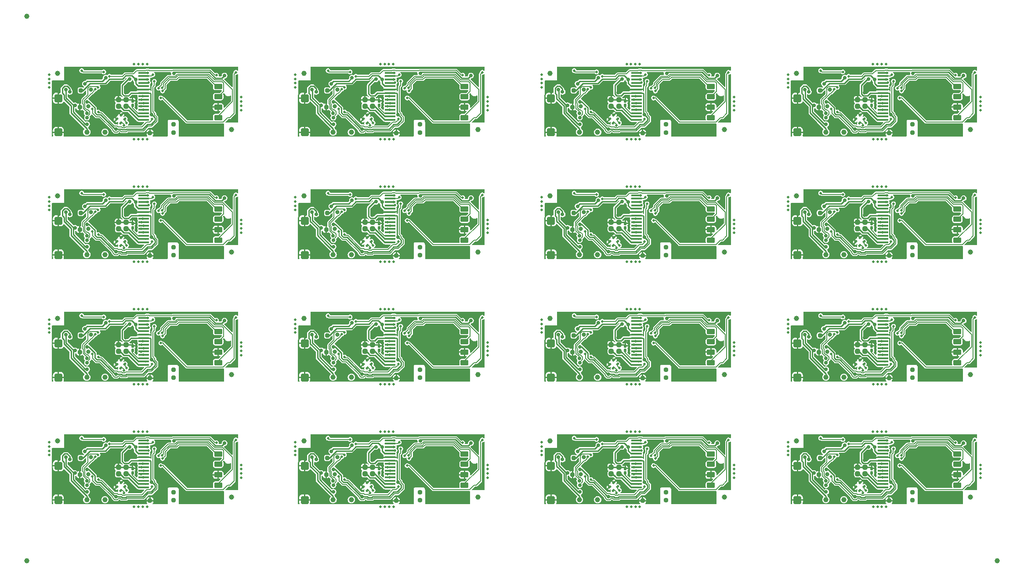
<source format=gbl>
G04 Layer_Physical_Order=2*
G04 Layer_Color=16711680*
%FSLAX25Y25*%
%MOIN*%
G70*
G01*
G75*
%ADD13C,0.00598*%
%ADD14C,0.00984*%
G04:AMPARAMS|DCode=27|XSize=21.65mil|YSize=23.62mil|CornerRadius=5.41mil|HoleSize=0mil|Usage=FLASHONLY|Rotation=0.000|XOffset=0mil|YOffset=0mil|HoleType=Round|Shape=RoundedRectangle|*
%AMROUNDEDRECTD27*
21,1,0.02165,0.01280,0,0,0.0*
21,1,0.01083,0.02362,0,0,0.0*
1,1,0.01083,0.00541,-0.00640*
1,1,0.01083,-0.00541,-0.00640*
1,1,0.01083,-0.00541,0.00640*
1,1,0.01083,0.00541,0.00640*
%
%ADD27ROUNDEDRECTD27*%
G04:AMPARAMS|DCode=39|XSize=25.2mil|YSize=17.72mil|CornerRadius=4.43mil|HoleSize=0mil|Usage=FLASHONLY|Rotation=225.000|XOffset=0mil|YOffset=0mil|HoleType=Round|Shape=RoundedRectangle|*
%AMROUNDEDRECTD39*
21,1,0.02520,0.00886,0,0,225.0*
21,1,0.01634,0.01772,0,0,225.0*
1,1,0.00886,-0.00891,-0.00265*
1,1,0.00886,0.00265,0.00891*
1,1,0.00886,0.00891,0.00265*
1,1,0.00886,-0.00265,-0.00891*
%
%ADD39ROUNDEDRECTD39*%
%ADD53C,0.03937*%
G04:AMPARAMS|DCode=54|XSize=31.5mil|YSize=31.5mil|CornerRadius=7.87mil|HoleSize=0mil|Usage=FLASHONLY|Rotation=0.000|XOffset=0mil|YOffset=0mil|HoleType=Round|Shape=RoundedRectangle|*
%AMROUNDEDRECTD54*
21,1,0.03150,0.01575,0,0,0.0*
21,1,0.01575,0.03150,0,0,0.0*
1,1,0.01575,0.00787,-0.00787*
1,1,0.01575,-0.00787,-0.00787*
1,1,0.01575,-0.00787,0.00787*
1,1,0.01575,0.00787,0.00787*
%
%ADD54ROUNDEDRECTD54*%
%ADD55C,0.03150*%
G04:AMPARAMS|DCode=56|XSize=31.5mil|YSize=31.5mil|CornerRadius=7.87mil|HoleSize=0mil|Usage=FLASHONLY|Rotation=90.000|XOffset=0mil|YOffset=0mil|HoleType=Round|Shape=RoundedRectangle|*
%AMROUNDEDRECTD56*
21,1,0.03150,0.01575,0,0,90.0*
21,1,0.01575,0.03150,0,0,90.0*
1,1,0.01575,0.00787,0.00787*
1,1,0.01575,0.00787,-0.00787*
1,1,0.01575,-0.00787,-0.00787*
1,1,0.01575,-0.00787,0.00787*
%
%ADD56ROUNDEDRECTD56*%
G04:AMPARAMS|DCode=57|XSize=62.99mil|YSize=62.99mil|CornerRadius=15.75mil|HoleSize=0mil|Usage=FLASHONLY|Rotation=0.000|XOffset=0mil|YOffset=0mil|HoleType=Round|Shape=RoundedRectangle|*
%AMROUNDEDRECTD57*
21,1,0.06299,0.03150,0,0,0.0*
21,1,0.03150,0.06299,0,0,0.0*
1,1,0.03150,0.01575,-0.01575*
1,1,0.03150,-0.01575,-0.01575*
1,1,0.03150,-0.01575,0.01575*
1,1,0.03150,0.01575,0.01575*
%
%ADD57ROUNDEDRECTD57*%
%ADD58C,0.02756*%
%ADD59C,0.01969*%
G04:AMPARAMS|DCode=60|XSize=82.68mil|YSize=13.78mil|CornerRadius=3.45mil|HoleSize=0mil|Usage=FLASHONLY|Rotation=180.000|XOffset=0mil|YOffset=0mil|HoleType=Round|Shape=RoundedRectangle|*
%AMROUNDEDRECTD60*
21,1,0.08268,0.00689,0,0,180.0*
21,1,0.07579,0.01378,0,0,180.0*
1,1,0.00689,-0.03789,0.00345*
1,1,0.00689,0.03789,0.00345*
1,1,0.00689,0.03789,-0.00345*
1,1,0.00689,-0.03789,-0.00345*
%
%ADD60ROUNDEDRECTD60*%
G04:AMPARAMS|DCode=61|XSize=39.37mil|YSize=62.99mil|CornerRadius=9.84mil|HoleSize=0mil|Usage=FLASHONLY|Rotation=90.000|XOffset=0mil|YOffset=0mil|HoleType=Round|Shape=RoundedRectangle|*
%AMROUNDEDRECTD61*
21,1,0.03937,0.04331,0,0,90.0*
21,1,0.01969,0.06299,0,0,90.0*
1,1,0.01969,0.02165,0.00984*
1,1,0.01969,0.02165,-0.00984*
1,1,0.01969,-0.02165,-0.00984*
1,1,0.01969,-0.02165,0.00984*
%
%ADD61ROUNDEDRECTD61*%
G04:AMPARAMS|DCode=62|XSize=37.4mil|YSize=37.4mil|CornerRadius=9.35mil|HoleSize=0mil|Usage=FLASHONLY|Rotation=0.000|XOffset=0mil|YOffset=0mil|HoleType=Round|Shape=RoundedRectangle|*
%AMROUNDEDRECTD62*
21,1,0.03740,0.01870,0,0,0.0*
21,1,0.01870,0.03740,0,0,0.0*
1,1,0.01870,0.00935,-0.00935*
1,1,0.01870,-0.00935,-0.00935*
1,1,0.01870,-0.00935,0.00935*
1,1,0.01870,0.00935,0.00935*
%
%ADD62ROUNDEDRECTD62*%
G36*
X740703Y403628D02*
X740281Y403481D01*
X740203Y403466D01*
X739630Y403849D01*
X738938Y403987D01*
X738247Y403849D01*
X737661Y403458D01*
X737269Y402872D01*
X737132Y402180D01*
X737172Y401980D01*
X736850Y401659D01*
X736610Y401300D01*
X736526Y400876D01*
Y391142D01*
X736064Y390950D01*
X730115Y396899D01*
X730099Y397042D01*
X730375Y397497D01*
X731220Y397665D01*
X731936Y398143D01*
X732414Y398860D01*
X732583Y399704D01*
X732414Y400549D01*
X731936Y401265D01*
X731220Y401744D01*
X730375Y401912D01*
X729530Y401744D01*
X728814Y401265D01*
X728335Y400549D01*
X728167Y399704D01*
X728226Y399407D01*
X727810Y398992D01*
X726187D01*
X725879Y399492D01*
X725980Y400000D01*
X725843Y400691D01*
X725451Y401277D01*
X724865Y401669D01*
X724174Y401806D01*
X723482Y401669D01*
X723208Y401485D01*
X720207Y404487D01*
X719847Y404727D01*
X719423Y404811D01*
X693182D01*
X692930Y404861D01*
X691044D01*
X690620Y404777D01*
X690364Y404606D01*
X673697D01*
X673668Y404635D01*
X673308Y404875D01*
X672884Y404960D01*
X670635D01*
X670211Y404875D01*
X669852Y404635D01*
X669822Y404606D01*
X663771D01*
X663347Y404521D01*
X662987Y404281D01*
X660862Y402156D01*
X654910D01*
X654486Y402072D01*
X654127Y401831D01*
X652615Y400320D01*
X644456D01*
X644343Y400490D01*
X643756Y400881D01*
X643065Y401019D01*
X642374Y400881D01*
X641788Y400490D01*
X641414Y399931D01*
X641058Y400169D01*
X640213Y400337D01*
X639368Y400169D01*
X638652Y399691D01*
X638173Y398974D01*
X638005Y398130D01*
X638065Y397827D01*
X637025Y396786D01*
X626146D01*
X625646Y396687D01*
X625223Y396404D01*
X624519Y395701D01*
X624463Y395712D01*
X623618Y395544D01*
X622902Y395065D01*
X622423Y394349D01*
X622255Y393504D01*
X622423Y392659D01*
X622902Y391943D01*
X623523Y391528D01*
X623683Y390980D01*
X623200Y390497D01*
X622814Y390755D01*
X622199Y390877D01*
X620624D01*
X620010Y390755D01*
X619489Y390407D01*
X619141Y389886D01*
X619019Y389272D01*
Y387697D01*
X619141Y387082D01*
X619489Y386561D01*
X620010Y386213D01*
X620624Y386091D01*
X622199D01*
X622814Y386213D01*
X623334Y386561D01*
X623682Y387082D01*
X623751Y387426D01*
X623954Y387562D01*
X624946Y388554D01*
X625408Y388363D01*
Y385673D01*
X621878Y382143D01*
X621638Y381784D01*
X621554Y381360D01*
Y378612D01*
X621412Y378496D01*
X621124D01*
Y375886D01*
Y373276D01*
X621412D01*
X622109Y373415D01*
X622660Y373783D01*
X624018Y372425D01*
X623802Y372103D01*
X623634Y371258D01*
X623802Y370413D01*
X624212Y369800D01*
X624281Y369689D01*
X624287Y369092D01*
X623998Y368660D01*
X623830Y367815D01*
X623998Y366970D01*
X624476Y366254D01*
X625193Y365775D01*
X626038Y365607D01*
X626883Y365775D01*
X627599Y366254D01*
X628077Y366970D01*
X628245Y367815D01*
X628077Y368660D01*
X628059Y368688D01*
X628903Y369531D01*
X629143Y369891D01*
X629205Y370204D01*
X629502Y370335D01*
X629727Y370351D01*
X632284Y367794D01*
X632644Y367554D01*
X633068Y367470D01*
X635347D01*
X644505Y358312D01*
Y358109D01*
X644590Y357685D01*
X644830Y357326D01*
X646164Y355992D01*
X646523Y355752D01*
X646947Y355668D01*
X648834D01*
X649258Y355752D01*
X649617Y355992D01*
X650336Y356711D01*
X650857D01*
X651147Y356420D01*
X651507Y356180D01*
X651931Y356096D01*
X655796D01*
X656220Y356180D01*
X656580Y356420D01*
X656890Y356730D01*
X668939D01*
X669363Y356814D01*
X669722Y357054D01*
X672886Y360218D01*
X675082D01*
X675506Y360302D01*
X675866Y360543D01*
X679738Y364415D01*
X679978Y364774D01*
X680062Y365198D01*
Y368267D01*
X679978Y368690D01*
X679738Y369050D01*
X678541Y370247D01*
Y370922D01*
X678456Y371346D01*
X678216Y371705D01*
X677146Y372776D01*
Y390889D01*
X677707Y391451D01*
X677947Y391810D01*
X678031Y392234D01*
Y393849D01*
X678402Y394096D01*
X678793Y394682D01*
X678931Y395373D01*
X678793Y396065D01*
X678402Y396651D01*
X677815Y397042D01*
X677124Y397180D01*
X676433Y397042D01*
X675847Y396651D01*
X675455Y396065D01*
X675318Y395373D01*
X675455Y394682D01*
X675816Y394143D01*
Y392693D01*
X675254Y392131D01*
X675014Y391772D01*
X674930Y391348D01*
Y388035D01*
X674441Y387761D01*
X674441Y387761D01*
X674183Y388213D01*
X674204Y388245D01*
X674278Y388614D01*
X669149D01*
X664019D01*
X664070Y388360D01*
X663795Y387860D01*
X659542D01*
X659042Y387760D01*
X658619Y387478D01*
X656885Y385744D01*
X654787D01*
X654104Y386427D01*
Y391854D01*
X657256Y395006D01*
X657394Y394914D01*
X658239Y394746D01*
X659084Y394914D01*
X659800Y395393D01*
X660279Y396109D01*
X660310Y396266D01*
X660820D01*
X660911Y395808D01*
X661389Y395092D01*
X661646Y394920D01*
Y393738D01*
X661745Y393238D01*
X662028Y392815D01*
X664067Y390776D01*
X664092Y390749D01*
X664169Y390098D01*
X664093Y389983D01*
X664019Y389614D01*
X669149D01*
X674278D01*
X674204Y389983D01*
X673907Y390428D01*
X673762Y390525D01*
X674004Y390887D01*
X674092Y391329D01*
Y392018D01*
X674004Y392459D01*
X673769Y392812D01*
X674071Y393013D01*
X674462Y393599D01*
X674600Y394291D01*
X674462Y394982D01*
X674071Y395568D01*
X673823Y395734D01*
X674004Y396005D01*
X674092Y396447D01*
Y397136D01*
X674004Y397578D01*
X673922Y397701D01*
X673902Y397758D01*
X674151Y398242D01*
X674916D01*
X675340Y398327D01*
X675699Y398567D01*
X675730Y398598D01*
X675930Y398558D01*
X676621Y398696D01*
X677207Y399087D01*
X677599Y399673D01*
X677736Y400365D01*
X677599Y401056D01*
X677207Y401642D01*
X676836Y401890D01*
X676988Y402390D01*
X689451D01*
X689862Y401890D01*
X689779Y401476D01*
X689922Y400757D01*
X689642Y400257D01*
X687757D01*
X687333Y400172D01*
X686974Y399932D01*
X682028Y394987D01*
X681788Y394627D01*
X681704Y394203D01*
Y393361D01*
X680366Y392023D01*
X680171Y392062D01*
X679480Y391925D01*
X678894Y391533D01*
X678503Y390947D01*
X678365Y390256D01*
X678503Y389565D01*
X678894Y388979D01*
X679480Y388587D01*
X680171Y388450D01*
X680863Y388587D01*
X681169Y388792D01*
X681613Y388487D01*
X681515Y387992D01*
X681652Y387301D01*
X682044Y386715D01*
X682630Y386323D01*
X683321Y386186D01*
X684012Y386323D01*
X684598Y386715D01*
X684990Y387301D01*
X685127Y387992D01*
X685090Y388183D01*
X685992Y389085D01*
X686232Y389445D01*
X686317Y389869D01*
Y392752D01*
X689209Y395644D01*
X693873D01*
X694297Y395728D01*
X694656Y395969D01*
X696104Y397416D01*
X716819D01*
X721597Y392637D01*
X721574Y392520D01*
Y390551D01*
X721711Y389860D01*
X722103Y389274D01*
X722689Y388882D01*
X723380Y388745D01*
X727711D01*
X727878Y388778D01*
X728364Y388418D01*
X728393Y388076D01*
X726769Y386452D01*
X723380D01*
X722689Y386314D01*
X722103Y385923D01*
X721711Y385337D01*
X721574Y384646D01*
Y382677D01*
X721711Y381986D01*
X722103Y381400D01*
X722689Y381008D01*
X723380Y380871D01*
X727711D01*
X728402Y381008D01*
X728988Y381400D01*
X729380Y381986D01*
X729517Y382677D01*
Y384646D01*
X729380Y385337D01*
X729143Y385692D01*
X729788Y386337D01*
X730343Y386185D01*
X730558Y385666D01*
X731047Y385029D01*
X731684Y384539D01*
X732426Y384232D01*
X733223Y384127D01*
X734019Y384232D01*
X734761Y384539D01*
X734879Y384629D01*
X735327Y384408D01*
Y380388D01*
X730234Y375295D01*
X729734Y375502D01*
Y376772D01*
X729580Y377546D01*
X729142Y378202D01*
X728485Y378641D01*
X727711Y378795D01*
X726046D01*
Y375787D01*
Y372780D01*
X727012D01*
X727219Y372280D01*
X725643Y370704D01*
X723380D01*
X722689Y370566D01*
X722103Y370175D01*
X721711Y369589D01*
X721574Y368898D01*
Y366929D01*
X721711Y366238D01*
X721793Y366116D01*
X721557Y365675D01*
X702185D01*
X685187Y382673D01*
X685180Y382678D01*
X684424Y383433D01*
X684065Y383674D01*
X683641Y383758D01*
X683382D01*
X683269Y383927D01*
X682683Y384319D01*
X681992Y384456D01*
X681301Y384319D01*
X680715Y383927D01*
X680323Y383341D01*
X680186Y382650D01*
X680323Y381959D01*
X680715Y381373D01*
X681301Y380981D01*
X681992Y380844D01*
X682683Y380981D01*
X683269Y381373D01*
X683653Y381074D01*
X700943Y363784D01*
X701303Y363543D01*
X701727Y363459D01*
X729483D01*
X729876Y363028D01*
Y353445D01*
X695624D01*
Y364301D01*
X695508Y364885D01*
X695280Y365436D01*
X694949Y365931D01*
X694738Y366142D01*
X688182D01*
X687858Y366077D01*
X687552Y365950D01*
X687277Y365767D01*
X687160Y365650D01*
Y353968D01*
X687164Y353945D01*
X686867Y353499D01*
X686779Y353445D01*
X675880D01*
X675728Y353945D01*
X675850Y354026D01*
X676245Y354618D01*
X676384Y355315D01*
Y355603D01*
X671164D01*
Y355315D01*
X671303Y354618D01*
X671698Y354026D01*
X671820Y353945D01*
X671668Y353445D01*
X608487D01*
X608202Y353945D01*
X608369Y354347D01*
X608458Y355020D01*
Y356095D01*
X600114D01*
Y355020D01*
X600202Y354347D01*
X600369Y353945D01*
X600085Y353445D01*
X599187D01*
Y374223D01*
X599314Y395720D01*
X599672Y396063D01*
X599816Y396063D01*
X608813D01*
Y405799D01*
X608813Y406299D01*
X609313Y406299D01*
X740703D01*
Y403628D01*
D02*
G37*
G36*
X553776D02*
X553354Y403481D01*
X553276Y403466D01*
X552702Y403849D01*
X552011Y403987D01*
X551320Y403849D01*
X550734Y403458D01*
X550342Y402872D01*
X550205Y402180D01*
X550244Y401980D01*
X549923Y401659D01*
X549683Y401300D01*
X549599Y400876D01*
Y391142D01*
X549136Y390950D01*
X543188Y396899D01*
X543171Y397042D01*
X543447Y397497D01*
X544292Y397665D01*
X545009Y398143D01*
X545487Y398860D01*
X545655Y399704D01*
X545487Y400549D01*
X545009Y401265D01*
X544292Y401744D01*
X543447Y401912D01*
X542603Y401744D01*
X541886Y401265D01*
X541408Y400549D01*
X541240Y399704D01*
X541299Y399407D01*
X540883Y398992D01*
X539259D01*
X538952Y399492D01*
X539053Y400000D01*
X538915Y400691D01*
X538524Y401277D01*
X537938Y401669D01*
X537247Y401806D01*
X536555Y401669D01*
X536281Y401485D01*
X533279Y404487D01*
X532920Y404727D01*
X532496Y404811D01*
X506255D01*
X506003Y404861D01*
X504117D01*
X503693Y404777D01*
X503436Y404606D01*
X486770D01*
X486740Y404635D01*
X486381Y404875D01*
X485957Y404960D01*
X483708D01*
X483284Y404875D01*
X482924Y404635D01*
X482895Y404606D01*
X476843D01*
X476419Y404521D01*
X476060Y404281D01*
X473935Y402156D01*
X467983D01*
X467559Y402072D01*
X467199Y401831D01*
X465688Y400320D01*
X457528D01*
X457415Y400490D01*
X456829Y400881D01*
X456138Y401019D01*
X455447Y400881D01*
X454861Y400490D01*
X454487Y399931D01*
X454131Y400169D01*
X453286Y400337D01*
X452441Y400169D01*
X451724Y399691D01*
X451246Y398974D01*
X451078Y398130D01*
X451138Y397827D01*
X450098Y396786D01*
X439218D01*
X438719Y396687D01*
X438296Y396404D01*
X437592Y395701D01*
X437536Y395712D01*
X436691Y395544D01*
X435975Y395065D01*
X435496Y394349D01*
X435328Y393504D01*
X435496Y392659D01*
X435975Y391943D01*
X436596Y391528D01*
X436756Y390980D01*
X436272Y390497D01*
X435886Y390755D01*
X435272Y390877D01*
X433697D01*
X433082Y390755D01*
X432562Y390407D01*
X432213Y389886D01*
X432091Y389272D01*
Y387697D01*
X432213Y387082D01*
X432562Y386561D01*
X433082Y386213D01*
X433697Y386091D01*
X435272D01*
X435886Y386213D01*
X436407Y386561D01*
X436755Y387082D01*
X436824Y387426D01*
X437027Y387562D01*
X438019Y388554D01*
X438481Y388363D01*
Y385673D01*
X434951Y382143D01*
X434711Y381784D01*
X434627Y381360D01*
Y378612D01*
X434484Y378496D01*
X434197D01*
Y375886D01*
Y373276D01*
X434484D01*
X435182Y373415D01*
X435733Y373783D01*
X437090Y372425D01*
X436875Y372103D01*
X436707Y371258D01*
X436875Y370413D01*
X437285Y369800D01*
X437354Y369689D01*
X437359Y369092D01*
X437071Y368660D01*
X436903Y367815D01*
X437071Y366970D01*
X437549Y366254D01*
X438266Y365775D01*
X439110Y365607D01*
X439955Y365775D01*
X440671Y366254D01*
X441150Y366970D01*
X441318Y367815D01*
X441150Y368660D01*
X441132Y368688D01*
X441975Y369531D01*
X442216Y369891D01*
X442278Y370204D01*
X442575Y370335D01*
X442800Y370351D01*
X445357Y367794D01*
X445716Y367554D01*
X446140Y367470D01*
X448420D01*
X457578Y358312D01*
Y358109D01*
X457662Y357685D01*
X457903Y357326D01*
X459237Y355992D01*
X459596Y355752D01*
X460020Y355668D01*
X461906D01*
X462330Y355752D01*
X462690Y355992D01*
X463409Y356711D01*
X463929D01*
X464220Y356420D01*
X464580Y356180D01*
X465004Y356096D01*
X468869D01*
X469293Y356180D01*
X469653Y356420D01*
X469962Y356730D01*
X482012D01*
X482436Y356814D01*
X482795Y357054D01*
X485959Y360218D01*
X488155D01*
X488579Y360302D01*
X488938Y360543D01*
X492810Y364415D01*
X493050Y364774D01*
X493135Y365198D01*
Y368267D01*
X493050Y368690D01*
X492810Y369050D01*
X491613Y370247D01*
Y370922D01*
X491529Y371346D01*
X491289Y371705D01*
X490218Y372776D01*
Y390889D01*
X490780Y391451D01*
X491020Y391810D01*
X491104Y392234D01*
Y393849D01*
X491474Y394096D01*
X491866Y394682D01*
X492003Y395373D01*
X491866Y396065D01*
X491474Y396651D01*
X490888Y397042D01*
X490197Y397180D01*
X489506Y397042D01*
X488920Y396651D01*
X488528Y396065D01*
X488390Y395373D01*
X488528Y394682D01*
X488888Y394143D01*
Y392693D01*
X488327Y392131D01*
X488087Y391772D01*
X488002Y391348D01*
Y388035D01*
X487514Y387761D01*
X487513Y387761D01*
X487256Y388213D01*
X487277Y388245D01*
X487351Y388614D01*
X482221D01*
X477092D01*
X477143Y388360D01*
X476867Y387860D01*
X472614D01*
X472115Y387760D01*
X471692Y387478D01*
X469958Y385744D01*
X467860D01*
X467177Y386427D01*
Y391854D01*
X470329Y395006D01*
X470467Y394914D01*
X471312Y394746D01*
X472156Y394914D01*
X472873Y395393D01*
X473351Y396109D01*
X473383Y396266D01*
X473892D01*
X473983Y395808D01*
X474462Y395092D01*
X474718Y394920D01*
Y393738D01*
X474818Y393238D01*
X475101Y392815D01*
X477140Y390776D01*
X477165Y390749D01*
X477242Y390098D01*
X477165Y389983D01*
X477092Y389614D01*
X482221D01*
X487351D01*
X487277Y389983D01*
X486980Y390428D01*
X486835Y390525D01*
X487077Y390887D01*
X487165Y391329D01*
Y392018D01*
X487077Y392459D01*
X486841Y392812D01*
X487143Y393013D01*
X487535Y393599D01*
X487672Y394291D01*
X487535Y394982D01*
X487143Y395568D01*
X486895Y395734D01*
X487077Y396005D01*
X487165Y396447D01*
Y397136D01*
X487077Y397578D01*
X486995Y397701D01*
X486975Y397758D01*
X487223Y398242D01*
X487988D01*
X488412Y398327D01*
X488772Y398567D01*
X488803Y398598D01*
X489003Y398558D01*
X489694Y398696D01*
X490280Y399087D01*
X490671Y399673D01*
X490809Y400365D01*
X490671Y401056D01*
X490280Y401642D01*
X489909Y401890D01*
X490061Y402390D01*
X502524D01*
X502934Y401890D01*
X502852Y401476D01*
X502995Y400757D01*
X502715Y400257D01*
X500830D01*
X500406Y400172D01*
X500047Y399932D01*
X495101Y394987D01*
X494861Y394627D01*
X494777Y394203D01*
Y393361D01*
X493439Y392023D01*
X493244Y392062D01*
X492553Y391925D01*
X491967Y391533D01*
X491575Y390947D01*
X491438Y390256D01*
X491575Y389565D01*
X491967Y388979D01*
X492553Y388587D01*
X493244Y388450D01*
X493935Y388587D01*
X494242Y388792D01*
X494686Y388487D01*
X494588Y387992D01*
X494725Y387301D01*
X495117Y386715D01*
X495703Y386323D01*
X496394Y386186D01*
X497085Y386323D01*
X497671Y386715D01*
X498063Y387301D01*
X498200Y387992D01*
X498162Y388183D01*
X499065Y389085D01*
X499305Y389445D01*
X499389Y389869D01*
Y392752D01*
X502282Y395644D01*
X506946D01*
X507370Y395728D01*
X507729Y395969D01*
X509176Y397416D01*
X529892D01*
X534670Y392637D01*
X534647Y392520D01*
Y390551D01*
X534784Y389860D01*
X535176Y389274D01*
X535762Y388882D01*
X536453Y388745D01*
X540784D01*
X540951Y388778D01*
X541437Y388418D01*
X541466Y388076D01*
X539842Y386452D01*
X536453D01*
X535762Y386314D01*
X535176Y385923D01*
X534784Y385337D01*
X534647Y384646D01*
Y382677D01*
X534784Y381986D01*
X535176Y381400D01*
X535762Y381008D01*
X536453Y380871D01*
X540784D01*
X541475Y381008D01*
X542061Y381400D01*
X542452Y381986D01*
X542590Y382677D01*
Y384646D01*
X542452Y385337D01*
X542215Y385692D01*
X542861Y386337D01*
X543415Y386185D01*
X543630Y385666D01*
X544119Y385029D01*
X544757Y384539D01*
X545499Y384232D01*
X546295Y384127D01*
X547092Y384232D01*
X547834Y384539D01*
X547952Y384629D01*
X548400Y384408D01*
Y380388D01*
X543307Y375295D01*
X542807Y375502D01*
Y376772D01*
X542653Y377546D01*
X542214Y378202D01*
X541558Y378641D01*
X540784Y378795D01*
X539118D01*
Y375787D01*
Y372780D01*
X540084D01*
X540292Y372280D01*
X538716Y370704D01*
X536453D01*
X535762Y370566D01*
X535176Y370175D01*
X534784Y369589D01*
X534647Y368898D01*
Y366929D01*
X534784Y366238D01*
X534866Y366116D01*
X534630Y365675D01*
X515258D01*
X498260Y382673D01*
X498252Y382678D01*
X497497Y383433D01*
X497138Y383674D01*
X496714Y383758D01*
X496455D01*
X496342Y383927D01*
X495756Y384319D01*
X495065Y384456D01*
X494374Y384319D01*
X493787Y383927D01*
X493396Y383341D01*
X493258Y382650D01*
X493396Y381959D01*
X493787Y381373D01*
X494374Y380981D01*
X495065Y380844D01*
X495756Y380981D01*
X496342Y381373D01*
X496726Y381074D01*
X514016Y363784D01*
X514375Y363543D01*
X514799Y363459D01*
X542555D01*
X542949Y363028D01*
Y353445D01*
X508697D01*
Y364301D01*
X508581Y364885D01*
X508353Y365436D01*
X508022Y365931D01*
X507811Y366142D01*
X501255D01*
X500930Y366077D01*
X500625Y365950D01*
X500349Y365767D01*
X500232Y365650D01*
Y353968D01*
X500237Y353945D01*
X499940Y353499D01*
X499852Y353445D01*
X488952D01*
X488801Y353945D01*
X488923Y354026D01*
X489318Y354618D01*
X489456Y355315D01*
Y355603D01*
X484237D01*
Y355315D01*
X484375Y354618D01*
X484770Y354026D01*
X484893Y353945D01*
X484741Y353445D01*
X421559D01*
X421275Y353945D01*
X421442Y354347D01*
X421530Y355020D01*
Y356095D01*
X413187D01*
Y355020D01*
X413275Y354347D01*
X413442Y353945D01*
X413157Y353445D01*
X412260D01*
Y374223D01*
X412387Y395720D01*
X412745Y396063D01*
X412889Y396063D01*
X421886D01*
Y405799D01*
X421886Y406299D01*
X422386Y406299D01*
X553776D01*
Y403628D01*
D02*
G37*
G36*
X366848D02*
X366427Y403481D01*
X366349Y403466D01*
X365775Y403849D01*
X365084Y403987D01*
X364392Y403849D01*
X363806Y403458D01*
X363415Y402872D01*
X363277Y402180D01*
X363317Y401980D01*
X362996Y401659D01*
X362755Y401300D01*
X362671Y400876D01*
Y391142D01*
X362209Y390950D01*
X356260Y396899D01*
X356244Y397042D01*
X356520Y397497D01*
X357365Y397665D01*
X358081Y398143D01*
X358560Y398860D01*
X358728Y399704D01*
X358560Y400549D01*
X358081Y401265D01*
X357365Y401744D01*
X356520Y401912D01*
X355675Y401744D01*
X354959Y401265D01*
X354481Y400549D01*
X354312Y399704D01*
X354372Y399407D01*
X353956Y398992D01*
X352332D01*
X352025Y399492D01*
X352126Y400000D01*
X351988Y400691D01*
X351596Y401277D01*
X351010Y401669D01*
X350319Y401806D01*
X349628Y401669D01*
X349354Y401485D01*
X346352Y404487D01*
X345993Y404727D01*
X345569Y404811D01*
X319328D01*
X319076Y404861D01*
X317189D01*
X316765Y404777D01*
X316509Y404606D01*
X299843D01*
X299813Y404635D01*
X299454Y404875D01*
X299030Y404960D01*
X296781D01*
X296357Y404875D01*
X295997Y404635D01*
X295968Y404606D01*
X289916D01*
X289492Y404521D01*
X289133Y404281D01*
X287008Y402156D01*
X281055D01*
X280631Y402072D01*
X280272Y401831D01*
X278761Y400320D01*
X270601D01*
X270488Y400490D01*
X269902Y400881D01*
X269211Y401019D01*
X268519Y400881D01*
X267933Y400490D01*
X267560Y399931D01*
X267203Y400169D01*
X266358Y400337D01*
X265513Y400169D01*
X264797Y399691D01*
X264319Y398974D01*
X264151Y398130D01*
X264211Y397827D01*
X263170Y396786D01*
X252291D01*
X251792Y396687D01*
X251368Y396404D01*
X250665Y395701D01*
X250608Y395712D01*
X249763Y395544D01*
X249047Y395065D01*
X248569Y394349D01*
X248401Y393504D01*
X248569Y392659D01*
X249047Y391943D01*
X249669Y391528D01*
X249828Y390980D01*
X249345Y390497D01*
X248959Y390755D01*
X248344Y390877D01*
X246770D01*
X246155Y390755D01*
X245634Y390407D01*
X245286Y389886D01*
X245164Y389272D01*
Y387697D01*
X245286Y387082D01*
X245634Y386561D01*
X246155Y386213D01*
X246770Y386091D01*
X248344D01*
X248959Y386213D01*
X249480Y386561D01*
X249828Y387082D01*
X249896Y387426D01*
X250100Y387562D01*
X251092Y388554D01*
X251554Y388363D01*
Y385673D01*
X248024Y382143D01*
X247784Y381784D01*
X247699Y381360D01*
Y378612D01*
X247557Y378496D01*
X247270D01*
Y375886D01*
Y373276D01*
X247557D01*
X248255Y373415D01*
X248805Y373783D01*
X250163Y372425D01*
X249948Y372103D01*
X249780Y371258D01*
X249948Y370413D01*
X250357Y369800D01*
X250427Y369689D01*
X250432Y369092D01*
X250143Y368660D01*
X249975Y367815D01*
X250143Y366970D01*
X250622Y366254D01*
X251338Y365775D01*
X252183Y365607D01*
X253028Y365775D01*
X253744Y366254D01*
X254223Y366970D01*
X254391Y367815D01*
X254223Y368660D01*
X254204Y368688D01*
X255048Y369531D01*
X255288Y369891D01*
X255351Y370204D01*
X255648Y370335D01*
X255873Y370351D01*
X258430Y367794D01*
X258789Y367554D01*
X259213Y367470D01*
X261493D01*
X270651Y358312D01*
Y358109D01*
X270735Y357685D01*
X270975Y357326D01*
X272309Y355992D01*
X272669Y355752D01*
X273093Y355668D01*
X274979D01*
X275403Y355752D01*
X275763Y355992D01*
X276481Y356711D01*
X277002D01*
X277293Y356420D01*
X277652Y356180D01*
X278076Y356096D01*
X281942D01*
X282366Y356180D01*
X282725Y356420D01*
X283035Y356730D01*
X295085D01*
X295508Y356814D01*
X295868Y357054D01*
X299032Y360218D01*
X301228D01*
X301652Y360302D01*
X302011Y360543D01*
X305883Y364415D01*
X306123Y364774D01*
X306208Y365198D01*
Y368267D01*
X306123Y368690D01*
X305883Y369050D01*
X304686Y370247D01*
Y370922D01*
X304602Y371346D01*
X304362Y371705D01*
X303291Y372776D01*
Y390889D01*
X303852Y391451D01*
X304093Y391810D01*
X304177Y392234D01*
Y393849D01*
X304547Y394096D01*
X304939Y394682D01*
X305076Y395373D01*
X304939Y396065D01*
X304547Y396651D01*
X303961Y397042D01*
X303270Y397180D01*
X302578Y397042D01*
X301992Y396651D01*
X301601Y396065D01*
X301463Y395373D01*
X301601Y394682D01*
X301961Y394143D01*
Y392693D01*
X301400Y392131D01*
X301160Y391772D01*
X301075Y391348D01*
Y388035D01*
X300586Y387761D01*
X300586Y387761D01*
X300328Y388213D01*
X300350Y388245D01*
X300423Y388614D01*
X295294D01*
X290165D01*
X290215Y388360D01*
X289940Y387860D01*
X285687D01*
X285188Y387760D01*
X284765Y387478D01*
X283031Y385744D01*
X280933D01*
X280250Y386427D01*
Y391854D01*
X283402Y395006D01*
X283540Y394914D01*
X284384Y394746D01*
X285229Y394914D01*
X285946Y395393D01*
X286424Y396109D01*
X286455Y396266D01*
X286965D01*
X287056Y395808D01*
X287535Y395092D01*
X287791Y394920D01*
Y393738D01*
X287891Y393238D01*
X288173Y392815D01*
X290212Y390776D01*
X290238Y390749D01*
X290315Y390098D01*
X290238Y389983D01*
X290165Y389614D01*
X295294D01*
X300423D01*
X300350Y389983D01*
X300053Y390428D01*
X299908Y390525D01*
X300150Y390887D01*
X300237Y391329D01*
Y392018D01*
X300150Y392459D01*
X299914Y392812D01*
X300216Y393013D01*
X300608Y393599D01*
X300745Y394291D01*
X300608Y394982D01*
X300216Y395568D01*
X299968Y395734D01*
X300150Y396005D01*
X300237Y396447D01*
Y397136D01*
X300150Y397578D01*
X300067Y397701D01*
X300047Y397758D01*
X300296Y398242D01*
X301061D01*
X301485Y398327D01*
X301845Y398567D01*
X301875Y398598D01*
X302075Y398558D01*
X302767Y398696D01*
X303353Y399087D01*
X303744Y399673D01*
X303882Y400365D01*
X303744Y401056D01*
X303353Y401642D01*
X302982Y401890D01*
X303133Y402390D01*
X315597D01*
X316007Y401890D01*
X315925Y401476D01*
X316068Y400757D01*
X315788Y400257D01*
X313903D01*
X313479Y400172D01*
X313119Y399932D01*
X308174Y394987D01*
X307934Y394627D01*
X307849Y394203D01*
Y393361D01*
X306512Y392023D01*
X306317Y392062D01*
X305626Y391925D01*
X305040Y391533D01*
X304648Y390947D01*
X304511Y390256D01*
X304648Y389565D01*
X305040Y388979D01*
X305626Y388587D01*
X306317Y388450D01*
X307008Y388587D01*
X307314Y388792D01*
X307759Y388487D01*
X307660Y387992D01*
X307798Y387301D01*
X308189Y386715D01*
X308775Y386323D01*
X309467Y386186D01*
X310158Y386323D01*
X310744Y386715D01*
X311136Y387301D01*
X311273Y387992D01*
X311235Y388183D01*
X312138Y389085D01*
X312378Y389445D01*
X312462Y389869D01*
Y392752D01*
X315354Y395644D01*
X320019D01*
X320443Y395728D01*
X320802Y395969D01*
X322249Y397416D01*
X342964D01*
X347743Y392637D01*
X347719Y392520D01*
Y390551D01*
X347857Y389860D01*
X348248Y389274D01*
X348834Y388882D01*
X349526Y388745D01*
X353856D01*
X354024Y388778D01*
X354510Y388418D01*
X354539Y388076D01*
X352915Y386452D01*
X349526D01*
X348834Y386314D01*
X348248Y385923D01*
X347857Y385337D01*
X347719Y384646D01*
Y382677D01*
X347857Y381986D01*
X348248Y381400D01*
X348834Y381008D01*
X349526Y380871D01*
X353856D01*
X354548Y381008D01*
X355134Y381400D01*
X355525Y381986D01*
X355663Y382677D01*
Y384646D01*
X355525Y385337D01*
X355288Y385692D01*
X355934Y386337D01*
X356488Y386185D01*
X356703Y385666D01*
X357192Y385029D01*
X357829Y384539D01*
X358572Y384232D01*
X359368Y384127D01*
X360165Y384232D01*
X360907Y384539D01*
X361024Y384629D01*
X361473Y384408D01*
Y380388D01*
X356380Y375295D01*
X355880Y375502D01*
Y376772D01*
X355726Y377546D01*
X355287Y378202D01*
X354631Y378641D01*
X353856Y378795D01*
X352191D01*
Y375787D01*
Y372780D01*
X353157D01*
X353364Y372280D01*
X351788Y370704D01*
X349526D01*
X348834Y370566D01*
X348248Y370175D01*
X347857Y369589D01*
X347719Y368898D01*
Y366929D01*
X347857Y366238D01*
X347938Y366116D01*
X347703Y365675D01*
X328331D01*
X311333Y382673D01*
X311325Y382678D01*
X310570Y383433D01*
X310210Y383674D01*
X309787Y383758D01*
X309528D01*
X309415Y383927D01*
X308829Y384319D01*
X308137Y384456D01*
X307446Y384319D01*
X306860Y383927D01*
X306469Y383341D01*
X306331Y382650D01*
X306469Y381959D01*
X306860Y381373D01*
X307446Y380981D01*
X308137Y380844D01*
X308829Y380981D01*
X309415Y381373D01*
X309799Y381074D01*
X327089Y363784D01*
X327448Y363543D01*
X327872Y363459D01*
X355628D01*
X356022Y363028D01*
Y353445D01*
X321770D01*
Y364301D01*
X321654Y364885D01*
X321426Y365436D01*
X321094Y365931D01*
X320884Y366142D01*
X314328D01*
X314003Y366077D01*
X313697Y365950D01*
X313422Y365767D01*
X313305Y365650D01*
Y353968D01*
X313310Y353945D01*
X313013Y353499D01*
X312925Y353445D01*
X302025D01*
X301873Y353945D01*
X301995Y354026D01*
X302390Y354618D01*
X302529Y355315D01*
Y355603D01*
X297309D01*
Y355315D01*
X297448Y354618D01*
X297843Y354026D01*
X297965Y353945D01*
X297814Y353445D01*
X234632D01*
X234348Y353945D01*
X234514Y354347D01*
X234603Y355020D01*
Y356095D01*
X226259D01*
Y355020D01*
X226348Y354347D01*
X226515Y353945D01*
X226230Y353445D01*
X225332D01*
Y374223D01*
X225460Y395720D01*
X225817Y396063D01*
X225962Y396063D01*
X234959D01*
Y405799D01*
X234959Y406299D01*
X235459Y406299D01*
X366848D01*
Y403628D01*
D02*
G37*
G36*
X179921D02*
X179499Y403481D01*
X179421Y403466D01*
X178848Y403849D01*
X178156Y403987D01*
X177465Y403849D01*
X176879Y403458D01*
X176488Y402872D01*
X176350Y402180D01*
X176390Y401980D01*
X176068Y401659D01*
X175828Y401300D01*
X175744Y400876D01*
Y391142D01*
X175282Y390950D01*
X169333Y396899D01*
X169317Y397042D01*
X169593Y397497D01*
X170438Y397665D01*
X171154Y398143D01*
X171633Y398860D01*
X171801Y399704D01*
X171633Y400549D01*
X171154Y401265D01*
X170438Y401744D01*
X169593Y401912D01*
X168748Y401744D01*
X168032Y401265D01*
X167553Y400549D01*
X167385Y399704D01*
X167444Y399407D01*
X167028Y398992D01*
X165405D01*
X165097Y399492D01*
X165198Y400000D01*
X165061Y400691D01*
X164669Y401277D01*
X164083Y401669D01*
X163392Y401806D01*
X162701Y401669D01*
X162426Y401485D01*
X159425Y404487D01*
X159065Y404727D01*
X158642Y404811D01*
X132401D01*
X132149Y404861D01*
X130262D01*
X129838Y404777D01*
X129582Y404606D01*
X112916D01*
X112886Y404635D01*
X112527Y404875D01*
X112103Y404960D01*
X109853D01*
X109429Y404875D01*
X109070Y404635D01*
X109040Y404606D01*
X102989D01*
X102565Y404521D01*
X102206Y404281D01*
X100080Y402156D01*
X94128D01*
X93704Y402072D01*
X93345Y401831D01*
X91834Y400320D01*
X83674D01*
X83561Y400490D01*
X82975Y400881D01*
X82283Y401019D01*
X81592Y400881D01*
X81006Y400490D01*
X80633Y399931D01*
X80276Y400169D01*
X79431Y400337D01*
X78586Y400169D01*
X77870Y399691D01*
X77391Y398974D01*
X77223Y398130D01*
X77284Y397827D01*
X76243Y396786D01*
X65364D01*
X64864Y396687D01*
X64441Y396404D01*
X63737Y395701D01*
X63681Y395712D01*
X62836Y395544D01*
X62120Y395065D01*
X61641Y394349D01*
X61473Y393504D01*
X61641Y392659D01*
X62120Y391943D01*
X62741Y391528D01*
X62901Y390980D01*
X62418Y390497D01*
X62032Y390755D01*
X61417Y390877D01*
X59842D01*
X59228Y390755D01*
X58707Y390407D01*
X58359Y389886D01*
X58237Y389272D01*
Y387697D01*
X58359Y387082D01*
X58707Y386561D01*
X59228Y386213D01*
X59842Y386091D01*
X61417D01*
X62032Y386213D01*
X62553Y386561D01*
X62901Y387082D01*
X62969Y387426D01*
X63173Y387562D01*
X64165Y388554D01*
X64627Y388363D01*
Y385673D01*
X61097Y382143D01*
X60856Y381784D01*
X60772Y381360D01*
Y378612D01*
X60630Y378496D01*
X60343D01*
Y375886D01*
Y373276D01*
X60630D01*
X61327Y373415D01*
X61878Y373783D01*
X63236Y372425D01*
X63021Y372103D01*
X62853Y371258D01*
X63021Y370413D01*
X63430Y369800D01*
X63499Y369689D01*
X63505Y369092D01*
X63216Y368660D01*
X63048Y367815D01*
X63216Y366970D01*
X63695Y366254D01*
X64411Y365775D01*
X65256Y365607D01*
X66101Y365775D01*
X66817Y366254D01*
X67296Y366970D01*
X67464Y367815D01*
X67296Y368660D01*
X67277Y368688D01*
X68121Y369531D01*
X68361Y369891D01*
X68423Y370204D01*
X68721Y370335D01*
X68945Y370351D01*
X71502Y367794D01*
X71862Y367554D01*
X72286Y367470D01*
X74566D01*
X83724Y358312D01*
Y358109D01*
X83808Y357685D01*
X84048Y357326D01*
X85382Y355992D01*
X85742Y355752D01*
X86165Y355668D01*
X88052D01*
X88476Y355752D01*
X88835Y355992D01*
X89554Y356711D01*
X90075D01*
X90366Y356420D01*
X90725Y356180D01*
X91149Y356096D01*
X95015D01*
X95439Y356180D01*
X95798Y356420D01*
X96108Y356730D01*
X108157D01*
X108581Y356814D01*
X108941Y357054D01*
X112104Y360218D01*
X114300D01*
X114724Y360302D01*
X115084Y360543D01*
X118956Y364415D01*
X119196Y364774D01*
X119280Y365198D01*
Y368267D01*
X119196Y368690D01*
X118956Y369050D01*
X117759Y370247D01*
Y370922D01*
X117675Y371346D01*
X117434Y371705D01*
X116364Y372776D01*
Y390889D01*
X116925Y391451D01*
X117165Y391810D01*
X117250Y392234D01*
Y393849D01*
X117620Y394096D01*
X118011Y394682D01*
X118149Y395373D01*
X118011Y396065D01*
X117620Y396651D01*
X117034Y397042D01*
X116342Y397180D01*
X115651Y397042D01*
X115065Y396651D01*
X114673Y396065D01*
X114536Y395373D01*
X114673Y394682D01*
X115034Y394143D01*
Y392693D01*
X114472Y392131D01*
X114232Y391772D01*
X114148Y391348D01*
Y388035D01*
X113659Y387761D01*
X113659Y387761D01*
X113401Y388213D01*
X113423Y388245D01*
X113496Y388614D01*
X108367D01*
X103237D01*
X103288Y388360D01*
X103013Y387860D01*
X98760D01*
X98261Y387760D01*
X97837Y387478D01*
X96104Y385744D01*
X94005D01*
X93323Y386427D01*
Y391854D01*
X96475Y395006D01*
X96612Y394914D01*
X97457Y394746D01*
X98302Y394914D01*
X99018Y395393D01*
X99497Y396109D01*
X99528Y396266D01*
X100038D01*
X100129Y395808D01*
X100607Y395092D01*
X100864Y394920D01*
Y393738D01*
X100963Y393238D01*
X101246Y392815D01*
X103285Y390776D01*
X103311Y390749D01*
X103387Y390098D01*
X103311Y389983D01*
X103237Y389614D01*
X108367D01*
X113496D01*
X113423Y389983D01*
X113126Y390428D01*
X112980Y390525D01*
X113222Y390887D01*
X113310Y391329D01*
Y392018D01*
X113222Y392459D01*
X112987Y392812D01*
X113289Y393013D01*
X113680Y393599D01*
X113818Y394291D01*
X113680Y394982D01*
X113289Y395568D01*
X113041Y395734D01*
X113222Y396005D01*
X113310Y396447D01*
Y397136D01*
X113222Y397578D01*
X113140Y397701D01*
X113120Y397758D01*
X113369Y398242D01*
X114134D01*
X114558Y398327D01*
X114917Y398567D01*
X114948Y398598D01*
X115148Y398558D01*
X115839Y398696D01*
X116425Y399087D01*
X116817Y399673D01*
X116954Y400365D01*
X116817Y401056D01*
X116425Y401642D01*
X116054Y401890D01*
X116206Y402390D01*
X128670D01*
X129080Y401890D01*
X128998Y401476D01*
X129141Y400757D01*
X128860Y400257D01*
X126976D01*
X126551Y400172D01*
X126192Y399932D01*
X121247Y394987D01*
X121007Y394627D01*
X120922Y394203D01*
Y393361D01*
X119584Y392023D01*
X119390Y392062D01*
X118699Y391925D01*
X118112Y391533D01*
X117721Y390947D01*
X117583Y390256D01*
X117721Y389565D01*
X118112Y388979D01*
X118699Y388587D01*
X119390Y388450D01*
X120081Y388587D01*
X120387Y388792D01*
X120831Y388487D01*
X120733Y387992D01*
X120870Y387301D01*
X121262Y386715D01*
X121848Y386323D01*
X122539Y386186D01*
X123231Y386323D01*
X123817Y386715D01*
X124208Y387301D01*
X124346Y387992D01*
X124308Y388183D01*
X125210Y389085D01*
X125451Y389445D01*
X125535Y389869D01*
Y392752D01*
X128427Y395644D01*
X133091D01*
X133515Y395728D01*
X133875Y395969D01*
X135322Y397416D01*
X156037D01*
X160816Y392637D01*
X160792Y392520D01*
Y390551D01*
X160930Y389860D01*
X161321Y389274D01*
X161907Y388882D01*
X162599Y388745D01*
X166929D01*
X167096Y388778D01*
X167582Y388418D01*
X167611Y388076D01*
X165988Y386452D01*
X162599D01*
X161907Y386314D01*
X161321Y385923D01*
X160930Y385337D01*
X160792Y384646D01*
Y382677D01*
X160930Y381986D01*
X161321Y381400D01*
X161907Y381008D01*
X162599Y380871D01*
X166929D01*
X167620Y381008D01*
X168207Y381400D01*
X168598Y381986D01*
X168736Y382677D01*
Y384646D01*
X168598Y385337D01*
X168361Y385692D01*
X169006Y386337D01*
X169561Y386185D01*
X169776Y385666D01*
X170265Y385029D01*
X170902Y384539D01*
X171644Y384232D01*
X172441Y384127D01*
X173238Y384232D01*
X173980Y384539D01*
X174097Y384629D01*
X174546Y384408D01*
Y380388D01*
X169452Y375295D01*
X168952Y375502D01*
Y376772D01*
X168798Y377546D01*
X168360Y378202D01*
X167703Y378641D01*
X166929Y378795D01*
X165264D01*
Y375787D01*
Y372780D01*
X166230D01*
X166437Y372280D01*
X164861Y370704D01*
X162599D01*
X161907Y370566D01*
X161321Y370175D01*
X160930Y369589D01*
X160792Y368898D01*
Y366929D01*
X160930Y366238D01*
X161011Y366116D01*
X160775Y365675D01*
X141404D01*
X124405Y382673D01*
X124398Y382678D01*
X123643Y383433D01*
X123283Y383674D01*
X122859Y383758D01*
X122601D01*
X122487Y383927D01*
X121902Y384319D01*
X121210Y384456D01*
X120519Y384319D01*
X119933Y383927D01*
X119541Y383341D01*
X119404Y382650D01*
X119541Y381959D01*
X119933Y381373D01*
X120519Y380981D01*
X121210Y380844D01*
X121902Y380981D01*
X122487Y381373D01*
X122871Y381074D01*
X140161Y363784D01*
X140521Y363543D01*
X140945Y363459D01*
X168701D01*
X169095Y363028D01*
Y353445D01*
X134843D01*
Y364301D01*
X134726Y364885D01*
X134498Y365436D01*
X134167Y365931D01*
X133957Y366142D01*
X127401D01*
X127076Y366077D01*
X126770Y365950D01*
X126495Y365767D01*
X126378Y365650D01*
Y353968D01*
X126382Y353945D01*
X126085Y353499D01*
X125997Y353445D01*
X115098D01*
X114946Y353945D01*
X115068Y354026D01*
X115463Y354618D01*
X115602Y355315D01*
Y355603D01*
X110382D01*
Y355315D01*
X110521Y354618D01*
X110916Y354026D01*
X111038Y353945D01*
X110886Y353445D01*
X47705D01*
X47420Y353945D01*
X47587Y354347D01*
X47676Y355020D01*
Y356095D01*
X39332D01*
Y355020D01*
X39421Y354347D01*
X39587Y353945D01*
X39303Y353445D01*
X38405D01*
Y374223D01*
X38532Y395720D01*
X38890Y396063D01*
X39034Y396063D01*
X48031D01*
Y405799D01*
X48031Y406299D01*
X48531Y406299D01*
X179921D01*
Y403628D01*
D02*
G37*
G36*
X656007Y397626D02*
X656004Y397444D01*
X651877Y393317D01*
X651595Y392894D01*
X651495Y392394D01*
Y385886D01*
X651595Y385387D01*
X651877Y384964D01*
X653046Y383795D01*
X652934Y383524D01*
X652379Y383489D01*
X652285Y383629D01*
X651645Y384057D01*
X650890Y384207D01*
X650455D01*
Y381299D01*
X649955D01*
Y380799D01*
X647047D01*
Y380364D01*
X647197Y379609D01*
X647586Y379028D01*
X647778Y378555D01*
X647398Y377985D01*
X647264Y377313D01*
Y375443D01*
X647398Y374771D01*
X647778Y374201D01*
X648348Y373820D01*
X649020Y373687D01*
X650890D01*
X651562Y373820D01*
X651595Y373842D01*
X651708Y373729D01*
X651776Y373684D01*
X652966Y372493D01*
X653390Y372211D01*
X653889Y372111D01*
X657101D01*
X664052Y365160D01*
X664475Y364877D01*
X664667Y364839D01*
X664918Y364672D01*
X665359Y364584D01*
X669257D01*
X669449Y364122D01*
X667055Y361728D01*
X657114D01*
X656870Y362192D01*
X656876Y362228D01*
X657433Y362601D01*
X657825Y363187D01*
X657962Y363878D01*
X657825Y364569D01*
X657433Y365155D01*
X656847Y365547D01*
X656676Y365581D01*
X656512Y366123D01*
X656527Y366139D01*
X656799Y366545D01*
X656894Y367025D01*
X656799Y367506D01*
X656527Y367913D01*
X655901Y368539D01*
X655494Y368811D01*
X655014Y368906D01*
X654534Y368811D01*
X654127Y368539D01*
X653785Y368880D01*
X654104Y369358D01*
X654216Y369921D01*
X654104Y370484D01*
X653817Y370913D01*
X652208Y369303D01*
X651854Y369656D01*
X651500Y369303D01*
X650147Y370656D01*
X649923Y370432D01*
X649604Y369955D01*
X649492Y369392D01*
X649496Y369372D01*
X649071Y368947D01*
X648969Y368967D01*
X648406Y368855D01*
X647928Y368536D01*
X647704Y368312D01*
X649058Y366958D01*
X648704Y366605D01*
X649058Y366251D01*
X647448Y364642D01*
X647877Y364355D01*
X648440Y364243D01*
X649003Y364355D01*
X649480Y364674D01*
X649822Y364332D01*
X649550Y363925D01*
X649454Y363445D01*
X649548Y362976D01*
X649502Y362882D01*
X649378Y362712D01*
X649212Y362572D01*
X648914Y362631D01*
X647256D01*
X637718Y372168D01*
X637358Y372409D01*
X636934Y372493D01*
X636221D01*
X636173Y372737D01*
X635781Y373323D01*
X635195Y373714D01*
X634504Y373852D01*
X633856Y373723D01*
X633732Y373738D01*
X633356Y373939D01*
Y375272D01*
X633256Y375772D01*
X632973Y376195D01*
X628326Y380842D01*
X627963Y381085D01*
X627699Y381481D01*
X627131Y381860D01*
X626993Y382429D01*
X629958Y385394D01*
X630015D01*
X630439Y385479D01*
X630798Y385719D01*
X632248Y387168D01*
X632488Y387528D01*
X632506Y387617D01*
X632930Y387701D01*
X633516Y388093D01*
X633907Y388679D01*
X633995Y389121D01*
X634404Y389040D01*
X635095Y389178D01*
X635681Y389569D01*
X636073Y390155D01*
X636210Y390846D01*
X636073Y391538D01*
X635702Y392093D01*
X635737Y392257D01*
X635879Y392593D01*
X639916D01*
X640415Y392692D01*
X640838Y392975D01*
X643695Y395832D01*
X653018D01*
X653518Y395931D01*
X653941Y396214D01*
X654962Y397235D01*
X655068Y397393D01*
X655511Y397836D01*
X656007Y397626D01*
D02*
G37*
G36*
X469080D02*
X469077Y397444D01*
X464950Y393317D01*
X464667Y392894D01*
X464568Y392394D01*
Y385886D01*
X464667Y385387D01*
X464950Y384964D01*
X466119Y383795D01*
X466007Y383524D01*
X465451Y383489D01*
X465358Y383629D01*
X464718Y384057D01*
X463963Y384207D01*
X463528D01*
Y381299D01*
X463028D01*
Y380799D01*
X460120D01*
Y380364D01*
X460270Y379609D01*
X460659Y379028D01*
X460851Y378555D01*
X460470Y377985D01*
X460336Y377313D01*
Y375443D01*
X460470Y374771D01*
X460851Y374201D01*
X461421Y373820D01*
X462093Y373687D01*
X463963D01*
X464635Y373820D01*
X464668Y373842D01*
X464780Y373729D01*
X464849Y373684D01*
X466039Y372493D01*
X466462Y372211D01*
X466962Y372111D01*
X470174D01*
X477125Y365160D01*
X477548Y364877D01*
X477740Y364839D01*
X477990Y364672D01*
X478432Y364584D01*
X482330D01*
X482521Y364122D01*
X480127Y361728D01*
X470187D01*
X469943Y362192D01*
X469949Y362228D01*
X470506Y362601D01*
X470897Y363187D01*
X471035Y363878D01*
X470897Y364569D01*
X470506Y365155D01*
X469920Y365547D01*
X469749Y365581D01*
X469585Y366123D01*
X469600Y366139D01*
X469872Y366545D01*
X469967Y367025D01*
X469872Y367506D01*
X469600Y367913D01*
X468973Y368539D01*
X468566Y368811D01*
X468086Y368906D01*
X467606Y368811D01*
X467199Y368539D01*
X466858Y368880D01*
X467177Y369358D01*
X467289Y369921D01*
X467177Y370484D01*
X466890Y370913D01*
X465280Y369303D01*
X464927Y369656D01*
X464573Y369303D01*
X463220Y370656D01*
X462995Y370432D01*
X462677Y369955D01*
X462565Y369392D01*
X462569Y369372D01*
X462143Y368947D01*
X462042Y368967D01*
X461479Y368855D01*
X461001Y368536D01*
X460777Y368312D01*
X462130Y366958D01*
X461777Y366605D01*
X462130Y366251D01*
X460521Y364642D01*
X460950Y364355D01*
X461513Y364243D01*
X462076Y364355D01*
X462553Y364674D01*
X462894Y364332D01*
X462622Y363925D01*
X462527Y363445D01*
X462620Y362976D01*
X462575Y362882D01*
X462451Y362712D01*
X462284Y362572D01*
X461986Y362631D01*
X460328D01*
X450791Y372168D01*
X450431Y372409D01*
X450007Y372493D01*
X449294D01*
X449246Y372737D01*
X448854Y373323D01*
X448268Y373714D01*
X447577Y373852D01*
X446928Y373723D01*
X446805Y373738D01*
X446428Y373939D01*
Y375272D01*
X446329Y375772D01*
X446046Y376195D01*
X441399Y380842D01*
X441036Y381085D01*
X440771Y381481D01*
X440204Y381860D01*
X440065Y382429D01*
X443031Y385394D01*
X443088D01*
X443512Y385479D01*
X443871Y385719D01*
X445321Y387168D01*
X445561Y387528D01*
X445578Y387617D01*
X446002Y387701D01*
X446589Y388093D01*
X446980Y388679D01*
X447068Y389121D01*
X447476Y389040D01*
X448168Y389178D01*
X448754Y389569D01*
X449145Y390155D01*
X449283Y390846D01*
X449145Y391538D01*
X448774Y392093D01*
X448810Y392257D01*
X448951Y392593D01*
X452988D01*
X453488Y392692D01*
X453911Y392975D01*
X456767Y395832D01*
X466091D01*
X466590Y395931D01*
X467014Y396214D01*
X468035Y397235D01*
X468141Y397393D01*
X468584Y397836D01*
X469080Y397626D01*
D02*
G37*
G36*
X282153D02*
X282150Y397444D01*
X278023Y393317D01*
X277740Y392894D01*
X277641Y392394D01*
Y385886D01*
X277740Y385387D01*
X278023Y384964D01*
X279192Y383795D01*
X279080Y383524D01*
X278524Y383489D01*
X278431Y383629D01*
X277791Y384057D01*
X277035Y384207D01*
X276601D01*
Y381299D01*
X276100D01*
Y380799D01*
X273193D01*
Y380364D01*
X273343Y379609D01*
X273731Y379028D01*
X273924Y378555D01*
X273543Y377985D01*
X273409Y377313D01*
Y375443D01*
X273543Y374771D01*
X273924Y374201D01*
X274493Y373820D01*
X275166Y373687D01*
X277035D01*
X277708Y373820D01*
X277740Y373842D01*
X277853Y373729D01*
X277922Y373684D01*
X279112Y372493D01*
X279535Y372211D01*
X280034Y372111D01*
X283247D01*
X290198Y365160D01*
X290621Y364877D01*
X290813Y364839D01*
X291063Y364672D01*
X291505Y364584D01*
X295403D01*
X295594Y364122D01*
X293200Y361728D01*
X283260D01*
X283016Y362192D01*
X283021Y362228D01*
X283578Y362601D01*
X283970Y363187D01*
X284108Y363878D01*
X283970Y364569D01*
X283578Y365155D01*
X282993Y365547D01*
X282822Y365581D01*
X282657Y366123D01*
X282672Y366139D01*
X282944Y366545D01*
X283040Y367025D01*
X282944Y367506D01*
X282672Y367913D01*
X282046Y368539D01*
X281639Y368811D01*
X281159Y368906D01*
X280679Y368811D01*
X280272Y368539D01*
X279930Y368880D01*
X280249Y369358D01*
X280361Y369921D01*
X280249Y370484D01*
X279963Y370913D01*
X278353Y369303D01*
X277999Y369656D01*
X277646Y369303D01*
X276292Y370656D01*
X276068Y370432D01*
X275749Y369955D01*
X275637Y369392D01*
X275641Y369372D01*
X275216Y368947D01*
X275114Y368967D01*
X274551Y368855D01*
X274074Y368536D01*
X273850Y368312D01*
X275203Y366958D01*
X274850Y366605D01*
X275203Y366251D01*
X273593Y364642D01*
X274022Y364355D01*
X274585Y364243D01*
X275148Y364355D01*
X275625Y364674D01*
X275967Y364332D01*
X275695Y363925D01*
X275600Y363445D01*
X275693Y362976D01*
X275647Y362882D01*
X275524Y362712D01*
X275357Y362572D01*
X275059Y362631D01*
X273401D01*
X263863Y372168D01*
X263504Y372409D01*
X263080Y372493D01*
X262367D01*
X262318Y372737D01*
X261927Y373323D01*
X261341Y373714D01*
X260649Y373852D01*
X260001Y373723D01*
X259878Y373738D01*
X259501Y373939D01*
Y375272D01*
X259402Y375772D01*
X259119Y376195D01*
X254471Y380842D01*
X254109Y381085D01*
X253844Y381481D01*
X253277Y381860D01*
X253138Y382429D01*
X256104Y385394D01*
X256161D01*
X256585Y385479D01*
X256944Y385719D01*
X258393Y387168D01*
X258633Y387528D01*
X258651Y387617D01*
X259075Y387701D01*
X259661Y388093D01*
X260053Y388679D01*
X260141Y389121D01*
X260549Y389040D01*
X261241Y389178D01*
X261827Y389569D01*
X262218Y390155D01*
X262356Y390846D01*
X262218Y391538D01*
X261847Y392093D01*
X261883Y392257D01*
X262024Y392593D01*
X266061D01*
X266560Y392692D01*
X266984Y392975D01*
X269840Y395832D01*
X279164D01*
X279663Y395931D01*
X280086Y396214D01*
X281107Y397235D01*
X281213Y397393D01*
X281656Y397836D01*
X282153Y397626D01*
D02*
G37*
G36*
X95226D02*
X95223Y397444D01*
X91096Y393317D01*
X90813Y392894D01*
X90714Y392394D01*
Y385886D01*
X90813Y385387D01*
X91096Y384964D01*
X92265Y383795D01*
X92152Y383524D01*
X91597Y383489D01*
X91503Y383629D01*
X90863Y384057D01*
X90108Y384207D01*
X89673D01*
Y381299D01*
X89173D01*
Y380799D01*
X86265D01*
Y380364D01*
X86415Y379609D01*
X86804Y379028D01*
X86996Y378555D01*
X86616Y377985D01*
X86482Y377313D01*
Y375443D01*
X86616Y374771D01*
X86996Y374201D01*
X87566Y373820D01*
X88238Y373687D01*
X90108D01*
X90780Y373820D01*
X90813Y373842D01*
X90926Y373729D01*
X90994Y373684D01*
X92185Y372493D01*
X92608Y372211D01*
X93107Y372111D01*
X96319D01*
X103270Y365160D01*
X103694Y364877D01*
X103885Y364839D01*
X104136Y364672D01*
X104577Y364584D01*
X108475D01*
X108667Y364122D01*
X106273Y361728D01*
X96332D01*
X96088Y362192D01*
X96094Y362228D01*
X96651Y362601D01*
X97043Y363187D01*
X97180Y363878D01*
X97043Y364569D01*
X96651Y365155D01*
X96065Y365547D01*
X95895Y365581D01*
X95730Y366123D01*
X95745Y366139D01*
X96017Y366545D01*
X96113Y367025D01*
X96017Y367506D01*
X95745Y367913D01*
X95119Y368539D01*
X94712Y368811D01*
X94232Y368906D01*
X93752Y368811D01*
X93345Y368539D01*
X93003Y368880D01*
X93322Y369358D01*
X93434Y369921D01*
X93322Y370484D01*
X93036Y370913D01*
X91426Y369303D01*
X91072Y369656D01*
X90719Y369303D01*
X89365Y370656D01*
X89141Y370432D01*
X88822Y369955D01*
X88710Y369392D01*
X88714Y369372D01*
X88289Y368947D01*
X88187Y368967D01*
X87624Y368855D01*
X87147Y368536D01*
X86923Y368312D01*
X88276Y366958D01*
X87922Y366605D01*
X88276Y366251D01*
X86666Y364642D01*
X87095Y364355D01*
X87658Y364243D01*
X88221Y364355D01*
X88698Y364674D01*
X89040Y364332D01*
X88768Y363925D01*
X88673Y363445D01*
X88766Y362976D01*
X88720Y362882D01*
X88596Y362712D01*
X88430Y362572D01*
X88132Y362631D01*
X86474D01*
X76936Y372168D01*
X76577Y372409D01*
X76153Y372493D01*
X75440D01*
X75391Y372737D01*
X74999Y373323D01*
X74414Y373714D01*
X73722Y373852D01*
X73074Y373723D01*
X72950Y373738D01*
X72574Y373939D01*
Y375272D01*
X72474Y375772D01*
X72192Y376195D01*
X67544Y380842D01*
X67182Y381085D01*
X66917Y381481D01*
X66349Y381860D01*
X66211Y382429D01*
X69177Y385394D01*
X69233D01*
X69657Y385479D01*
X70017Y385719D01*
X71466Y387168D01*
X71706Y387528D01*
X71724Y387617D01*
X72148Y387701D01*
X72734Y388093D01*
X73125Y388679D01*
X73213Y389121D01*
X73622Y389040D01*
X74313Y389178D01*
X74899Y389569D01*
X75291Y390155D01*
X75428Y390846D01*
X75291Y391538D01*
X74920Y392093D01*
X74955Y392257D01*
X75097Y392593D01*
X79134D01*
X79633Y392692D01*
X80056Y392975D01*
X82913Y395832D01*
X92237D01*
X92736Y395931D01*
X93159Y396214D01*
X94180Y397235D01*
X94286Y397393D01*
X94729Y397836D01*
X95226Y397626D01*
D02*
G37*
G36*
X664286Y384793D02*
X664287Y384751D01*
X664205Y384341D01*
Y383652D01*
X664293Y383210D01*
X664543Y382836D01*
Y382598D01*
X664293Y382223D01*
X664205Y381782D01*
Y381093D01*
X664293Y380651D01*
X664375Y380528D01*
X664502Y380157D01*
X664375Y379787D01*
X664293Y379664D01*
X664205Y379222D01*
Y378534D01*
X664293Y378092D01*
X664543Y377717D01*
Y377479D01*
X664293Y377105D01*
X664205Y376663D01*
Y375974D01*
X664293Y375533D01*
X664375Y375410D01*
X664502Y375039D01*
X664375Y374669D01*
X664293Y374546D01*
X664205Y374104D01*
Y373966D01*
X663705Y373759D01*
X662067Y375396D01*
X662084Y375568D01*
X662378Y376007D01*
X662481Y376526D01*
Y377805D01*
X662378Y378324D01*
X662133Y378691D01*
X662238Y378761D01*
X662578Y379271D01*
X662698Y379872D01*
Y380012D01*
X660585D01*
Y380512D01*
X660085D01*
Y382723D01*
X660044D01*
X659442Y382604D01*
X659059Y382347D01*
X658639Y382452D01*
X658512Y382534D01*
X658422Y382989D01*
X658155Y383388D01*
X658348Y383517D01*
X660082Y385251D01*
X664005D01*
X664286Y384793D01*
D02*
G37*
G36*
X477359D02*
X477359Y384751D01*
X477278Y384341D01*
Y383652D01*
X477366Y383210D01*
X477616Y382836D01*
Y382598D01*
X477366Y382223D01*
X477278Y381782D01*
Y381093D01*
X477366Y380651D01*
X477448Y380528D01*
X477575Y380157D01*
X477448Y379787D01*
X477366Y379664D01*
X477278Y379222D01*
Y378534D01*
X477366Y378092D01*
X477616Y377717D01*
Y377479D01*
X477366Y377105D01*
X477278Y376663D01*
Y375974D01*
X477366Y375533D01*
X477448Y375410D01*
X477575Y375039D01*
X477448Y374669D01*
X477366Y374546D01*
X477278Y374104D01*
Y373966D01*
X476778Y373759D01*
X475140Y375396D01*
X475157Y375568D01*
X475451Y376007D01*
X475554Y376526D01*
Y377805D01*
X475451Y378324D01*
X475205Y378691D01*
X475310Y378761D01*
X475651Y379271D01*
X475771Y379872D01*
Y380012D01*
X473658D01*
Y380512D01*
X473158D01*
Y382723D01*
X473116D01*
X472515Y382604D01*
X472132Y382347D01*
X471712Y382452D01*
X471585Y382534D01*
X471494Y382989D01*
X471228Y383388D01*
X471421Y383517D01*
X473155Y385251D01*
X477077D01*
X477359Y384793D01*
D02*
G37*
G36*
X290431D02*
X290432Y384751D01*
X290351Y384341D01*
Y383652D01*
X290438Y383210D01*
X290689Y382836D01*
Y382598D01*
X290438Y382223D01*
X290351Y381782D01*
Y381093D01*
X290438Y380651D01*
X290521Y380528D01*
X290648Y380157D01*
X290521Y379787D01*
X290438Y379664D01*
X290351Y379222D01*
Y378534D01*
X290438Y378092D01*
X290689Y377717D01*
Y377479D01*
X290438Y377105D01*
X290351Y376663D01*
Y375974D01*
X290438Y375533D01*
X290521Y375410D01*
X290648Y375039D01*
X290521Y374669D01*
X290438Y374546D01*
X290351Y374104D01*
Y373966D01*
X289851Y373759D01*
X288213Y375396D01*
X288230Y375568D01*
X288523Y376007D01*
X288627Y376526D01*
Y377805D01*
X288523Y378324D01*
X288278Y378691D01*
X288383Y378761D01*
X288724Y379271D01*
X288843Y379872D01*
Y380012D01*
X286731D01*
Y380512D01*
X286230D01*
Y382723D01*
X286189D01*
X285588Y382604D01*
X285204Y382347D01*
X284784Y382452D01*
X284658Y382534D01*
X284567Y382989D01*
X284301Y383388D01*
X284494Y383517D01*
X286227Y385251D01*
X290150D01*
X290431Y384793D01*
D02*
G37*
G36*
X103504D02*
X103505Y384751D01*
X103423Y384341D01*
Y383652D01*
X103511Y383210D01*
X103761Y382836D01*
Y382598D01*
X103511Y382223D01*
X103423Y381782D01*
Y381093D01*
X103511Y380651D01*
X103594Y380528D01*
X103720Y380157D01*
X103594Y379787D01*
X103511Y379664D01*
X103423Y379222D01*
Y378534D01*
X103511Y378092D01*
X103761Y377717D01*
Y377479D01*
X103511Y377105D01*
X103423Y376663D01*
Y375974D01*
X103511Y375533D01*
X103594Y375410D01*
X103720Y375039D01*
X103594Y374669D01*
X103511Y374546D01*
X103423Y374104D01*
Y373966D01*
X102923Y373759D01*
X101286Y375396D01*
X101303Y375568D01*
X101596Y376007D01*
X101699Y376526D01*
Y377805D01*
X101596Y378324D01*
X101351Y378691D01*
X101456Y378761D01*
X101796Y379271D01*
X101916Y379872D01*
Y380012D01*
X99803D01*
Y380512D01*
X99303D01*
Y382723D01*
X99262D01*
X98660Y382604D01*
X98277Y382347D01*
X97857Y382452D01*
X97730Y382534D01*
X97640Y382989D01*
X97373Y383388D01*
X97566Y383517D01*
X99300Y385251D01*
X103223D01*
X103504Y384793D01*
D02*
G37*
G36*
X740281Y400880D02*
X740703Y400733D01*
Y364069D01*
X731134Y363998D01*
X730941Y364459D01*
X733239Y366756D01*
X734453D01*
X734877Y366841D01*
X735236Y367081D01*
X738417Y370261D01*
X738657Y370621D01*
X738741Y371045D01*
Y400213D01*
X738938Y400374D01*
X739630Y400512D01*
X740203Y400895D01*
X740281Y400880D01*
D02*
G37*
G36*
X553354D02*
X553776Y400733D01*
Y364069D01*
X544207Y363998D01*
X544014Y364459D01*
X546311Y366756D01*
X547526D01*
X547950Y366841D01*
X548309Y367081D01*
X551490Y370261D01*
X551730Y370621D01*
X551814Y371045D01*
Y400213D01*
X552011Y400374D01*
X552702Y400512D01*
X553276Y400895D01*
X553354Y400880D01*
D02*
G37*
G36*
X366427D02*
X366848Y400733D01*
Y364069D01*
X357280Y363998D01*
X357087Y364459D01*
X359384Y366756D01*
X360598D01*
X361022Y366841D01*
X361382Y367081D01*
X364563Y370261D01*
X364803Y370621D01*
X364887Y371045D01*
Y400213D01*
X365084Y400374D01*
X365775Y400512D01*
X366349Y400895D01*
X366427Y400880D01*
D02*
G37*
G36*
X179499D02*
X179921Y400733D01*
Y364069D01*
X170352Y363998D01*
X170159Y364459D01*
X172457Y366756D01*
X173671D01*
X174095Y366841D01*
X174455Y367081D01*
X177635Y370261D01*
X177875Y370621D01*
X177960Y371045D01*
Y400213D01*
X178156Y400374D01*
X178848Y400512D01*
X179421Y400895D01*
X179499Y400880D01*
D02*
G37*
G36*
X740703Y310616D02*
X740281Y310469D01*
X740203Y310454D01*
X739630Y310837D01*
X738938Y310975D01*
X738247Y310837D01*
X737661Y310446D01*
X737269Y309860D01*
X737132Y309169D01*
X737172Y308969D01*
X736850Y308647D01*
X736610Y308288D01*
X736526Y307864D01*
Y298130D01*
X736064Y297938D01*
X730115Y303887D01*
X730099Y304030D01*
X730375Y304485D01*
X731220Y304653D01*
X731936Y305131D01*
X732414Y305848D01*
X732583Y306693D01*
X732414Y307537D01*
X731936Y308254D01*
X731220Y308732D01*
X730375Y308900D01*
X729530Y308732D01*
X728814Y308254D01*
X728335Y307537D01*
X728167Y306693D01*
X728226Y306396D01*
X727810Y305980D01*
X726187D01*
X725879Y306480D01*
X725980Y306988D01*
X725843Y307679D01*
X725451Y308265D01*
X724865Y308657D01*
X724174Y308794D01*
X723482Y308657D01*
X723208Y308473D01*
X720207Y311475D01*
X719847Y311715D01*
X719423Y311799D01*
X693182D01*
X692930Y311849D01*
X691044D01*
X690620Y311765D01*
X690364Y311594D01*
X673697D01*
X673668Y311623D01*
X673308Y311863D01*
X672884Y311948D01*
X670635D01*
X670211Y311863D01*
X669852Y311623D01*
X669822Y311594D01*
X663771D01*
X663347Y311509D01*
X662987Y311269D01*
X660862Y309144D01*
X654910D01*
X654486Y309060D01*
X654127Y308820D01*
X652615Y307309D01*
X644456D01*
X644343Y307478D01*
X643756Y307870D01*
X643065Y308007D01*
X642374Y307870D01*
X641788Y307478D01*
X641414Y306919D01*
X641058Y307157D01*
X640213Y307325D01*
X639368Y307157D01*
X638652Y306679D01*
X638173Y305962D01*
X638005Y305118D01*
X638065Y304815D01*
X637025Y303775D01*
X626146D01*
X625646Y303675D01*
X625223Y303393D01*
X624519Y302689D01*
X624463Y302700D01*
X623618Y302532D01*
X622902Y302053D01*
X622423Y301337D01*
X622255Y300492D01*
X622423Y299647D01*
X622902Y298931D01*
X623523Y298516D01*
X623683Y297969D01*
X623200Y297485D01*
X622814Y297743D01*
X622199Y297866D01*
X620624D01*
X620010Y297743D01*
X619489Y297395D01*
X619141Y296874D01*
X619019Y296260D01*
Y294685D01*
X619141Y294071D01*
X619489Y293550D01*
X620010Y293202D01*
X620624Y293079D01*
X622199D01*
X622814Y293202D01*
X623334Y293550D01*
X623682Y294071D01*
X623751Y294414D01*
X623954Y294550D01*
X624946Y295542D01*
X625408Y295351D01*
Y292661D01*
X621878Y289131D01*
X621638Y288772D01*
X621554Y288348D01*
Y285600D01*
X621412Y285484D01*
X621124D01*
Y282874D01*
Y280264D01*
X621412D01*
X622109Y280403D01*
X622660Y280771D01*
X624018Y279413D01*
X623802Y279091D01*
X623634Y278246D01*
X623802Y277401D01*
X624212Y276789D01*
X624281Y276678D01*
X624287Y276080D01*
X623998Y275648D01*
X623830Y274803D01*
X623998Y273958D01*
X624476Y273242D01*
X625193Y272763D01*
X626038Y272595D01*
X626883Y272763D01*
X627599Y273242D01*
X628077Y273958D01*
X628245Y274803D01*
X628077Y275648D01*
X628059Y275676D01*
X628903Y276520D01*
X629143Y276879D01*
X629205Y277192D01*
X629502Y277323D01*
X629727Y277340D01*
X632284Y274783D01*
X632644Y274542D01*
X633068Y274458D01*
X635347D01*
X644505Y265300D01*
Y265098D01*
X644590Y264674D01*
X644830Y264314D01*
X646164Y262980D01*
X646523Y262740D01*
X646947Y262656D01*
X648834D01*
X649258Y262740D01*
X649617Y262980D01*
X650336Y263699D01*
X650857D01*
X651147Y263408D01*
X651507Y263168D01*
X651931Y263084D01*
X655796D01*
X656220Y263168D01*
X656580Y263408D01*
X656890Y263718D01*
X668939D01*
X669363Y263802D01*
X669722Y264043D01*
X672886Y267206D01*
X675082D01*
X675506Y267291D01*
X675866Y267531D01*
X679738Y271403D01*
X679978Y271762D01*
X680062Y272186D01*
Y275255D01*
X679978Y275679D01*
X679738Y276038D01*
X678541Y277235D01*
Y277910D01*
X678456Y278334D01*
X678216Y278693D01*
X677146Y279764D01*
Y297877D01*
X677707Y298439D01*
X677947Y298798D01*
X678031Y299222D01*
Y300837D01*
X678402Y301084D01*
X678793Y301670D01*
X678931Y302362D01*
X678793Y303053D01*
X678402Y303639D01*
X677815Y304030D01*
X677124Y304168D01*
X676433Y304030D01*
X675847Y303639D01*
X675455Y303053D01*
X675318Y302362D01*
X675455Y301670D01*
X675816Y301131D01*
Y299681D01*
X675254Y299120D01*
X675014Y298760D01*
X674930Y298336D01*
Y295023D01*
X674441Y294749D01*
X674441Y294749D01*
X674183Y295201D01*
X674204Y295233D01*
X674278Y295602D01*
X669149D01*
X664019D01*
X664070Y295348D01*
X663795Y294848D01*
X659542D01*
X659042Y294749D01*
X658619Y294466D01*
X656885Y292732D01*
X654787D01*
X654104Y293415D01*
Y298842D01*
X657256Y301994D01*
X657394Y301902D01*
X658239Y301734D01*
X659084Y301902D01*
X659800Y302381D01*
X660279Y303097D01*
X660310Y303254D01*
X660820D01*
X660911Y302796D01*
X661389Y302080D01*
X661646Y301909D01*
Y300726D01*
X661745Y300227D01*
X662028Y299803D01*
X664067Y297764D01*
X664092Y297737D01*
X664169Y297086D01*
X664093Y296972D01*
X664019Y296602D01*
X669149D01*
X674278D01*
X674204Y296972D01*
X673907Y297416D01*
X673762Y297513D01*
X674004Y297875D01*
X674092Y298317D01*
Y299006D01*
X674004Y299448D01*
X673769Y299800D01*
X674071Y300002D01*
X674462Y300588D01*
X674600Y301279D01*
X674462Y301970D01*
X674071Y302556D01*
X673823Y302722D01*
X674004Y302993D01*
X674092Y303435D01*
Y304124D01*
X674004Y304566D01*
X673922Y304689D01*
X673902Y304747D01*
X674151Y305231D01*
X674916D01*
X675340Y305315D01*
X675699Y305555D01*
X675730Y305586D01*
X675930Y305546D01*
X676621Y305684D01*
X677207Y306076D01*
X677599Y306662D01*
X677736Y307353D01*
X677599Y308044D01*
X677207Y308630D01*
X676836Y308878D01*
X676988Y309378D01*
X689451D01*
X689862Y308878D01*
X689779Y308464D01*
X689922Y307745D01*
X689642Y307245D01*
X687757D01*
X687333Y307161D01*
X686974Y306920D01*
X682028Y301975D01*
X681788Y301616D01*
X681704Y301192D01*
Y300349D01*
X680366Y299012D01*
X680171Y299050D01*
X679480Y298913D01*
X678894Y298521D01*
X678503Y297935D01*
X678365Y297244D01*
X678503Y296553D01*
X678894Y295967D01*
X679480Y295575D01*
X680171Y295438D01*
X680863Y295575D01*
X681169Y295780D01*
X681613Y295475D01*
X681515Y294980D01*
X681652Y294289D01*
X682044Y293703D01*
X682630Y293312D01*
X683321Y293174D01*
X684012Y293312D01*
X684598Y293703D01*
X684990Y294289D01*
X685127Y294980D01*
X685090Y295171D01*
X685992Y296073D01*
X686232Y296433D01*
X686317Y296857D01*
Y299740D01*
X689209Y302632D01*
X693873D01*
X694297Y302717D01*
X694656Y302957D01*
X696104Y304404D01*
X716819D01*
X721597Y299625D01*
X721574Y299508D01*
Y297539D01*
X721711Y296848D01*
X722103Y296262D01*
X722689Y295870D01*
X723380Y295733D01*
X727711D01*
X727878Y295766D01*
X728364Y295407D01*
X728393Y295064D01*
X726769Y293440D01*
X723380D01*
X722689Y293303D01*
X722103Y292911D01*
X721711Y292325D01*
X721574Y291634D01*
Y289665D01*
X721711Y288974D01*
X722103Y288388D01*
X722689Y287996D01*
X723380Y287859D01*
X727711D01*
X728402Y287996D01*
X728988Y288388D01*
X729380Y288974D01*
X729517Y289665D01*
Y291634D01*
X729380Y292325D01*
X729143Y292680D01*
X729788Y293325D01*
X730343Y293173D01*
X730558Y292654D01*
X731047Y292017D01*
X731684Y291528D01*
X732426Y291220D01*
X733223Y291115D01*
X734019Y291220D01*
X734761Y291528D01*
X734879Y291618D01*
X735327Y291396D01*
Y287377D01*
X730234Y282283D01*
X729734Y282491D01*
Y283760D01*
X729580Y284534D01*
X729142Y285190D01*
X728485Y285629D01*
X727711Y285783D01*
X726046D01*
Y282775D01*
Y279768D01*
X727012D01*
X727219Y279268D01*
X725643Y277692D01*
X723380D01*
X722689Y277555D01*
X722103Y277163D01*
X721711Y276577D01*
X721574Y275886D01*
Y273917D01*
X721711Y273226D01*
X721793Y273104D01*
X721557Y272663D01*
X702185D01*
X685187Y289661D01*
X685180Y289666D01*
X684424Y290422D01*
X684065Y290662D01*
X683641Y290746D01*
X683382D01*
X683269Y290915D01*
X682683Y291307D01*
X681992Y291445D01*
X681301Y291307D01*
X680715Y290915D01*
X680323Y290330D01*
X680186Y289638D01*
X680323Y288947D01*
X680715Y288361D01*
X681301Y287969D01*
X681992Y287832D01*
X682683Y287969D01*
X683269Y288361D01*
X683653Y288062D01*
X700943Y270772D01*
X701303Y270532D01*
X701727Y270447D01*
X729483D01*
X729876Y270016D01*
Y260433D01*
X695624D01*
Y271289D01*
X695508Y271873D01*
X695280Y272424D01*
X694949Y272919D01*
X694738Y273130D01*
X688182D01*
X687858Y273065D01*
X687552Y272939D01*
X687277Y272755D01*
X687160Y272638D01*
Y260956D01*
X687164Y260933D01*
X686867Y260487D01*
X686779Y260433D01*
X675880D01*
X675728Y260933D01*
X675850Y261015D01*
X676245Y261606D01*
X676384Y262303D01*
Y262591D01*
X671164D01*
Y262303D01*
X671303Y261606D01*
X671698Y261015D01*
X671820Y260933D01*
X671668Y260433D01*
X608487D01*
X608202Y260933D01*
X608369Y261336D01*
X608458Y262008D01*
Y263083D01*
X600114D01*
Y262008D01*
X600202Y261336D01*
X600369Y260933D01*
X600085Y260433D01*
X599187D01*
Y281211D01*
X599314Y302708D01*
X599672Y303051D01*
X599816Y303051D01*
X608813D01*
Y312787D01*
X608813Y313287D01*
X609313Y313287D01*
X740703D01*
Y310616D01*
D02*
G37*
G36*
X553776D02*
X553354Y310469D01*
X553276Y310454D01*
X552702Y310837D01*
X552011Y310975D01*
X551320Y310837D01*
X550734Y310446D01*
X550342Y309860D01*
X550205Y309169D01*
X550244Y308969D01*
X549923Y308647D01*
X549683Y308288D01*
X549599Y307864D01*
Y298130D01*
X549136Y297938D01*
X543188Y303887D01*
X543171Y304030D01*
X543447Y304485D01*
X544292Y304653D01*
X545009Y305131D01*
X545487Y305848D01*
X545655Y306693D01*
X545487Y307537D01*
X545009Y308254D01*
X544292Y308732D01*
X543447Y308900D01*
X542603Y308732D01*
X541886Y308254D01*
X541408Y307537D01*
X541240Y306693D01*
X541299Y306396D01*
X540883Y305980D01*
X539259D01*
X538952Y306480D01*
X539053Y306988D01*
X538915Y307679D01*
X538524Y308265D01*
X537938Y308657D01*
X537247Y308794D01*
X536555Y308657D01*
X536281Y308473D01*
X533279Y311475D01*
X532920Y311715D01*
X532496Y311799D01*
X506255D01*
X506003Y311849D01*
X504117D01*
X503693Y311765D01*
X503436Y311594D01*
X486770D01*
X486740Y311623D01*
X486381Y311863D01*
X485957Y311948D01*
X483708D01*
X483284Y311863D01*
X482924Y311623D01*
X482895Y311594D01*
X476843D01*
X476419Y311509D01*
X476060Y311269D01*
X473935Y309144D01*
X467983D01*
X467559Y309060D01*
X467199Y308820D01*
X465688Y307309D01*
X457528D01*
X457415Y307478D01*
X456829Y307870D01*
X456138Y308007D01*
X455447Y307870D01*
X454861Y307478D01*
X454487Y306919D01*
X454131Y307157D01*
X453286Y307325D01*
X452441Y307157D01*
X451724Y306679D01*
X451246Y305962D01*
X451078Y305118D01*
X451138Y304815D01*
X450098Y303775D01*
X439218D01*
X438719Y303675D01*
X438296Y303393D01*
X437592Y302689D01*
X437536Y302700D01*
X436691Y302532D01*
X435975Y302053D01*
X435496Y301337D01*
X435328Y300492D01*
X435496Y299647D01*
X435975Y298931D01*
X436596Y298516D01*
X436756Y297969D01*
X436272Y297485D01*
X435886Y297743D01*
X435272Y297866D01*
X433697D01*
X433082Y297743D01*
X432562Y297395D01*
X432213Y296874D01*
X432091Y296260D01*
Y294685D01*
X432213Y294071D01*
X432562Y293550D01*
X433082Y293202D01*
X433697Y293079D01*
X435272D01*
X435886Y293202D01*
X436407Y293550D01*
X436755Y294071D01*
X436824Y294414D01*
X437027Y294550D01*
X438019Y295542D01*
X438481Y295351D01*
Y292661D01*
X434951Y289131D01*
X434711Y288772D01*
X434627Y288348D01*
Y285600D01*
X434484Y285484D01*
X434197D01*
Y282874D01*
Y280264D01*
X434484D01*
X435182Y280403D01*
X435733Y280771D01*
X437090Y279413D01*
X436875Y279091D01*
X436707Y278246D01*
X436875Y277401D01*
X437285Y276789D01*
X437354Y276678D01*
X437359Y276080D01*
X437071Y275648D01*
X436903Y274803D01*
X437071Y273958D01*
X437549Y273242D01*
X438266Y272763D01*
X439110Y272595D01*
X439955Y272763D01*
X440671Y273242D01*
X441150Y273958D01*
X441318Y274803D01*
X441150Y275648D01*
X441132Y275676D01*
X441975Y276520D01*
X442216Y276879D01*
X442278Y277192D01*
X442575Y277323D01*
X442800Y277340D01*
X445357Y274783D01*
X445716Y274542D01*
X446140Y274458D01*
X448420D01*
X457578Y265300D01*
Y265098D01*
X457662Y264674D01*
X457903Y264314D01*
X459237Y262980D01*
X459596Y262740D01*
X460020Y262656D01*
X461906D01*
X462330Y262740D01*
X462690Y262980D01*
X463409Y263699D01*
X463929D01*
X464220Y263408D01*
X464580Y263168D01*
X465004Y263084D01*
X468869D01*
X469293Y263168D01*
X469653Y263408D01*
X469962Y263718D01*
X482012D01*
X482436Y263802D01*
X482795Y264043D01*
X485959Y267206D01*
X488155D01*
X488579Y267291D01*
X488938Y267531D01*
X492810Y271403D01*
X493050Y271762D01*
X493135Y272186D01*
Y275255D01*
X493050Y275679D01*
X492810Y276038D01*
X491613Y277235D01*
Y277910D01*
X491529Y278334D01*
X491289Y278693D01*
X490218Y279764D01*
Y297877D01*
X490780Y298439D01*
X491020Y298798D01*
X491104Y299222D01*
Y300837D01*
X491474Y301084D01*
X491866Y301670D01*
X492003Y302362D01*
X491866Y303053D01*
X491474Y303639D01*
X490888Y304030D01*
X490197Y304168D01*
X489506Y304030D01*
X488920Y303639D01*
X488528Y303053D01*
X488390Y302362D01*
X488528Y301670D01*
X488888Y301131D01*
Y299681D01*
X488327Y299120D01*
X488087Y298760D01*
X488002Y298336D01*
Y295023D01*
X487514Y294749D01*
X487513Y294749D01*
X487256Y295201D01*
X487277Y295233D01*
X487351Y295602D01*
X482221D01*
X477092D01*
X477143Y295348D01*
X476867Y294848D01*
X472614D01*
X472115Y294749D01*
X471692Y294466D01*
X469958Y292732D01*
X467860D01*
X467177Y293415D01*
Y298842D01*
X470329Y301994D01*
X470467Y301902D01*
X471312Y301734D01*
X472156Y301902D01*
X472873Y302381D01*
X473351Y303097D01*
X473383Y303254D01*
X473892D01*
X473983Y302796D01*
X474462Y302080D01*
X474718Y301909D01*
Y300726D01*
X474818Y300227D01*
X475101Y299803D01*
X477140Y297764D01*
X477165Y297737D01*
X477242Y297086D01*
X477165Y296972D01*
X477092Y296602D01*
X482221D01*
X487351D01*
X487277Y296972D01*
X486980Y297416D01*
X486835Y297513D01*
X487077Y297875D01*
X487165Y298317D01*
Y299006D01*
X487077Y299448D01*
X486841Y299800D01*
X487143Y300002D01*
X487535Y300588D01*
X487672Y301279D01*
X487535Y301970D01*
X487143Y302556D01*
X486895Y302722D01*
X487077Y302993D01*
X487165Y303435D01*
Y304124D01*
X487077Y304566D01*
X486995Y304689D01*
X486975Y304747D01*
X487223Y305231D01*
X487988D01*
X488412Y305315D01*
X488772Y305555D01*
X488803Y305586D01*
X489003Y305546D01*
X489694Y305684D01*
X490280Y306076D01*
X490671Y306662D01*
X490809Y307353D01*
X490671Y308044D01*
X490280Y308630D01*
X489909Y308878D01*
X490061Y309378D01*
X502524D01*
X502934Y308878D01*
X502852Y308464D01*
X502995Y307745D01*
X502715Y307245D01*
X500830D01*
X500406Y307161D01*
X500047Y306920D01*
X495101Y301975D01*
X494861Y301616D01*
X494777Y301192D01*
Y300349D01*
X493439Y299012D01*
X493244Y299050D01*
X492553Y298913D01*
X491967Y298521D01*
X491575Y297935D01*
X491438Y297244D01*
X491575Y296553D01*
X491967Y295967D01*
X492553Y295575D01*
X493244Y295438D01*
X493935Y295575D01*
X494242Y295780D01*
X494686Y295475D01*
X494588Y294980D01*
X494725Y294289D01*
X495117Y293703D01*
X495703Y293312D01*
X496394Y293174D01*
X497085Y293312D01*
X497671Y293703D01*
X498063Y294289D01*
X498200Y294980D01*
X498162Y295171D01*
X499065Y296073D01*
X499305Y296433D01*
X499389Y296857D01*
Y299740D01*
X502282Y302632D01*
X506946D01*
X507370Y302717D01*
X507729Y302957D01*
X509176Y304404D01*
X529892D01*
X534670Y299625D01*
X534647Y299508D01*
Y297539D01*
X534784Y296848D01*
X535176Y296262D01*
X535762Y295870D01*
X536453Y295733D01*
X540784D01*
X540951Y295766D01*
X541437Y295407D01*
X541466Y295064D01*
X539842Y293440D01*
X536453D01*
X535762Y293303D01*
X535176Y292911D01*
X534784Y292325D01*
X534647Y291634D01*
Y289665D01*
X534784Y288974D01*
X535176Y288388D01*
X535762Y287996D01*
X536453Y287859D01*
X540784D01*
X541475Y287996D01*
X542061Y288388D01*
X542452Y288974D01*
X542590Y289665D01*
Y291634D01*
X542452Y292325D01*
X542215Y292680D01*
X542861Y293325D01*
X543415Y293173D01*
X543630Y292654D01*
X544119Y292017D01*
X544757Y291528D01*
X545499Y291220D01*
X546295Y291115D01*
X547092Y291220D01*
X547834Y291528D01*
X547952Y291618D01*
X548400Y291396D01*
Y287377D01*
X543307Y282283D01*
X542807Y282491D01*
Y283760D01*
X542653Y284534D01*
X542214Y285190D01*
X541558Y285629D01*
X540784Y285783D01*
X539118D01*
Y282775D01*
Y279768D01*
X540084D01*
X540292Y279268D01*
X538716Y277692D01*
X536453D01*
X535762Y277555D01*
X535176Y277163D01*
X534784Y276577D01*
X534647Y275886D01*
Y273917D01*
X534784Y273226D01*
X534866Y273104D01*
X534630Y272663D01*
X515258D01*
X498260Y289661D01*
X498252Y289666D01*
X497497Y290422D01*
X497138Y290662D01*
X496714Y290746D01*
X496455D01*
X496342Y290915D01*
X495756Y291307D01*
X495065Y291445D01*
X494374Y291307D01*
X493787Y290915D01*
X493396Y290330D01*
X493258Y289638D01*
X493396Y288947D01*
X493787Y288361D01*
X494374Y287969D01*
X495065Y287832D01*
X495756Y287969D01*
X496342Y288361D01*
X496726Y288062D01*
X514016Y270772D01*
X514375Y270532D01*
X514799Y270447D01*
X542555D01*
X542949Y270016D01*
Y260433D01*
X508697D01*
Y271289D01*
X508581Y271873D01*
X508353Y272424D01*
X508022Y272919D01*
X507811Y273130D01*
X501255D01*
X500930Y273065D01*
X500625Y272939D01*
X500349Y272755D01*
X500232Y272638D01*
Y260956D01*
X500237Y260933D01*
X499940Y260487D01*
X499852Y260433D01*
X488952D01*
X488801Y260933D01*
X488923Y261015D01*
X489318Y261606D01*
X489456Y262303D01*
Y262591D01*
X484237D01*
Y262303D01*
X484375Y261606D01*
X484770Y261015D01*
X484893Y260933D01*
X484741Y260433D01*
X421559D01*
X421275Y260933D01*
X421442Y261336D01*
X421530Y262008D01*
Y263083D01*
X413187D01*
Y262008D01*
X413275Y261336D01*
X413442Y260933D01*
X413157Y260433D01*
X412260D01*
Y281211D01*
X412387Y302708D01*
X412745Y303051D01*
X412889Y303051D01*
X421886D01*
Y312787D01*
X421886Y313287D01*
X422386Y313287D01*
X553776D01*
Y310616D01*
D02*
G37*
G36*
X366848D02*
X366427Y310469D01*
X366349Y310454D01*
X365775Y310837D01*
X365084Y310975D01*
X364392Y310837D01*
X363806Y310446D01*
X363415Y309860D01*
X363277Y309169D01*
X363317Y308969D01*
X362996Y308647D01*
X362755Y308288D01*
X362671Y307864D01*
Y298130D01*
X362209Y297938D01*
X356260Y303887D01*
X356244Y304030D01*
X356520Y304485D01*
X357365Y304653D01*
X358081Y305131D01*
X358560Y305848D01*
X358728Y306693D01*
X358560Y307537D01*
X358081Y308254D01*
X357365Y308732D01*
X356520Y308900D01*
X355675Y308732D01*
X354959Y308254D01*
X354481Y307537D01*
X354312Y306693D01*
X354372Y306396D01*
X353956Y305980D01*
X352332D01*
X352025Y306480D01*
X352126Y306988D01*
X351988Y307679D01*
X351596Y308265D01*
X351010Y308657D01*
X350319Y308794D01*
X349628Y308657D01*
X349354Y308473D01*
X346352Y311475D01*
X345993Y311715D01*
X345569Y311799D01*
X319328D01*
X319076Y311849D01*
X317189D01*
X316765Y311765D01*
X316509Y311594D01*
X299843D01*
X299813Y311623D01*
X299454Y311863D01*
X299030Y311948D01*
X296781D01*
X296357Y311863D01*
X295997Y311623D01*
X295968Y311594D01*
X289916D01*
X289492Y311509D01*
X289133Y311269D01*
X287008Y309144D01*
X281055D01*
X280631Y309060D01*
X280272Y308820D01*
X278761Y307309D01*
X270601D01*
X270488Y307478D01*
X269902Y307870D01*
X269211Y308007D01*
X268519Y307870D01*
X267933Y307478D01*
X267560Y306919D01*
X267203Y307157D01*
X266358Y307325D01*
X265513Y307157D01*
X264797Y306679D01*
X264319Y305962D01*
X264151Y305118D01*
X264211Y304815D01*
X263170Y303775D01*
X252291D01*
X251792Y303675D01*
X251368Y303393D01*
X250665Y302689D01*
X250608Y302700D01*
X249763Y302532D01*
X249047Y302053D01*
X248569Y301337D01*
X248401Y300492D01*
X248569Y299647D01*
X249047Y298931D01*
X249669Y298516D01*
X249828Y297969D01*
X249345Y297485D01*
X248959Y297743D01*
X248344Y297866D01*
X246770D01*
X246155Y297743D01*
X245634Y297395D01*
X245286Y296874D01*
X245164Y296260D01*
Y294685D01*
X245286Y294071D01*
X245634Y293550D01*
X246155Y293202D01*
X246770Y293079D01*
X248344D01*
X248959Y293202D01*
X249480Y293550D01*
X249828Y294071D01*
X249896Y294414D01*
X250100Y294550D01*
X251092Y295542D01*
X251554Y295351D01*
Y292661D01*
X248024Y289131D01*
X247784Y288772D01*
X247699Y288348D01*
Y285600D01*
X247557Y285484D01*
X247270D01*
Y282874D01*
Y280264D01*
X247557D01*
X248255Y280403D01*
X248805Y280771D01*
X250163Y279413D01*
X249948Y279091D01*
X249780Y278246D01*
X249948Y277401D01*
X250357Y276789D01*
X250427Y276678D01*
X250432Y276080D01*
X250143Y275648D01*
X249975Y274803D01*
X250143Y273958D01*
X250622Y273242D01*
X251338Y272763D01*
X252183Y272595D01*
X253028Y272763D01*
X253744Y273242D01*
X254223Y273958D01*
X254391Y274803D01*
X254223Y275648D01*
X254204Y275676D01*
X255048Y276520D01*
X255288Y276879D01*
X255351Y277192D01*
X255648Y277323D01*
X255873Y277340D01*
X258430Y274783D01*
X258789Y274542D01*
X259213Y274458D01*
X261493D01*
X270651Y265300D01*
Y265098D01*
X270735Y264674D01*
X270975Y264314D01*
X272309Y262980D01*
X272669Y262740D01*
X273093Y262656D01*
X274979D01*
X275403Y262740D01*
X275763Y262980D01*
X276481Y263699D01*
X277002D01*
X277293Y263408D01*
X277652Y263168D01*
X278076Y263084D01*
X281942D01*
X282366Y263168D01*
X282725Y263408D01*
X283035Y263718D01*
X295085D01*
X295508Y263802D01*
X295868Y264043D01*
X299032Y267206D01*
X301228D01*
X301652Y267291D01*
X302011Y267531D01*
X305883Y271403D01*
X306123Y271762D01*
X306208Y272186D01*
Y275255D01*
X306123Y275679D01*
X305883Y276038D01*
X304686Y277235D01*
Y277910D01*
X304602Y278334D01*
X304362Y278693D01*
X303291Y279764D01*
Y297877D01*
X303852Y298439D01*
X304093Y298798D01*
X304177Y299222D01*
Y300837D01*
X304547Y301084D01*
X304939Y301670D01*
X305076Y302362D01*
X304939Y303053D01*
X304547Y303639D01*
X303961Y304030D01*
X303270Y304168D01*
X302578Y304030D01*
X301992Y303639D01*
X301601Y303053D01*
X301463Y302362D01*
X301601Y301670D01*
X301961Y301131D01*
Y299681D01*
X301400Y299120D01*
X301160Y298760D01*
X301075Y298336D01*
Y295023D01*
X300586Y294749D01*
X300586Y294749D01*
X300328Y295201D01*
X300350Y295233D01*
X300423Y295602D01*
X295294D01*
X290165D01*
X290215Y295348D01*
X289940Y294848D01*
X285687D01*
X285188Y294749D01*
X284765Y294466D01*
X283031Y292732D01*
X280933D01*
X280250Y293415D01*
Y298842D01*
X283402Y301994D01*
X283540Y301902D01*
X284384Y301734D01*
X285229Y301902D01*
X285946Y302381D01*
X286424Y303097D01*
X286455Y303254D01*
X286965D01*
X287056Y302796D01*
X287535Y302080D01*
X287791Y301909D01*
Y300726D01*
X287891Y300227D01*
X288173Y299803D01*
X290212Y297764D01*
X290238Y297737D01*
X290315Y297086D01*
X290238Y296972D01*
X290165Y296602D01*
X295294D01*
X300423D01*
X300350Y296972D01*
X300053Y297416D01*
X299908Y297513D01*
X300150Y297875D01*
X300237Y298317D01*
Y299006D01*
X300150Y299448D01*
X299914Y299800D01*
X300216Y300002D01*
X300608Y300588D01*
X300745Y301279D01*
X300608Y301970D01*
X300216Y302556D01*
X299968Y302722D01*
X300150Y302993D01*
X300237Y303435D01*
Y304124D01*
X300150Y304566D01*
X300067Y304689D01*
X300047Y304747D01*
X300296Y305231D01*
X301061D01*
X301485Y305315D01*
X301845Y305555D01*
X301875Y305586D01*
X302075Y305546D01*
X302767Y305684D01*
X303353Y306076D01*
X303744Y306662D01*
X303882Y307353D01*
X303744Y308044D01*
X303353Y308630D01*
X302982Y308878D01*
X303133Y309378D01*
X315597D01*
X316007Y308878D01*
X315925Y308464D01*
X316068Y307745D01*
X315788Y307245D01*
X313903D01*
X313479Y307161D01*
X313119Y306920D01*
X308174Y301975D01*
X307934Y301616D01*
X307849Y301192D01*
Y300349D01*
X306512Y299012D01*
X306317Y299050D01*
X305626Y298913D01*
X305040Y298521D01*
X304648Y297935D01*
X304511Y297244D01*
X304648Y296553D01*
X305040Y295967D01*
X305626Y295575D01*
X306317Y295438D01*
X307008Y295575D01*
X307314Y295780D01*
X307759Y295475D01*
X307660Y294980D01*
X307798Y294289D01*
X308189Y293703D01*
X308775Y293312D01*
X309467Y293174D01*
X310158Y293312D01*
X310744Y293703D01*
X311136Y294289D01*
X311273Y294980D01*
X311235Y295171D01*
X312138Y296073D01*
X312378Y296433D01*
X312462Y296857D01*
Y299740D01*
X315354Y302632D01*
X320019D01*
X320443Y302717D01*
X320802Y302957D01*
X322249Y304404D01*
X342964D01*
X347743Y299625D01*
X347719Y299508D01*
Y297539D01*
X347857Y296848D01*
X348248Y296262D01*
X348834Y295870D01*
X349526Y295733D01*
X353856D01*
X354024Y295766D01*
X354510Y295407D01*
X354539Y295064D01*
X352915Y293440D01*
X349526D01*
X348834Y293303D01*
X348248Y292911D01*
X347857Y292325D01*
X347719Y291634D01*
Y289665D01*
X347857Y288974D01*
X348248Y288388D01*
X348834Y287996D01*
X349526Y287859D01*
X353856D01*
X354548Y287996D01*
X355134Y288388D01*
X355525Y288974D01*
X355663Y289665D01*
Y291634D01*
X355525Y292325D01*
X355288Y292680D01*
X355934Y293325D01*
X356488Y293173D01*
X356703Y292654D01*
X357192Y292017D01*
X357829Y291528D01*
X358572Y291220D01*
X359368Y291115D01*
X360165Y291220D01*
X360907Y291528D01*
X361024Y291618D01*
X361473Y291396D01*
Y287377D01*
X356380Y282283D01*
X355880Y282491D01*
Y283760D01*
X355726Y284534D01*
X355287Y285190D01*
X354631Y285629D01*
X353856Y285783D01*
X352191D01*
Y282775D01*
Y279768D01*
X353157D01*
X353364Y279268D01*
X351788Y277692D01*
X349526D01*
X348834Y277555D01*
X348248Y277163D01*
X347857Y276577D01*
X347719Y275886D01*
Y273917D01*
X347857Y273226D01*
X347938Y273104D01*
X347703Y272663D01*
X328331D01*
X311333Y289661D01*
X311325Y289666D01*
X310570Y290422D01*
X310210Y290662D01*
X309787Y290746D01*
X309528D01*
X309415Y290915D01*
X308829Y291307D01*
X308137Y291445D01*
X307446Y291307D01*
X306860Y290915D01*
X306469Y290330D01*
X306331Y289638D01*
X306469Y288947D01*
X306860Y288361D01*
X307446Y287969D01*
X308137Y287832D01*
X308829Y287969D01*
X309415Y288361D01*
X309799Y288062D01*
X327089Y270772D01*
X327448Y270532D01*
X327872Y270447D01*
X355628D01*
X356022Y270016D01*
Y260433D01*
X321770D01*
Y271289D01*
X321654Y271873D01*
X321426Y272424D01*
X321094Y272919D01*
X320884Y273130D01*
X314328D01*
X314003Y273065D01*
X313697Y272939D01*
X313422Y272755D01*
X313305Y272638D01*
Y260956D01*
X313310Y260933D01*
X313013Y260487D01*
X312925Y260433D01*
X302025D01*
X301873Y260933D01*
X301995Y261015D01*
X302390Y261606D01*
X302529Y262303D01*
Y262591D01*
X297309D01*
Y262303D01*
X297448Y261606D01*
X297843Y261015D01*
X297965Y260933D01*
X297814Y260433D01*
X234632D01*
X234348Y260933D01*
X234514Y261336D01*
X234603Y262008D01*
Y263083D01*
X226259D01*
Y262008D01*
X226348Y261336D01*
X226515Y260933D01*
X226230Y260433D01*
X225332D01*
Y281211D01*
X225460Y302708D01*
X225817Y303051D01*
X225962Y303051D01*
X234959D01*
Y312787D01*
X234959Y313287D01*
X235459Y313287D01*
X366848D01*
Y310616D01*
D02*
G37*
G36*
X179921D02*
X179499Y310469D01*
X179421Y310454D01*
X178848Y310837D01*
X178156Y310975D01*
X177465Y310837D01*
X176879Y310446D01*
X176488Y309860D01*
X176350Y309169D01*
X176390Y308969D01*
X176068Y308647D01*
X175828Y308288D01*
X175744Y307864D01*
Y298130D01*
X175282Y297938D01*
X169333Y303887D01*
X169317Y304030D01*
X169593Y304485D01*
X170438Y304653D01*
X171154Y305131D01*
X171633Y305848D01*
X171801Y306693D01*
X171633Y307537D01*
X171154Y308254D01*
X170438Y308732D01*
X169593Y308900D01*
X168748Y308732D01*
X168032Y308254D01*
X167553Y307537D01*
X167385Y306693D01*
X167444Y306396D01*
X167028Y305980D01*
X165405D01*
X165097Y306480D01*
X165198Y306988D01*
X165061Y307679D01*
X164669Y308265D01*
X164083Y308657D01*
X163392Y308794D01*
X162701Y308657D01*
X162426Y308473D01*
X159425Y311475D01*
X159065Y311715D01*
X158642Y311799D01*
X132401D01*
X132149Y311849D01*
X130262D01*
X129838Y311765D01*
X129582Y311594D01*
X112916D01*
X112886Y311623D01*
X112527Y311863D01*
X112103Y311948D01*
X109853D01*
X109429Y311863D01*
X109070Y311623D01*
X109040Y311594D01*
X102989D01*
X102565Y311509D01*
X102206Y311269D01*
X100080Y309144D01*
X94128D01*
X93704Y309060D01*
X93345Y308820D01*
X91834Y307309D01*
X83674D01*
X83561Y307478D01*
X82975Y307870D01*
X82283Y308007D01*
X81592Y307870D01*
X81006Y307478D01*
X80633Y306919D01*
X80276Y307157D01*
X79431Y307325D01*
X78586Y307157D01*
X77870Y306679D01*
X77391Y305962D01*
X77223Y305118D01*
X77284Y304815D01*
X76243Y303775D01*
X65364D01*
X64864Y303675D01*
X64441Y303393D01*
X63737Y302689D01*
X63681Y302700D01*
X62836Y302532D01*
X62120Y302053D01*
X61641Y301337D01*
X61473Y300492D01*
X61641Y299647D01*
X62120Y298931D01*
X62741Y298516D01*
X62901Y297969D01*
X62418Y297485D01*
X62032Y297743D01*
X61417Y297866D01*
X59842D01*
X59228Y297743D01*
X58707Y297395D01*
X58359Y296874D01*
X58237Y296260D01*
Y294685D01*
X58359Y294071D01*
X58707Y293550D01*
X59228Y293202D01*
X59842Y293079D01*
X61417D01*
X62032Y293202D01*
X62553Y293550D01*
X62901Y294071D01*
X62969Y294414D01*
X63173Y294550D01*
X64165Y295542D01*
X64627Y295351D01*
Y292661D01*
X61097Y289131D01*
X60856Y288772D01*
X60772Y288348D01*
Y285600D01*
X60630Y285484D01*
X60343D01*
Y282874D01*
Y280264D01*
X60630D01*
X61327Y280403D01*
X61878Y280771D01*
X63236Y279413D01*
X63021Y279091D01*
X62853Y278246D01*
X63021Y277401D01*
X63430Y276789D01*
X63499Y276678D01*
X63505Y276080D01*
X63216Y275648D01*
X63048Y274803D01*
X63216Y273958D01*
X63695Y273242D01*
X64411Y272763D01*
X65256Y272595D01*
X66101Y272763D01*
X66817Y273242D01*
X67296Y273958D01*
X67464Y274803D01*
X67296Y275648D01*
X67277Y275676D01*
X68121Y276520D01*
X68361Y276879D01*
X68423Y277192D01*
X68721Y277323D01*
X68945Y277340D01*
X71502Y274783D01*
X71862Y274542D01*
X72286Y274458D01*
X74566D01*
X83724Y265300D01*
Y265098D01*
X83808Y264674D01*
X84048Y264314D01*
X85382Y262980D01*
X85742Y262740D01*
X86165Y262656D01*
X88052D01*
X88476Y262740D01*
X88835Y262980D01*
X89554Y263699D01*
X90075D01*
X90366Y263408D01*
X90725Y263168D01*
X91149Y263084D01*
X95015D01*
X95439Y263168D01*
X95798Y263408D01*
X96108Y263718D01*
X108157D01*
X108581Y263802D01*
X108941Y264043D01*
X112104Y267206D01*
X114300D01*
X114724Y267291D01*
X115084Y267531D01*
X118956Y271403D01*
X119196Y271762D01*
X119280Y272186D01*
Y275255D01*
X119196Y275679D01*
X118956Y276038D01*
X117759Y277235D01*
Y277910D01*
X117675Y278334D01*
X117434Y278693D01*
X116364Y279764D01*
Y297877D01*
X116925Y298439D01*
X117165Y298798D01*
X117250Y299222D01*
Y300837D01*
X117620Y301084D01*
X118011Y301670D01*
X118149Y302362D01*
X118011Y303053D01*
X117620Y303639D01*
X117034Y304030D01*
X116342Y304168D01*
X115651Y304030D01*
X115065Y303639D01*
X114673Y303053D01*
X114536Y302362D01*
X114673Y301670D01*
X115034Y301131D01*
Y299681D01*
X114472Y299120D01*
X114232Y298760D01*
X114148Y298336D01*
Y295023D01*
X113659Y294749D01*
X113659Y294749D01*
X113401Y295201D01*
X113423Y295233D01*
X113496Y295602D01*
X108367D01*
X103237D01*
X103288Y295348D01*
X103013Y294848D01*
X98760D01*
X98261Y294749D01*
X97837Y294466D01*
X96104Y292732D01*
X94005D01*
X93323Y293415D01*
Y298842D01*
X96475Y301994D01*
X96612Y301902D01*
X97457Y301734D01*
X98302Y301902D01*
X99018Y302381D01*
X99497Y303097D01*
X99528Y303254D01*
X100038D01*
X100129Y302796D01*
X100607Y302080D01*
X100864Y301909D01*
Y300726D01*
X100963Y300227D01*
X101246Y299803D01*
X103285Y297764D01*
X103311Y297737D01*
X103387Y297086D01*
X103311Y296972D01*
X103237Y296602D01*
X108367D01*
X113496D01*
X113423Y296972D01*
X113126Y297416D01*
X112980Y297513D01*
X113222Y297875D01*
X113310Y298317D01*
Y299006D01*
X113222Y299448D01*
X112987Y299800D01*
X113289Y300002D01*
X113680Y300588D01*
X113818Y301279D01*
X113680Y301970D01*
X113289Y302556D01*
X113041Y302722D01*
X113222Y302993D01*
X113310Y303435D01*
Y304124D01*
X113222Y304566D01*
X113140Y304689D01*
X113120Y304747D01*
X113369Y305231D01*
X114134D01*
X114558Y305315D01*
X114917Y305555D01*
X114948Y305586D01*
X115148Y305546D01*
X115839Y305684D01*
X116425Y306076D01*
X116817Y306662D01*
X116954Y307353D01*
X116817Y308044D01*
X116425Y308630D01*
X116054Y308878D01*
X116206Y309378D01*
X128670D01*
X129080Y308878D01*
X128998Y308464D01*
X129141Y307745D01*
X128860Y307245D01*
X126976D01*
X126551Y307161D01*
X126192Y306920D01*
X121247Y301975D01*
X121007Y301616D01*
X120922Y301192D01*
Y300349D01*
X119584Y299012D01*
X119390Y299050D01*
X118699Y298913D01*
X118112Y298521D01*
X117721Y297935D01*
X117583Y297244D01*
X117721Y296553D01*
X118112Y295967D01*
X118699Y295575D01*
X119390Y295438D01*
X120081Y295575D01*
X120387Y295780D01*
X120831Y295475D01*
X120733Y294980D01*
X120870Y294289D01*
X121262Y293703D01*
X121848Y293312D01*
X122539Y293174D01*
X123231Y293312D01*
X123817Y293703D01*
X124208Y294289D01*
X124346Y294980D01*
X124308Y295171D01*
X125210Y296073D01*
X125451Y296433D01*
X125535Y296857D01*
Y299740D01*
X128427Y302632D01*
X133091D01*
X133515Y302717D01*
X133875Y302957D01*
X135322Y304404D01*
X156037D01*
X160816Y299625D01*
X160792Y299508D01*
Y297539D01*
X160930Y296848D01*
X161321Y296262D01*
X161907Y295870D01*
X162599Y295733D01*
X166929D01*
X167096Y295766D01*
X167582Y295407D01*
X167611Y295064D01*
X165988Y293440D01*
X162599D01*
X161907Y293303D01*
X161321Y292911D01*
X160930Y292325D01*
X160792Y291634D01*
Y289665D01*
X160930Y288974D01*
X161321Y288388D01*
X161907Y287996D01*
X162599Y287859D01*
X166929D01*
X167620Y287996D01*
X168207Y288388D01*
X168598Y288974D01*
X168736Y289665D01*
Y291634D01*
X168598Y292325D01*
X168361Y292680D01*
X169006Y293325D01*
X169561Y293173D01*
X169776Y292654D01*
X170265Y292017D01*
X170902Y291528D01*
X171644Y291220D01*
X172441Y291115D01*
X173238Y291220D01*
X173980Y291528D01*
X174097Y291618D01*
X174546Y291396D01*
Y287377D01*
X169452Y282283D01*
X168952Y282491D01*
Y283760D01*
X168798Y284534D01*
X168360Y285190D01*
X167703Y285629D01*
X166929Y285783D01*
X165264D01*
Y282775D01*
Y279768D01*
X166230D01*
X166437Y279268D01*
X164861Y277692D01*
X162599D01*
X161907Y277555D01*
X161321Y277163D01*
X160930Y276577D01*
X160792Y275886D01*
Y273917D01*
X160930Y273226D01*
X161011Y273104D01*
X160775Y272663D01*
X141404D01*
X124405Y289661D01*
X124398Y289666D01*
X123643Y290422D01*
X123283Y290662D01*
X122859Y290746D01*
X122601D01*
X122487Y290915D01*
X121902Y291307D01*
X121210Y291445D01*
X120519Y291307D01*
X119933Y290915D01*
X119541Y290330D01*
X119404Y289638D01*
X119541Y288947D01*
X119933Y288361D01*
X120519Y287969D01*
X121210Y287832D01*
X121902Y287969D01*
X122487Y288361D01*
X122871Y288062D01*
X140161Y270772D01*
X140521Y270532D01*
X140945Y270447D01*
X168701D01*
X169095Y270016D01*
Y260433D01*
X134843D01*
Y271289D01*
X134726Y271873D01*
X134498Y272424D01*
X134167Y272919D01*
X133957Y273130D01*
X127401D01*
X127076Y273065D01*
X126770Y272939D01*
X126495Y272755D01*
X126378Y272638D01*
Y260956D01*
X126382Y260933D01*
X126085Y260487D01*
X125997Y260433D01*
X115098D01*
X114946Y260933D01*
X115068Y261015D01*
X115463Y261606D01*
X115602Y262303D01*
Y262591D01*
X110382D01*
Y262303D01*
X110521Y261606D01*
X110916Y261015D01*
X111038Y260933D01*
X110886Y260433D01*
X47705D01*
X47420Y260933D01*
X47587Y261336D01*
X47676Y262008D01*
Y263083D01*
X39332D01*
Y262008D01*
X39421Y261336D01*
X39587Y260933D01*
X39303Y260433D01*
X38405D01*
Y281211D01*
X38532Y302708D01*
X38890Y303051D01*
X39034Y303051D01*
X48031D01*
Y312787D01*
X48031Y313287D01*
X48531Y313287D01*
X179921D01*
Y310616D01*
D02*
G37*
G36*
X656007Y304614D02*
X656004Y304432D01*
X651877Y300305D01*
X651595Y299882D01*
X651495Y299383D01*
Y292875D01*
X651595Y292375D01*
X651877Y291952D01*
X653046Y290783D01*
X652934Y290512D01*
X652379Y290478D01*
X652285Y290617D01*
X651645Y291045D01*
X650890Y291195D01*
X650455D01*
Y288287D01*
X649955D01*
Y287787D01*
X647047D01*
Y287352D01*
X647197Y286597D01*
X647586Y286016D01*
X647778Y285543D01*
X647398Y284973D01*
X647264Y284301D01*
Y282431D01*
X647398Y281759D01*
X647778Y281189D01*
X648348Y280809D01*
X649020Y280675D01*
X650890D01*
X651562Y280809D01*
X651595Y280830D01*
X651708Y280718D01*
X651776Y280672D01*
X652966Y279481D01*
X653390Y279199D01*
X653889Y279099D01*
X657101D01*
X664052Y272148D01*
X664475Y271866D01*
X664667Y271828D01*
X664918Y271660D01*
X665359Y271572D01*
X669257D01*
X669449Y271110D01*
X667055Y268717D01*
X657114D01*
X656870Y269180D01*
X656876Y269217D01*
X657433Y269589D01*
X657825Y270175D01*
X657962Y270866D01*
X657825Y271557D01*
X657433Y272143D01*
X656847Y272535D01*
X656676Y272569D01*
X656512Y273112D01*
X656527Y273127D01*
X656799Y273534D01*
X656894Y274014D01*
X656799Y274494D01*
X656527Y274901D01*
X655901Y275527D01*
X655494Y275799D01*
X655014Y275894D01*
X654534Y275799D01*
X654127Y275527D01*
X653785Y275869D01*
X654104Y276346D01*
X654216Y276909D01*
X654104Y277472D01*
X653817Y277901D01*
X652208Y276291D01*
X651854Y276644D01*
X651500Y276291D01*
X650147Y277644D01*
X649923Y277420D01*
X649604Y276943D01*
X649492Y276380D01*
X649496Y276360D01*
X649071Y275935D01*
X648969Y275955D01*
X648406Y275843D01*
X647928Y275524D01*
X647704Y275300D01*
X649058Y273947D01*
X648704Y273593D01*
X649058Y273240D01*
X647448Y271630D01*
X647877Y271343D01*
X648440Y271231D01*
X649003Y271343D01*
X649480Y271662D01*
X649822Y271321D01*
X649550Y270914D01*
X649454Y270433D01*
X649548Y269964D01*
X649502Y269871D01*
X649378Y269701D01*
X649212Y269560D01*
X648914Y269619D01*
X647256D01*
X637718Y279157D01*
X637358Y279397D01*
X636934Y279481D01*
X636221D01*
X636173Y279725D01*
X635781Y280311D01*
X635195Y280703D01*
X634504Y280840D01*
X633856Y280711D01*
X633732Y280726D01*
X633356Y280927D01*
Y282260D01*
X633256Y282760D01*
X632973Y283183D01*
X628326Y287831D01*
X627963Y288073D01*
X627699Y288469D01*
X627131Y288848D01*
X626993Y289417D01*
X629958Y292383D01*
X630015D01*
X630439Y292467D01*
X630798Y292707D01*
X632248Y294156D01*
X632488Y294516D01*
X632506Y294605D01*
X632930Y294689D01*
X633516Y295081D01*
X633907Y295667D01*
X633995Y296110D01*
X634404Y296028D01*
X635095Y296166D01*
X635681Y296557D01*
X636073Y297143D01*
X636210Y297835D01*
X636073Y298526D01*
X635702Y299081D01*
X635737Y299245D01*
X635879Y299581D01*
X639916D01*
X640415Y299680D01*
X640838Y299963D01*
X643695Y302820D01*
X653018D01*
X653518Y302919D01*
X653941Y303202D01*
X654962Y304223D01*
X655068Y304382D01*
X655511Y304825D01*
X656007Y304614D01*
D02*
G37*
G36*
X469080D02*
X469077Y304432D01*
X464950Y300305D01*
X464667Y299882D01*
X464568Y299383D01*
Y292875D01*
X464667Y292375D01*
X464950Y291952D01*
X466119Y290783D01*
X466007Y290512D01*
X465451Y290478D01*
X465358Y290617D01*
X464718Y291045D01*
X463963Y291195D01*
X463528D01*
Y288287D01*
X463028D01*
Y287787D01*
X460120D01*
Y287352D01*
X460270Y286597D01*
X460659Y286016D01*
X460851Y285543D01*
X460470Y284973D01*
X460336Y284301D01*
Y282431D01*
X460470Y281759D01*
X460851Y281189D01*
X461421Y280809D01*
X462093Y280675D01*
X463963D01*
X464635Y280809D01*
X464668Y280830D01*
X464780Y280718D01*
X464849Y280672D01*
X466039Y279481D01*
X466462Y279199D01*
X466962Y279099D01*
X470174D01*
X477125Y272148D01*
X477548Y271866D01*
X477740Y271828D01*
X477990Y271660D01*
X478432Y271572D01*
X482330D01*
X482521Y271110D01*
X480127Y268717D01*
X470187D01*
X469943Y269180D01*
X469949Y269217D01*
X470506Y269589D01*
X470897Y270175D01*
X471035Y270866D01*
X470897Y271557D01*
X470506Y272143D01*
X469920Y272535D01*
X469749Y272569D01*
X469585Y273112D01*
X469600Y273127D01*
X469872Y273534D01*
X469967Y274014D01*
X469872Y274494D01*
X469600Y274901D01*
X468973Y275527D01*
X468566Y275799D01*
X468086Y275894D01*
X467606Y275799D01*
X467199Y275527D01*
X466858Y275869D01*
X467177Y276346D01*
X467289Y276909D01*
X467177Y277472D01*
X466890Y277901D01*
X465280Y276291D01*
X464927Y276644D01*
X464573Y276291D01*
X463220Y277644D01*
X462995Y277420D01*
X462677Y276943D01*
X462565Y276380D01*
X462569Y276360D01*
X462143Y275935D01*
X462042Y275955D01*
X461479Y275843D01*
X461001Y275524D01*
X460777Y275300D01*
X462130Y273947D01*
X461777Y273593D01*
X462130Y273240D01*
X460521Y271630D01*
X460950Y271343D01*
X461513Y271231D01*
X462076Y271343D01*
X462553Y271662D01*
X462894Y271321D01*
X462622Y270914D01*
X462527Y270433D01*
X462620Y269964D01*
X462575Y269871D01*
X462451Y269701D01*
X462284Y269560D01*
X461986Y269619D01*
X460328D01*
X450791Y279157D01*
X450431Y279397D01*
X450007Y279481D01*
X449294D01*
X449246Y279725D01*
X448854Y280311D01*
X448268Y280703D01*
X447577Y280840D01*
X446928Y280711D01*
X446805Y280726D01*
X446428Y280927D01*
Y282260D01*
X446329Y282760D01*
X446046Y283183D01*
X441399Y287831D01*
X441036Y288073D01*
X440771Y288469D01*
X440204Y288848D01*
X440065Y289417D01*
X443031Y292383D01*
X443088D01*
X443512Y292467D01*
X443871Y292707D01*
X445321Y294156D01*
X445561Y294516D01*
X445578Y294605D01*
X446002Y294689D01*
X446589Y295081D01*
X446980Y295667D01*
X447068Y296110D01*
X447476Y296028D01*
X448168Y296166D01*
X448754Y296557D01*
X449145Y297143D01*
X449283Y297835D01*
X449145Y298526D01*
X448774Y299081D01*
X448810Y299245D01*
X448951Y299581D01*
X452988D01*
X453488Y299680D01*
X453911Y299963D01*
X456767Y302820D01*
X466091D01*
X466590Y302919D01*
X467014Y303202D01*
X468035Y304223D01*
X468141Y304382D01*
X468584Y304825D01*
X469080Y304614D01*
D02*
G37*
G36*
X282153D02*
X282150Y304432D01*
X278023Y300305D01*
X277740Y299882D01*
X277641Y299383D01*
Y292875D01*
X277740Y292375D01*
X278023Y291952D01*
X279192Y290783D01*
X279080Y290512D01*
X278524Y290478D01*
X278431Y290617D01*
X277791Y291045D01*
X277035Y291195D01*
X276601D01*
Y288287D01*
X276100D01*
Y287787D01*
X273193D01*
Y287352D01*
X273343Y286597D01*
X273731Y286016D01*
X273924Y285543D01*
X273543Y284973D01*
X273409Y284301D01*
Y282431D01*
X273543Y281759D01*
X273924Y281189D01*
X274493Y280809D01*
X275166Y280675D01*
X277035D01*
X277708Y280809D01*
X277740Y280830D01*
X277853Y280718D01*
X277922Y280672D01*
X279112Y279481D01*
X279535Y279199D01*
X280034Y279099D01*
X283247D01*
X290198Y272148D01*
X290621Y271866D01*
X290813Y271828D01*
X291063Y271660D01*
X291505Y271572D01*
X295403D01*
X295594Y271110D01*
X293200Y268717D01*
X283260D01*
X283016Y269180D01*
X283021Y269217D01*
X283578Y269589D01*
X283970Y270175D01*
X284108Y270866D01*
X283970Y271557D01*
X283578Y272143D01*
X282993Y272535D01*
X282822Y272569D01*
X282657Y273112D01*
X282672Y273127D01*
X282944Y273534D01*
X283040Y274014D01*
X282944Y274494D01*
X282672Y274901D01*
X282046Y275527D01*
X281639Y275799D01*
X281159Y275894D01*
X280679Y275799D01*
X280272Y275527D01*
X279930Y275869D01*
X280249Y276346D01*
X280361Y276909D01*
X280249Y277472D01*
X279963Y277901D01*
X278353Y276291D01*
X277999Y276644D01*
X277646Y276291D01*
X276292Y277644D01*
X276068Y277420D01*
X275749Y276943D01*
X275637Y276380D01*
X275641Y276360D01*
X275216Y275935D01*
X275114Y275955D01*
X274551Y275843D01*
X274074Y275524D01*
X273850Y275300D01*
X275203Y273947D01*
X274850Y273593D01*
X275203Y273240D01*
X273593Y271630D01*
X274022Y271343D01*
X274585Y271231D01*
X275148Y271343D01*
X275625Y271662D01*
X275967Y271321D01*
X275695Y270914D01*
X275600Y270433D01*
X275693Y269964D01*
X275647Y269871D01*
X275524Y269701D01*
X275357Y269560D01*
X275059Y269619D01*
X273401D01*
X263863Y279157D01*
X263504Y279397D01*
X263080Y279481D01*
X262367D01*
X262318Y279725D01*
X261927Y280311D01*
X261341Y280703D01*
X260649Y280840D01*
X260001Y280711D01*
X259878Y280726D01*
X259501Y280927D01*
Y282260D01*
X259402Y282760D01*
X259119Y283183D01*
X254471Y287831D01*
X254109Y288073D01*
X253844Y288469D01*
X253277Y288848D01*
X253138Y289417D01*
X256104Y292383D01*
X256161D01*
X256585Y292467D01*
X256944Y292707D01*
X258393Y294156D01*
X258633Y294516D01*
X258651Y294605D01*
X259075Y294689D01*
X259661Y295081D01*
X260053Y295667D01*
X260141Y296110D01*
X260549Y296028D01*
X261241Y296166D01*
X261827Y296557D01*
X262218Y297143D01*
X262356Y297835D01*
X262218Y298526D01*
X261847Y299081D01*
X261883Y299245D01*
X262024Y299581D01*
X266061D01*
X266560Y299680D01*
X266984Y299963D01*
X269840Y302820D01*
X279164D01*
X279663Y302919D01*
X280086Y303202D01*
X281107Y304223D01*
X281213Y304382D01*
X281656Y304825D01*
X282153Y304614D01*
D02*
G37*
G36*
X95226D02*
X95223Y304432D01*
X91096Y300305D01*
X90813Y299882D01*
X90714Y299383D01*
Y292875D01*
X90813Y292375D01*
X91096Y291952D01*
X92265Y290783D01*
X92152Y290512D01*
X91597Y290478D01*
X91503Y290617D01*
X90863Y291045D01*
X90108Y291195D01*
X89673D01*
Y288287D01*
X89173D01*
Y287787D01*
X86265D01*
Y287352D01*
X86415Y286597D01*
X86804Y286016D01*
X86996Y285543D01*
X86616Y284973D01*
X86482Y284301D01*
Y282431D01*
X86616Y281759D01*
X86996Y281189D01*
X87566Y280809D01*
X88238Y280675D01*
X90108D01*
X90780Y280809D01*
X90813Y280830D01*
X90926Y280718D01*
X90994Y280672D01*
X92185Y279481D01*
X92608Y279199D01*
X93107Y279099D01*
X96319D01*
X103270Y272148D01*
X103694Y271866D01*
X103885Y271828D01*
X104136Y271660D01*
X104577Y271572D01*
X108475D01*
X108667Y271110D01*
X106273Y268717D01*
X96332D01*
X96088Y269180D01*
X96094Y269217D01*
X96651Y269589D01*
X97043Y270175D01*
X97180Y270866D01*
X97043Y271557D01*
X96651Y272143D01*
X96065Y272535D01*
X95895Y272569D01*
X95730Y273112D01*
X95745Y273127D01*
X96017Y273534D01*
X96113Y274014D01*
X96017Y274494D01*
X95745Y274901D01*
X95119Y275527D01*
X94712Y275799D01*
X94232Y275894D01*
X93752Y275799D01*
X93345Y275527D01*
X93003Y275869D01*
X93322Y276346D01*
X93434Y276909D01*
X93322Y277472D01*
X93036Y277901D01*
X91426Y276291D01*
X91072Y276644D01*
X90719Y276291D01*
X89365Y277644D01*
X89141Y277420D01*
X88822Y276943D01*
X88710Y276380D01*
X88714Y276360D01*
X88289Y275935D01*
X88187Y275955D01*
X87624Y275843D01*
X87147Y275524D01*
X86923Y275300D01*
X88276Y273947D01*
X87922Y273593D01*
X88276Y273240D01*
X86666Y271630D01*
X87095Y271343D01*
X87658Y271231D01*
X88221Y271343D01*
X88698Y271662D01*
X89040Y271321D01*
X88768Y270914D01*
X88673Y270433D01*
X88766Y269964D01*
X88720Y269871D01*
X88596Y269701D01*
X88430Y269560D01*
X88132Y269619D01*
X86474D01*
X76936Y279157D01*
X76577Y279397D01*
X76153Y279481D01*
X75440D01*
X75391Y279725D01*
X74999Y280311D01*
X74414Y280703D01*
X73722Y280840D01*
X73074Y280711D01*
X72950Y280726D01*
X72574Y280927D01*
Y282260D01*
X72474Y282760D01*
X72192Y283183D01*
X67544Y287831D01*
X67182Y288073D01*
X66917Y288469D01*
X66349Y288848D01*
X66211Y289417D01*
X69177Y292383D01*
X69233D01*
X69657Y292467D01*
X70017Y292707D01*
X71466Y294156D01*
X71706Y294516D01*
X71724Y294605D01*
X72148Y294689D01*
X72734Y295081D01*
X73125Y295667D01*
X73213Y296110D01*
X73622Y296028D01*
X74313Y296166D01*
X74899Y296557D01*
X75291Y297143D01*
X75428Y297835D01*
X75291Y298526D01*
X74920Y299081D01*
X74955Y299245D01*
X75097Y299581D01*
X79134D01*
X79633Y299680D01*
X80056Y299963D01*
X82913Y302820D01*
X92237D01*
X92736Y302919D01*
X93159Y303202D01*
X94180Y304223D01*
X94286Y304382D01*
X94729Y304825D01*
X95226Y304614D01*
D02*
G37*
G36*
X664286Y291782D02*
X664287Y291739D01*
X664205Y291329D01*
Y290640D01*
X664293Y290198D01*
X664543Y289824D01*
Y289586D01*
X664293Y289211D01*
X664205Y288770D01*
Y288081D01*
X664293Y287639D01*
X664375Y287516D01*
X664502Y287146D01*
X664375Y286775D01*
X664293Y286652D01*
X664205Y286211D01*
Y285522D01*
X664293Y285080D01*
X664543Y284706D01*
Y284468D01*
X664293Y284093D01*
X664205Y283652D01*
Y282963D01*
X664293Y282521D01*
X664375Y282398D01*
X664502Y282028D01*
X664375Y281657D01*
X664293Y281534D01*
X664205Y281093D01*
Y280954D01*
X663705Y280747D01*
X662067Y282384D01*
X662084Y282556D01*
X662378Y282996D01*
X662481Y283514D01*
Y284793D01*
X662378Y285312D01*
X662133Y285679D01*
X662238Y285749D01*
X662578Y286259D01*
X662698Y286860D01*
Y287000D01*
X660585D01*
Y287500D01*
X660085D01*
Y289711D01*
X660044D01*
X659442Y289592D01*
X659059Y289336D01*
X658639Y289440D01*
X658512Y289522D01*
X658422Y289978D01*
X658155Y290376D01*
X658348Y290505D01*
X660082Y292239D01*
X664005D01*
X664286Y291782D01*
D02*
G37*
G36*
X477359D02*
X477359Y291739D01*
X477278Y291329D01*
Y290640D01*
X477366Y290198D01*
X477616Y289824D01*
Y289586D01*
X477366Y289211D01*
X477278Y288770D01*
Y288081D01*
X477366Y287639D01*
X477448Y287516D01*
X477575Y287146D01*
X477448Y286775D01*
X477366Y286652D01*
X477278Y286211D01*
Y285522D01*
X477366Y285080D01*
X477616Y284706D01*
Y284468D01*
X477366Y284093D01*
X477278Y283652D01*
Y282963D01*
X477366Y282521D01*
X477448Y282398D01*
X477575Y282028D01*
X477448Y281657D01*
X477366Y281534D01*
X477278Y281093D01*
Y280954D01*
X476778Y280747D01*
X475140Y282384D01*
X475157Y282556D01*
X475451Y282996D01*
X475554Y283514D01*
Y284793D01*
X475451Y285312D01*
X475205Y285679D01*
X475310Y285749D01*
X475651Y286259D01*
X475771Y286860D01*
Y287000D01*
X473658D01*
Y287500D01*
X473158D01*
Y289711D01*
X473116D01*
X472515Y289592D01*
X472132Y289336D01*
X471712Y289440D01*
X471585Y289522D01*
X471494Y289978D01*
X471228Y290376D01*
X471421Y290505D01*
X473155Y292239D01*
X477077D01*
X477359Y291782D01*
D02*
G37*
G36*
X290431D02*
X290432Y291739D01*
X290351Y291329D01*
Y290640D01*
X290438Y290198D01*
X290689Y289824D01*
Y289586D01*
X290438Y289211D01*
X290351Y288770D01*
Y288081D01*
X290438Y287639D01*
X290521Y287516D01*
X290648Y287146D01*
X290521Y286775D01*
X290438Y286652D01*
X290351Y286211D01*
Y285522D01*
X290438Y285080D01*
X290689Y284706D01*
Y284468D01*
X290438Y284093D01*
X290351Y283652D01*
Y282963D01*
X290438Y282521D01*
X290521Y282398D01*
X290648Y282028D01*
X290521Y281657D01*
X290438Y281534D01*
X290351Y281093D01*
Y280954D01*
X289851Y280747D01*
X288213Y282384D01*
X288230Y282556D01*
X288523Y282996D01*
X288627Y283514D01*
Y284793D01*
X288523Y285312D01*
X288278Y285679D01*
X288383Y285749D01*
X288724Y286259D01*
X288843Y286860D01*
Y287000D01*
X286731D01*
Y287500D01*
X286230D01*
Y289711D01*
X286189D01*
X285588Y289592D01*
X285204Y289336D01*
X284784Y289440D01*
X284658Y289522D01*
X284567Y289978D01*
X284301Y290376D01*
X284494Y290505D01*
X286227Y292239D01*
X290150D01*
X290431Y291782D01*
D02*
G37*
G36*
X103504D02*
X103505Y291739D01*
X103423Y291329D01*
Y290640D01*
X103511Y290198D01*
X103761Y289824D01*
Y289586D01*
X103511Y289211D01*
X103423Y288770D01*
Y288081D01*
X103511Y287639D01*
X103594Y287516D01*
X103720Y287146D01*
X103594Y286775D01*
X103511Y286652D01*
X103423Y286211D01*
Y285522D01*
X103511Y285080D01*
X103761Y284706D01*
Y284468D01*
X103511Y284093D01*
X103423Y283652D01*
Y282963D01*
X103511Y282521D01*
X103594Y282398D01*
X103720Y282028D01*
X103594Y281657D01*
X103511Y281534D01*
X103423Y281093D01*
Y280954D01*
X102923Y280747D01*
X101286Y282384D01*
X101303Y282556D01*
X101596Y282996D01*
X101699Y283514D01*
Y284793D01*
X101596Y285312D01*
X101351Y285679D01*
X101456Y285749D01*
X101796Y286259D01*
X101916Y286860D01*
Y287000D01*
X99803D01*
Y287500D01*
X99303D01*
Y289711D01*
X99262D01*
X98660Y289592D01*
X98277Y289336D01*
X97857Y289440D01*
X97730Y289522D01*
X97640Y289978D01*
X97373Y290376D01*
X97566Y290505D01*
X99300Y292239D01*
X103223D01*
X103504Y291782D01*
D02*
G37*
G36*
X740281Y307868D02*
X740703Y307721D01*
Y271057D01*
X731134Y270986D01*
X730941Y271447D01*
X733239Y273745D01*
X734453D01*
X734877Y273829D01*
X735236Y274069D01*
X738417Y277250D01*
X738657Y277609D01*
X738741Y278033D01*
Y307201D01*
X738938Y307362D01*
X739630Y307500D01*
X740203Y307883D01*
X740281Y307868D01*
D02*
G37*
G36*
X553354D02*
X553776Y307721D01*
Y271057D01*
X544207Y270986D01*
X544014Y271447D01*
X546311Y273745D01*
X547526D01*
X547950Y273829D01*
X548309Y274069D01*
X551490Y277250D01*
X551730Y277609D01*
X551814Y278033D01*
Y307201D01*
X552011Y307362D01*
X552702Y307500D01*
X553276Y307883D01*
X553354Y307868D01*
D02*
G37*
G36*
X366427D02*
X366848Y307721D01*
Y271057D01*
X357280Y270986D01*
X357087Y271447D01*
X359384Y273745D01*
X360598D01*
X361022Y273829D01*
X361382Y274069D01*
X364563Y277250D01*
X364803Y277609D01*
X364887Y278033D01*
Y307201D01*
X365084Y307362D01*
X365775Y307500D01*
X366349Y307883D01*
X366427Y307868D01*
D02*
G37*
G36*
X179499D02*
X179921Y307721D01*
Y271057D01*
X170352Y270986D01*
X170159Y271447D01*
X172457Y273745D01*
X173671D01*
X174095Y273829D01*
X174455Y274069D01*
X177635Y277250D01*
X177875Y277609D01*
X177960Y278033D01*
Y307201D01*
X178156Y307362D01*
X178848Y307500D01*
X179421Y307883D01*
X179499Y307868D01*
D02*
G37*
G36*
X740703Y217604D02*
X740281Y217457D01*
X740203Y217442D01*
X739630Y217826D01*
X738938Y217963D01*
X738247Y217826D01*
X737661Y217434D01*
X737269Y216848D01*
X737132Y216157D01*
X737172Y215957D01*
X736850Y215635D01*
X736610Y215276D01*
X736526Y214852D01*
Y205118D01*
X736064Y204926D01*
X730115Y210876D01*
X730099Y211018D01*
X730375Y211473D01*
X731220Y211641D01*
X731936Y212120D01*
X732414Y212836D01*
X732583Y213681D01*
X732414Y214526D01*
X731936Y215242D01*
X731220Y215720D01*
X730375Y215889D01*
X729530Y215720D01*
X728814Y215242D01*
X728335Y214526D01*
X728167Y213681D01*
X728226Y213384D01*
X727810Y212968D01*
X726187D01*
X725879Y213468D01*
X725980Y213976D01*
X725843Y214667D01*
X725451Y215253D01*
X724865Y215645D01*
X724174Y215782D01*
X723482Y215645D01*
X723208Y215461D01*
X720207Y218463D01*
X719847Y218703D01*
X719423Y218787D01*
X693182D01*
X692930Y218838D01*
X691044D01*
X690620Y218753D01*
X690364Y218582D01*
X673697D01*
X673668Y218612D01*
X673308Y218852D01*
X672884Y218936D01*
X670635D01*
X670211Y218852D01*
X669852Y218612D01*
X669822Y218582D01*
X663771D01*
X663347Y218498D01*
X662987Y218257D01*
X660862Y216132D01*
X654910D01*
X654486Y216048D01*
X654127Y215808D01*
X652615Y214297D01*
X644456D01*
X644343Y214466D01*
X643756Y214858D01*
X643065Y214995D01*
X642374Y214858D01*
X641788Y214466D01*
X641414Y213907D01*
X641058Y214146D01*
X640213Y214314D01*
X639368Y214146D01*
X638652Y213667D01*
X638173Y212951D01*
X638005Y212106D01*
X638065Y211803D01*
X637025Y210763D01*
X626146D01*
X625646Y210664D01*
X625223Y210381D01*
X624519Y209677D01*
X624463Y209688D01*
X623618Y209520D01*
X622902Y209041D01*
X622423Y208325D01*
X622255Y207480D01*
X622423Y206635D01*
X622902Y205919D01*
X623523Y205504D01*
X623683Y204957D01*
X623200Y204473D01*
X622814Y204731D01*
X622199Y204854D01*
X620624D01*
X620010Y204731D01*
X619489Y204383D01*
X619141Y203863D01*
X619019Y203248D01*
Y201673D01*
X619141Y201059D01*
X619489Y200538D01*
X620010Y200190D01*
X620624Y200068D01*
X622199D01*
X622814Y200190D01*
X623334Y200538D01*
X623682Y201059D01*
X623751Y201402D01*
X623954Y201538D01*
X624946Y202530D01*
X625408Y202339D01*
Y199649D01*
X621878Y196119D01*
X621638Y195760D01*
X621554Y195336D01*
Y192589D01*
X621412Y192472D01*
X621124D01*
Y189862D01*
Y187252D01*
X621412D01*
X622109Y187391D01*
X622660Y187759D01*
X624018Y186401D01*
X623802Y186079D01*
X623634Y185234D01*
X623802Y184390D01*
X624212Y183777D01*
X624281Y183666D01*
X624287Y183068D01*
X623998Y182636D01*
X623830Y181791D01*
X623998Y180946D01*
X624476Y180230D01*
X625193Y179752D01*
X626038Y179584D01*
X626883Y179752D01*
X627599Y180230D01*
X628077Y180946D01*
X628245Y181791D01*
X628077Y182636D01*
X628059Y182664D01*
X628903Y183508D01*
X629143Y183867D01*
X629205Y184181D01*
X629502Y184311D01*
X629727Y184328D01*
X632284Y181771D01*
X632644Y181531D01*
X633068Y181446D01*
X635347D01*
X644505Y172288D01*
Y172086D01*
X644590Y171662D01*
X644830Y171302D01*
X646164Y169968D01*
X646523Y169728D01*
X646947Y169644D01*
X648834D01*
X649258Y169728D01*
X649617Y169968D01*
X650336Y170687D01*
X650857D01*
X651147Y170396D01*
X651507Y170156D01*
X651931Y170072D01*
X655796D01*
X656220Y170156D01*
X656580Y170396D01*
X656890Y170706D01*
X668939D01*
X669363Y170791D01*
X669722Y171031D01*
X672886Y174195D01*
X675082D01*
X675506Y174279D01*
X675866Y174519D01*
X679738Y178391D01*
X679978Y178751D01*
X680062Y179174D01*
Y182243D01*
X679978Y182667D01*
X679738Y183026D01*
X678541Y184223D01*
Y184898D01*
X678456Y185322D01*
X678216Y185681D01*
X677146Y186752D01*
Y204866D01*
X677707Y205427D01*
X677947Y205786D01*
X678031Y206210D01*
Y207825D01*
X678402Y208072D01*
X678793Y208659D01*
X678931Y209350D01*
X678793Y210041D01*
X678402Y210627D01*
X677815Y211019D01*
X677124Y211156D01*
X676433Y211019D01*
X675847Y210627D01*
X675455Y210041D01*
X675318Y209350D01*
X675455Y208659D01*
X675816Y208119D01*
Y206669D01*
X675254Y206108D01*
X675014Y205748D01*
X674930Y205324D01*
Y202011D01*
X674441Y201737D01*
X674441Y201737D01*
X674183Y202189D01*
X674204Y202221D01*
X674278Y202591D01*
X669149D01*
X664019D01*
X664070Y202336D01*
X663795Y201836D01*
X659542D01*
X659042Y201737D01*
X658619Y201454D01*
X656885Y199720D01*
X654787D01*
X654104Y200403D01*
Y205830D01*
X657256Y208982D01*
X657394Y208890D01*
X658239Y208722D01*
X659084Y208890D01*
X659800Y209369D01*
X660279Y210085D01*
X660310Y210242D01*
X660820D01*
X660911Y209785D01*
X661389Y209068D01*
X661646Y208897D01*
Y207714D01*
X661745Y207215D01*
X662028Y206791D01*
X664067Y204752D01*
X664092Y204725D01*
X664169Y204074D01*
X664093Y203960D01*
X664019Y203591D01*
X669149D01*
X674278D01*
X674204Y203960D01*
X673907Y204404D01*
X673762Y204501D01*
X674004Y204864D01*
X674092Y205305D01*
Y205994D01*
X674004Y206436D01*
X673769Y206788D01*
X674071Y206990D01*
X674462Y207576D01*
X674600Y208267D01*
X674462Y208958D01*
X674071Y209544D01*
X673823Y209710D01*
X674004Y209982D01*
X674092Y210423D01*
Y211112D01*
X674004Y211554D01*
X673922Y211677D01*
X673902Y211735D01*
X674151Y212219D01*
X674916D01*
X675340Y212303D01*
X675699Y212543D01*
X675730Y212574D01*
X675930Y212535D01*
X676621Y212672D01*
X677207Y213064D01*
X677599Y213650D01*
X677736Y214341D01*
X677599Y215032D01*
X677207Y215618D01*
X676836Y215866D01*
X676988Y216366D01*
X689451D01*
X689862Y215866D01*
X689779Y215453D01*
X689922Y214733D01*
X689642Y214233D01*
X687757D01*
X687333Y214149D01*
X686974Y213909D01*
X682028Y208963D01*
X681788Y208604D01*
X681704Y208180D01*
Y207338D01*
X680366Y206000D01*
X680171Y206039D01*
X679480Y205901D01*
X678894Y205509D01*
X678503Y204924D01*
X678365Y204232D01*
X678503Y203541D01*
X678894Y202955D01*
X679480Y202563D01*
X680171Y202426D01*
X680863Y202563D01*
X681169Y202768D01*
X681613Y202464D01*
X681515Y201969D01*
X681652Y201277D01*
X682044Y200691D01*
X682630Y200300D01*
X683321Y200162D01*
X684012Y200300D01*
X684598Y200691D01*
X684990Y201277D01*
X685127Y201969D01*
X685090Y202159D01*
X685992Y203062D01*
X686232Y203421D01*
X686317Y203845D01*
Y206728D01*
X689209Y209620D01*
X693873D01*
X694297Y209705D01*
X694656Y209945D01*
X696104Y211392D01*
X716819D01*
X721597Y206614D01*
X721574Y206496D01*
Y204527D01*
X721711Y203836D01*
X722103Y203250D01*
X722689Y202859D01*
X723380Y202721D01*
X727711D01*
X727878Y202754D01*
X728364Y202395D01*
X728393Y202052D01*
X726769Y200428D01*
X723380D01*
X722689Y200291D01*
X722103Y199899D01*
X721711Y199313D01*
X721574Y198622D01*
Y196653D01*
X721711Y195962D01*
X722103Y195376D01*
X722689Y194985D01*
X723380Y194847D01*
X727711D01*
X728402Y194985D01*
X728988Y195376D01*
X729380Y195962D01*
X729517Y196653D01*
Y198622D01*
X729380Y199313D01*
X729143Y199668D01*
X729788Y200313D01*
X730343Y200161D01*
X730558Y199642D01*
X731047Y199005D01*
X731684Y198516D01*
X732426Y198208D01*
X733223Y198103D01*
X734019Y198208D01*
X734761Y198516D01*
X734879Y198606D01*
X735327Y198385D01*
Y194365D01*
X730234Y189272D01*
X729734Y189479D01*
Y190748D01*
X729580Y191522D01*
X729142Y192178D01*
X728485Y192617D01*
X727711Y192771D01*
X726046D01*
Y189764D01*
Y186756D01*
X727012D01*
X727219Y186256D01*
X725643Y184680D01*
X723380D01*
X722689Y184543D01*
X722103Y184151D01*
X721711Y183565D01*
X721574Y182874D01*
Y180905D01*
X721711Y180214D01*
X721793Y180092D01*
X721557Y179651D01*
X702185D01*
X685187Y196650D01*
X685180Y196654D01*
X684424Y197410D01*
X684065Y197650D01*
X683641Y197734D01*
X683382D01*
X683269Y197904D01*
X682683Y198295D01*
X681992Y198433D01*
X681301Y198295D01*
X680715Y197904D01*
X680323Y197318D01*
X680186Y196626D01*
X680323Y195935D01*
X680715Y195349D01*
X681301Y194957D01*
X681992Y194820D01*
X682683Y194957D01*
X683269Y195349D01*
X683653Y195050D01*
X700943Y177760D01*
X701303Y177520D01*
X701727Y177435D01*
X729483D01*
X729876Y177004D01*
Y167421D01*
X695624D01*
Y178277D01*
X695508Y178862D01*
X695280Y179412D01*
X694949Y179908D01*
X694738Y180118D01*
X688182D01*
X687858Y180053D01*
X687552Y179927D01*
X687277Y179743D01*
X687160Y179626D01*
Y167944D01*
X687164Y167921D01*
X686867Y167475D01*
X686779Y167421D01*
X675880D01*
X675728Y167921D01*
X675850Y168003D01*
X676245Y168594D01*
X676384Y169291D01*
Y169579D01*
X671164D01*
Y169291D01*
X671303Y168594D01*
X671698Y168003D01*
X671820Y167921D01*
X671668Y167421D01*
X608487D01*
X608202Y167921D01*
X608369Y168324D01*
X608458Y168996D01*
Y170071D01*
X600114D01*
Y168996D01*
X600202Y168324D01*
X600369Y167921D01*
X600085Y167421D01*
X599187D01*
Y188199D01*
X599314Y209696D01*
X599672Y210039D01*
X599816Y210039D01*
X608813D01*
Y219776D01*
X608813Y220276D01*
X609313Y220276D01*
X740703D01*
Y217604D01*
D02*
G37*
G36*
X553776D02*
X553354Y217457D01*
X553276Y217442D01*
X552702Y217826D01*
X552011Y217963D01*
X551320Y217826D01*
X550734Y217434D01*
X550342Y216848D01*
X550205Y216157D01*
X550244Y215957D01*
X549923Y215635D01*
X549683Y215276D01*
X549599Y214852D01*
Y205118D01*
X549136Y204926D01*
X543188Y210876D01*
X543171Y211018D01*
X543447Y211473D01*
X544292Y211641D01*
X545009Y212120D01*
X545487Y212836D01*
X545655Y213681D01*
X545487Y214526D01*
X545009Y215242D01*
X544292Y215720D01*
X543447Y215889D01*
X542603Y215720D01*
X541886Y215242D01*
X541408Y214526D01*
X541240Y213681D01*
X541299Y213384D01*
X540883Y212968D01*
X539259D01*
X538952Y213468D01*
X539053Y213976D01*
X538915Y214667D01*
X538524Y215253D01*
X537938Y215645D01*
X537247Y215782D01*
X536555Y215645D01*
X536281Y215461D01*
X533279Y218463D01*
X532920Y218703D01*
X532496Y218787D01*
X506255D01*
X506003Y218838D01*
X504117D01*
X503693Y218753D01*
X503436Y218582D01*
X486770D01*
X486740Y218612D01*
X486381Y218852D01*
X485957Y218936D01*
X483708D01*
X483284Y218852D01*
X482924Y218612D01*
X482895Y218582D01*
X476843D01*
X476419Y218498D01*
X476060Y218257D01*
X473935Y216132D01*
X467983D01*
X467559Y216048D01*
X467199Y215808D01*
X465688Y214297D01*
X457528D01*
X457415Y214466D01*
X456829Y214858D01*
X456138Y214995D01*
X455447Y214858D01*
X454861Y214466D01*
X454487Y213907D01*
X454131Y214146D01*
X453286Y214314D01*
X452441Y214146D01*
X451724Y213667D01*
X451246Y212951D01*
X451078Y212106D01*
X451138Y211803D01*
X450098Y210763D01*
X439218D01*
X438719Y210664D01*
X438296Y210381D01*
X437592Y209677D01*
X437536Y209688D01*
X436691Y209520D01*
X435975Y209041D01*
X435496Y208325D01*
X435328Y207480D01*
X435496Y206635D01*
X435975Y205919D01*
X436596Y205504D01*
X436756Y204957D01*
X436272Y204473D01*
X435886Y204731D01*
X435272Y204854D01*
X433697D01*
X433082Y204731D01*
X432562Y204383D01*
X432213Y203863D01*
X432091Y203248D01*
Y201673D01*
X432213Y201059D01*
X432562Y200538D01*
X433082Y200190D01*
X433697Y200068D01*
X435272D01*
X435886Y200190D01*
X436407Y200538D01*
X436755Y201059D01*
X436824Y201402D01*
X437027Y201538D01*
X438019Y202530D01*
X438481Y202339D01*
Y199649D01*
X434951Y196119D01*
X434711Y195760D01*
X434627Y195336D01*
Y192589D01*
X434484Y192472D01*
X434197D01*
Y189862D01*
Y187252D01*
X434484D01*
X435182Y187391D01*
X435733Y187759D01*
X437090Y186401D01*
X436875Y186079D01*
X436707Y185234D01*
X436875Y184390D01*
X437285Y183777D01*
X437354Y183666D01*
X437359Y183068D01*
X437071Y182636D01*
X436903Y181791D01*
X437071Y180946D01*
X437549Y180230D01*
X438266Y179752D01*
X439110Y179584D01*
X439955Y179752D01*
X440671Y180230D01*
X441150Y180946D01*
X441318Y181791D01*
X441150Y182636D01*
X441132Y182664D01*
X441975Y183508D01*
X442216Y183867D01*
X442278Y184181D01*
X442575Y184311D01*
X442800Y184328D01*
X445357Y181771D01*
X445716Y181531D01*
X446140Y181446D01*
X448420D01*
X457578Y172288D01*
Y172086D01*
X457662Y171662D01*
X457903Y171302D01*
X459237Y169968D01*
X459596Y169728D01*
X460020Y169644D01*
X461906D01*
X462330Y169728D01*
X462690Y169968D01*
X463409Y170687D01*
X463929D01*
X464220Y170396D01*
X464580Y170156D01*
X465004Y170072D01*
X468869D01*
X469293Y170156D01*
X469653Y170396D01*
X469962Y170706D01*
X482012D01*
X482436Y170791D01*
X482795Y171031D01*
X485959Y174195D01*
X488155D01*
X488579Y174279D01*
X488938Y174519D01*
X492810Y178391D01*
X493050Y178751D01*
X493135Y179174D01*
Y182243D01*
X493050Y182667D01*
X492810Y183026D01*
X491613Y184223D01*
Y184898D01*
X491529Y185322D01*
X491289Y185681D01*
X490218Y186752D01*
Y204866D01*
X490780Y205427D01*
X491020Y205786D01*
X491104Y206210D01*
Y207825D01*
X491474Y208072D01*
X491866Y208659D01*
X492003Y209350D01*
X491866Y210041D01*
X491474Y210627D01*
X490888Y211019D01*
X490197Y211156D01*
X489506Y211019D01*
X488920Y210627D01*
X488528Y210041D01*
X488390Y209350D01*
X488528Y208659D01*
X488888Y208119D01*
Y206669D01*
X488327Y206108D01*
X488087Y205748D01*
X488002Y205324D01*
Y202011D01*
X487514Y201737D01*
X487513Y201737D01*
X487256Y202189D01*
X487277Y202221D01*
X487351Y202591D01*
X482221D01*
X477092D01*
X477143Y202336D01*
X476867Y201836D01*
X472614D01*
X472115Y201737D01*
X471692Y201454D01*
X469958Y199720D01*
X467860D01*
X467177Y200403D01*
Y205830D01*
X470329Y208982D01*
X470467Y208890D01*
X471312Y208722D01*
X472156Y208890D01*
X472873Y209369D01*
X473351Y210085D01*
X473383Y210242D01*
X473892D01*
X473983Y209785D01*
X474462Y209068D01*
X474718Y208897D01*
Y207714D01*
X474818Y207215D01*
X475101Y206791D01*
X477140Y204752D01*
X477165Y204725D01*
X477242Y204074D01*
X477165Y203960D01*
X477092Y203591D01*
X482221D01*
X487351D01*
X487277Y203960D01*
X486980Y204404D01*
X486835Y204501D01*
X487077Y204864D01*
X487165Y205305D01*
Y205994D01*
X487077Y206436D01*
X486841Y206788D01*
X487143Y206990D01*
X487535Y207576D01*
X487672Y208267D01*
X487535Y208958D01*
X487143Y209544D01*
X486895Y209710D01*
X487077Y209982D01*
X487165Y210423D01*
Y211112D01*
X487077Y211554D01*
X486995Y211677D01*
X486975Y211735D01*
X487223Y212219D01*
X487988D01*
X488412Y212303D01*
X488772Y212543D01*
X488803Y212574D01*
X489003Y212535D01*
X489694Y212672D01*
X490280Y213064D01*
X490671Y213650D01*
X490809Y214341D01*
X490671Y215032D01*
X490280Y215618D01*
X489909Y215866D01*
X490061Y216366D01*
X502524D01*
X502934Y215866D01*
X502852Y215453D01*
X502995Y214733D01*
X502715Y214233D01*
X500830D01*
X500406Y214149D01*
X500047Y213909D01*
X495101Y208963D01*
X494861Y208604D01*
X494777Y208180D01*
Y207338D01*
X493439Y206000D01*
X493244Y206039D01*
X492553Y205901D01*
X491967Y205509D01*
X491575Y204924D01*
X491438Y204232D01*
X491575Y203541D01*
X491967Y202955D01*
X492553Y202563D01*
X493244Y202426D01*
X493935Y202563D01*
X494242Y202768D01*
X494686Y202464D01*
X494588Y201969D01*
X494725Y201277D01*
X495117Y200691D01*
X495703Y200300D01*
X496394Y200162D01*
X497085Y200300D01*
X497671Y200691D01*
X498063Y201277D01*
X498200Y201969D01*
X498162Y202159D01*
X499065Y203062D01*
X499305Y203421D01*
X499389Y203845D01*
Y206728D01*
X502282Y209620D01*
X506946D01*
X507370Y209705D01*
X507729Y209945D01*
X509176Y211392D01*
X529892D01*
X534670Y206614D01*
X534647Y206496D01*
Y204527D01*
X534784Y203836D01*
X535176Y203250D01*
X535762Y202859D01*
X536453Y202721D01*
X540784D01*
X540951Y202754D01*
X541437Y202395D01*
X541466Y202052D01*
X539842Y200428D01*
X536453D01*
X535762Y200291D01*
X535176Y199899D01*
X534784Y199313D01*
X534647Y198622D01*
Y196653D01*
X534784Y195962D01*
X535176Y195376D01*
X535762Y194985D01*
X536453Y194847D01*
X540784D01*
X541475Y194985D01*
X542061Y195376D01*
X542452Y195962D01*
X542590Y196653D01*
Y198622D01*
X542452Y199313D01*
X542215Y199668D01*
X542861Y200313D01*
X543415Y200161D01*
X543630Y199642D01*
X544119Y199005D01*
X544757Y198516D01*
X545499Y198208D01*
X546295Y198103D01*
X547092Y198208D01*
X547834Y198516D01*
X547952Y198606D01*
X548400Y198385D01*
Y194365D01*
X543307Y189272D01*
X542807Y189479D01*
Y190748D01*
X542653Y191522D01*
X542214Y192178D01*
X541558Y192617D01*
X540784Y192771D01*
X539118D01*
Y189764D01*
Y186756D01*
X540084D01*
X540292Y186256D01*
X538716Y184680D01*
X536453D01*
X535762Y184543D01*
X535176Y184151D01*
X534784Y183565D01*
X534647Y182874D01*
Y180905D01*
X534784Y180214D01*
X534866Y180092D01*
X534630Y179651D01*
X515258D01*
X498260Y196650D01*
X498252Y196654D01*
X497497Y197410D01*
X497138Y197650D01*
X496714Y197734D01*
X496455D01*
X496342Y197904D01*
X495756Y198295D01*
X495065Y198433D01*
X494374Y198295D01*
X493787Y197904D01*
X493396Y197318D01*
X493258Y196626D01*
X493396Y195935D01*
X493787Y195349D01*
X494374Y194957D01*
X495065Y194820D01*
X495756Y194957D01*
X496342Y195349D01*
X496726Y195050D01*
X514016Y177760D01*
X514375Y177520D01*
X514799Y177435D01*
X542555D01*
X542949Y177004D01*
Y167421D01*
X508697D01*
Y178277D01*
X508581Y178862D01*
X508353Y179412D01*
X508022Y179908D01*
X507811Y180118D01*
X501255D01*
X500930Y180053D01*
X500625Y179927D01*
X500349Y179743D01*
X500232Y179626D01*
Y167944D01*
X500237Y167921D01*
X499940Y167475D01*
X499852Y167421D01*
X488952D01*
X488801Y167921D01*
X488923Y168003D01*
X489318Y168594D01*
X489456Y169291D01*
Y169579D01*
X484237D01*
Y169291D01*
X484375Y168594D01*
X484770Y168003D01*
X484893Y167921D01*
X484741Y167421D01*
X421559D01*
X421275Y167921D01*
X421442Y168324D01*
X421530Y168996D01*
Y170071D01*
X413187D01*
Y168996D01*
X413275Y168324D01*
X413442Y167921D01*
X413157Y167421D01*
X412260D01*
Y188199D01*
X412387Y209696D01*
X412745Y210039D01*
X412889Y210039D01*
X421886D01*
Y219776D01*
X421886Y220276D01*
X422386Y220276D01*
X553776D01*
Y217604D01*
D02*
G37*
G36*
X366848D02*
X366427Y217457D01*
X366349Y217442D01*
X365775Y217826D01*
X365084Y217963D01*
X364392Y217826D01*
X363806Y217434D01*
X363415Y216848D01*
X363277Y216157D01*
X363317Y215957D01*
X362996Y215635D01*
X362755Y215276D01*
X362671Y214852D01*
Y205118D01*
X362209Y204926D01*
X356260Y210876D01*
X356244Y211018D01*
X356520Y211473D01*
X357365Y211641D01*
X358081Y212120D01*
X358560Y212836D01*
X358728Y213681D01*
X358560Y214526D01*
X358081Y215242D01*
X357365Y215720D01*
X356520Y215889D01*
X355675Y215720D01*
X354959Y215242D01*
X354481Y214526D01*
X354312Y213681D01*
X354372Y213384D01*
X353956Y212968D01*
X352332D01*
X352025Y213468D01*
X352126Y213976D01*
X351988Y214667D01*
X351596Y215253D01*
X351010Y215645D01*
X350319Y215782D01*
X349628Y215645D01*
X349354Y215461D01*
X346352Y218463D01*
X345993Y218703D01*
X345569Y218787D01*
X319328D01*
X319076Y218838D01*
X317189D01*
X316765Y218753D01*
X316509Y218582D01*
X299843D01*
X299813Y218612D01*
X299454Y218852D01*
X299030Y218936D01*
X296781D01*
X296357Y218852D01*
X295997Y218612D01*
X295968Y218582D01*
X289916D01*
X289492Y218498D01*
X289133Y218257D01*
X287008Y216132D01*
X281055D01*
X280631Y216048D01*
X280272Y215808D01*
X278761Y214297D01*
X270601D01*
X270488Y214466D01*
X269902Y214858D01*
X269211Y214995D01*
X268519Y214858D01*
X267933Y214466D01*
X267560Y213907D01*
X267203Y214146D01*
X266358Y214314D01*
X265513Y214146D01*
X264797Y213667D01*
X264319Y212951D01*
X264151Y212106D01*
X264211Y211803D01*
X263170Y210763D01*
X252291D01*
X251792Y210664D01*
X251368Y210381D01*
X250665Y209677D01*
X250608Y209688D01*
X249763Y209520D01*
X249047Y209041D01*
X248569Y208325D01*
X248401Y207480D01*
X248569Y206635D01*
X249047Y205919D01*
X249669Y205504D01*
X249828Y204957D01*
X249345Y204473D01*
X248959Y204731D01*
X248344Y204854D01*
X246770D01*
X246155Y204731D01*
X245634Y204383D01*
X245286Y203863D01*
X245164Y203248D01*
Y201673D01*
X245286Y201059D01*
X245634Y200538D01*
X246155Y200190D01*
X246770Y200068D01*
X248344D01*
X248959Y200190D01*
X249480Y200538D01*
X249828Y201059D01*
X249896Y201402D01*
X250100Y201538D01*
X251092Y202530D01*
X251554Y202339D01*
Y199649D01*
X248024Y196119D01*
X247784Y195760D01*
X247699Y195336D01*
Y192589D01*
X247557Y192472D01*
X247270D01*
Y189862D01*
Y187252D01*
X247557D01*
X248255Y187391D01*
X248805Y187759D01*
X250163Y186401D01*
X249948Y186079D01*
X249780Y185234D01*
X249948Y184390D01*
X250357Y183777D01*
X250427Y183666D01*
X250432Y183068D01*
X250143Y182636D01*
X249975Y181791D01*
X250143Y180946D01*
X250622Y180230D01*
X251338Y179752D01*
X252183Y179584D01*
X253028Y179752D01*
X253744Y180230D01*
X254223Y180946D01*
X254391Y181791D01*
X254223Y182636D01*
X254204Y182664D01*
X255048Y183508D01*
X255288Y183867D01*
X255351Y184181D01*
X255648Y184311D01*
X255873Y184328D01*
X258430Y181771D01*
X258789Y181531D01*
X259213Y181446D01*
X261493D01*
X270651Y172288D01*
Y172086D01*
X270735Y171662D01*
X270975Y171302D01*
X272309Y169968D01*
X272669Y169728D01*
X273093Y169644D01*
X274979D01*
X275403Y169728D01*
X275763Y169968D01*
X276481Y170687D01*
X277002D01*
X277293Y170396D01*
X277652Y170156D01*
X278076Y170072D01*
X281942D01*
X282366Y170156D01*
X282725Y170396D01*
X283035Y170706D01*
X295085D01*
X295508Y170791D01*
X295868Y171031D01*
X299032Y174195D01*
X301228D01*
X301652Y174279D01*
X302011Y174519D01*
X305883Y178391D01*
X306123Y178751D01*
X306208Y179174D01*
Y182243D01*
X306123Y182667D01*
X305883Y183026D01*
X304686Y184223D01*
Y184898D01*
X304602Y185322D01*
X304362Y185681D01*
X303291Y186752D01*
Y204866D01*
X303852Y205427D01*
X304093Y205786D01*
X304177Y206210D01*
Y207825D01*
X304547Y208072D01*
X304939Y208659D01*
X305076Y209350D01*
X304939Y210041D01*
X304547Y210627D01*
X303961Y211019D01*
X303270Y211156D01*
X302578Y211019D01*
X301992Y210627D01*
X301601Y210041D01*
X301463Y209350D01*
X301601Y208659D01*
X301961Y208119D01*
Y206669D01*
X301400Y206108D01*
X301160Y205748D01*
X301075Y205324D01*
Y202011D01*
X300586Y201737D01*
X300586Y201737D01*
X300328Y202189D01*
X300350Y202221D01*
X300423Y202591D01*
X295294D01*
X290165D01*
X290215Y202336D01*
X289940Y201836D01*
X285687D01*
X285188Y201737D01*
X284765Y201454D01*
X283031Y199720D01*
X280933D01*
X280250Y200403D01*
Y205830D01*
X283402Y208982D01*
X283540Y208890D01*
X284384Y208722D01*
X285229Y208890D01*
X285946Y209369D01*
X286424Y210085D01*
X286455Y210242D01*
X286965D01*
X287056Y209785D01*
X287535Y209068D01*
X287791Y208897D01*
Y207714D01*
X287891Y207215D01*
X288173Y206791D01*
X290212Y204752D01*
X290238Y204725D01*
X290315Y204074D01*
X290238Y203960D01*
X290165Y203591D01*
X295294D01*
X300423D01*
X300350Y203960D01*
X300053Y204404D01*
X299908Y204501D01*
X300150Y204864D01*
X300237Y205305D01*
Y205994D01*
X300150Y206436D01*
X299914Y206788D01*
X300216Y206990D01*
X300608Y207576D01*
X300745Y208267D01*
X300608Y208958D01*
X300216Y209544D01*
X299968Y209710D01*
X300150Y209982D01*
X300237Y210423D01*
Y211112D01*
X300150Y211554D01*
X300067Y211677D01*
X300047Y211735D01*
X300296Y212219D01*
X301061D01*
X301485Y212303D01*
X301845Y212543D01*
X301875Y212574D01*
X302075Y212535D01*
X302767Y212672D01*
X303353Y213064D01*
X303744Y213650D01*
X303882Y214341D01*
X303744Y215032D01*
X303353Y215618D01*
X302982Y215866D01*
X303133Y216366D01*
X315597D01*
X316007Y215866D01*
X315925Y215453D01*
X316068Y214733D01*
X315788Y214233D01*
X313903D01*
X313479Y214149D01*
X313119Y213909D01*
X308174Y208963D01*
X307934Y208604D01*
X307849Y208180D01*
Y207338D01*
X306512Y206000D01*
X306317Y206039D01*
X305626Y205901D01*
X305040Y205509D01*
X304648Y204924D01*
X304511Y204232D01*
X304648Y203541D01*
X305040Y202955D01*
X305626Y202563D01*
X306317Y202426D01*
X307008Y202563D01*
X307314Y202768D01*
X307759Y202464D01*
X307660Y201969D01*
X307798Y201277D01*
X308189Y200691D01*
X308775Y200300D01*
X309467Y200162D01*
X310158Y200300D01*
X310744Y200691D01*
X311136Y201277D01*
X311273Y201969D01*
X311235Y202159D01*
X312138Y203062D01*
X312378Y203421D01*
X312462Y203845D01*
Y206728D01*
X315354Y209620D01*
X320019D01*
X320443Y209705D01*
X320802Y209945D01*
X322249Y211392D01*
X342964D01*
X347743Y206614D01*
X347719Y206496D01*
Y204527D01*
X347857Y203836D01*
X348248Y203250D01*
X348834Y202859D01*
X349526Y202721D01*
X353856D01*
X354024Y202754D01*
X354510Y202395D01*
X354539Y202052D01*
X352915Y200428D01*
X349526D01*
X348834Y200291D01*
X348248Y199899D01*
X347857Y199313D01*
X347719Y198622D01*
Y196653D01*
X347857Y195962D01*
X348248Y195376D01*
X348834Y194985D01*
X349526Y194847D01*
X353856D01*
X354548Y194985D01*
X355134Y195376D01*
X355525Y195962D01*
X355663Y196653D01*
Y198622D01*
X355525Y199313D01*
X355288Y199668D01*
X355934Y200313D01*
X356488Y200161D01*
X356703Y199642D01*
X357192Y199005D01*
X357829Y198516D01*
X358572Y198208D01*
X359368Y198103D01*
X360165Y198208D01*
X360907Y198516D01*
X361024Y198606D01*
X361473Y198385D01*
Y194365D01*
X356380Y189272D01*
X355880Y189479D01*
Y190748D01*
X355726Y191522D01*
X355287Y192178D01*
X354631Y192617D01*
X353856Y192771D01*
X352191D01*
Y189764D01*
Y186756D01*
X353157D01*
X353364Y186256D01*
X351788Y184680D01*
X349526D01*
X348834Y184543D01*
X348248Y184151D01*
X347857Y183565D01*
X347719Y182874D01*
Y180905D01*
X347857Y180214D01*
X347938Y180092D01*
X347703Y179651D01*
X328331D01*
X311333Y196650D01*
X311325Y196654D01*
X310570Y197410D01*
X310210Y197650D01*
X309787Y197734D01*
X309528D01*
X309415Y197904D01*
X308829Y198295D01*
X308137Y198433D01*
X307446Y198295D01*
X306860Y197904D01*
X306469Y197318D01*
X306331Y196626D01*
X306469Y195935D01*
X306860Y195349D01*
X307446Y194957D01*
X308137Y194820D01*
X308829Y194957D01*
X309415Y195349D01*
X309799Y195050D01*
X327089Y177760D01*
X327448Y177520D01*
X327872Y177435D01*
X355628D01*
X356022Y177004D01*
Y167421D01*
X321770D01*
Y178277D01*
X321654Y178862D01*
X321426Y179412D01*
X321094Y179908D01*
X320884Y180118D01*
X314328D01*
X314003Y180053D01*
X313697Y179927D01*
X313422Y179743D01*
X313305Y179626D01*
Y167944D01*
X313310Y167921D01*
X313013Y167475D01*
X312925Y167421D01*
X302025D01*
X301873Y167921D01*
X301995Y168003D01*
X302390Y168594D01*
X302529Y169291D01*
Y169579D01*
X297309D01*
Y169291D01*
X297448Y168594D01*
X297843Y168003D01*
X297965Y167921D01*
X297814Y167421D01*
X234632D01*
X234348Y167921D01*
X234514Y168324D01*
X234603Y168996D01*
Y170071D01*
X226259D01*
Y168996D01*
X226348Y168324D01*
X226515Y167921D01*
X226230Y167421D01*
X225332D01*
Y188199D01*
X225460Y209696D01*
X225817Y210039D01*
X225962Y210039D01*
X234959D01*
Y219776D01*
X234959Y220276D01*
X235459Y220276D01*
X366848D01*
Y217604D01*
D02*
G37*
G36*
X179921D02*
X179499Y217457D01*
X179421Y217442D01*
X178848Y217826D01*
X178156Y217963D01*
X177465Y217826D01*
X176879Y217434D01*
X176488Y216848D01*
X176350Y216157D01*
X176390Y215957D01*
X176068Y215635D01*
X175828Y215276D01*
X175744Y214852D01*
Y205118D01*
X175282Y204926D01*
X169333Y210876D01*
X169317Y211018D01*
X169593Y211473D01*
X170438Y211641D01*
X171154Y212120D01*
X171633Y212836D01*
X171801Y213681D01*
X171633Y214526D01*
X171154Y215242D01*
X170438Y215720D01*
X169593Y215889D01*
X168748Y215720D01*
X168032Y215242D01*
X167553Y214526D01*
X167385Y213681D01*
X167444Y213384D01*
X167028Y212968D01*
X165405D01*
X165097Y213468D01*
X165198Y213976D01*
X165061Y214667D01*
X164669Y215253D01*
X164083Y215645D01*
X163392Y215782D01*
X162701Y215645D01*
X162426Y215461D01*
X159425Y218463D01*
X159065Y218703D01*
X158642Y218787D01*
X132401D01*
X132149Y218838D01*
X130262D01*
X129838Y218753D01*
X129582Y218582D01*
X112916D01*
X112886Y218612D01*
X112527Y218852D01*
X112103Y218936D01*
X109853D01*
X109429Y218852D01*
X109070Y218612D01*
X109040Y218582D01*
X102989D01*
X102565Y218498D01*
X102206Y218257D01*
X100080Y216132D01*
X94128D01*
X93704Y216048D01*
X93345Y215808D01*
X91834Y214297D01*
X83674D01*
X83561Y214466D01*
X82975Y214858D01*
X82283Y214995D01*
X81592Y214858D01*
X81006Y214466D01*
X80633Y213907D01*
X80276Y214146D01*
X79431Y214314D01*
X78586Y214146D01*
X77870Y213667D01*
X77391Y212951D01*
X77223Y212106D01*
X77284Y211803D01*
X76243Y210763D01*
X65364D01*
X64864Y210664D01*
X64441Y210381D01*
X63737Y209677D01*
X63681Y209688D01*
X62836Y209520D01*
X62120Y209041D01*
X61641Y208325D01*
X61473Y207480D01*
X61641Y206635D01*
X62120Y205919D01*
X62741Y205504D01*
X62901Y204957D01*
X62418Y204473D01*
X62032Y204731D01*
X61417Y204854D01*
X59842D01*
X59228Y204731D01*
X58707Y204383D01*
X58359Y203863D01*
X58237Y203248D01*
Y201673D01*
X58359Y201059D01*
X58707Y200538D01*
X59228Y200190D01*
X59842Y200068D01*
X61417D01*
X62032Y200190D01*
X62553Y200538D01*
X62901Y201059D01*
X62969Y201402D01*
X63173Y201538D01*
X64165Y202530D01*
X64627Y202339D01*
Y199649D01*
X61097Y196119D01*
X60856Y195760D01*
X60772Y195336D01*
Y192589D01*
X60630Y192472D01*
X60343D01*
Y189862D01*
Y187252D01*
X60630D01*
X61327Y187391D01*
X61878Y187759D01*
X63236Y186401D01*
X63021Y186079D01*
X62853Y185234D01*
X63021Y184390D01*
X63430Y183777D01*
X63499Y183666D01*
X63505Y183068D01*
X63216Y182636D01*
X63048Y181791D01*
X63216Y180946D01*
X63695Y180230D01*
X64411Y179752D01*
X65256Y179584D01*
X66101Y179752D01*
X66817Y180230D01*
X67296Y180946D01*
X67464Y181791D01*
X67296Y182636D01*
X67277Y182664D01*
X68121Y183508D01*
X68361Y183867D01*
X68423Y184181D01*
X68721Y184311D01*
X68945Y184328D01*
X71502Y181771D01*
X71862Y181531D01*
X72286Y181446D01*
X74566D01*
X83724Y172288D01*
Y172086D01*
X83808Y171662D01*
X84048Y171302D01*
X85382Y169968D01*
X85742Y169728D01*
X86165Y169644D01*
X88052D01*
X88476Y169728D01*
X88835Y169968D01*
X89554Y170687D01*
X90075D01*
X90366Y170396D01*
X90725Y170156D01*
X91149Y170072D01*
X95015D01*
X95439Y170156D01*
X95798Y170396D01*
X96108Y170706D01*
X108157D01*
X108581Y170791D01*
X108941Y171031D01*
X112104Y174195D01*
X114300D01*
X114724Y174279D01*
X115084Y174519D01*
X118956Y178391D01*
X119196Y178751D01*
X119280Y179174D01*
Y182243D01*
X119196Y182667D01*
X118956Y183026D01*
X117759Y184223D01*
Y184898D01*
X117675Y185322D01*
X117434Y185681D01*
X116364Y186752D01*
Y204866D01*
X116925Y205427D01*
X117165Y205786D01*
X117250Y206210D01*
Y207825D01*
X117620Y208072D01*
X118011Y208659D01*
X118149Y209350D01*
X118011Y210041D01*
X117620Y210627D01*
X117034Y211019D01*
X116342Y211156D01*
X115651Y211019D01*
X115065Y210627D01*
X114673Y210041D01*
X114536Y209350D01*
X114673Y208659D01*
X115034Y208119D01*
Y206669D01*
X114472Y206108D01*
X114232Y205748D01*
X114148Y205324D01*
Y202011D01*
X113659Y201737D01*
X113659Y201737D01*
X113401Y202189D01*
X113423Y202221D01*
X113496Y202591D01*
X108367D01*
X103237D01*
X103288Y202336D01*
X103013Y201836D01*
X98760D01*
X98261Y201737D01*
X97837Y201454D01*
X96104Y199720D01*
X94005D01*
X93323Y200403D01*
Y205830D01*
X96475Y208982D01*
X96612Y208890D01*
X97457Y208722D01*
X98302Y208890D01*
X99018Y209369D01*
X99497Y210085D01*
X99528Y210242D01*
X100038D01*
X100129Y209785D01*
X100607Y209068D01*
X100864Y208897D01*
Y207714D01*
X100963Y207215D01*
X101246Y206791D01*
X103285Y204752D01*
X103311Y204725D01*
X103387Y204074D01*
X103311Y203960D01*
X103237Y203591D01*
X108367D01*
X113496D01*
X113423Y203960D01*
X113126Y204404D01*
X112980Y204501D01*
X113222Y204864D01*
X113310Y205305D01*
Y205994D01*
X113222Y206436D01*
X112987Y206788D01*
X113289Y206990D01*
X113680Y207576D01*
X113818Y208267D01*
X113680Y208958D01*
X113289Y209544D01*
X113041Y209710D01*
X113222Y209982D01*
X113310Y210423D01*
Y211112D01*
X113222Y211554D01*
X113140Y211677D01*
X113120Y211735D01*
X113369Y212219D01*
X114134D01*
X114558Y212303D01*
X114917Y212543D01*
X114948Y212574D01*
X115148Y212535D01*
X115839Y212672D01*
X116425Y213064D01*
X116817Y213650D01*
X116954Y214341D01*
X116817Y215032D01*
X116425Y215618D01*
X116054Y215866D01*
X116206Y216366D01*
X128670D01*
X129080Y215866D01*
X128998Y215453D01*
X129141Y214733D01*
X128860Y214233D01*
X126976D01*
X126551Y214149D01*
X126192Y213909D01*
X121247Y208963D01*
X121007Y208604D01*
X120922Y208180D01*
Y207338D01*
X119584Y206000D01*
X119390Y206039D01*
X118699Y205901D01*
X118112Y205509D01*
X117721Y204924D01*
X117583Y204232D01*
X117721Y203541D01*
X118112Y202955D01*
X118699Y202563D01*
X119390Y202426D01*
X120081Y202563D01*
X120387Y202768D01*
X120831Y202464D01*
X120733Y201969D01*
X120870Y201277D01*
X121262Y200691D01*
X121848Y200300D01*
X122539Y200162D01*
X123231Y200300D01*
X123817Y200691D01*
X124208Y201277D01*
X124346Y201969D01*
X124308Y202159D01*
X125210Y203062D01*
X125451Y203421D01*
X125535Y203845D01*
Y206728D01*
X128427Y209620D01*
X133091D01*
X133515Y209705D01*
X133875Y209945D01*
X135322Y211392D01*
X156037D01*
X160816Y206614D01*
X160792Y206496D01*
Y204527D01*
X160930Y203836D01*
X161321Y203250D01*
X161907Y202859D01*
X162599Y202721D01*
X166929D01*
X167096Y202754D01*
X167582Y202395D01*
X167611Y202052D01*
X165988Y200428D01*
X162599D01*
X161907Y200291D01*
X161321Y199899D01*
X160930Y199313D01*
X160792Y198622D01*
Y196653D01*
X160930Y195962D01*
X161321Y195376D01*
X161907Y194985D01*
X162599Y194847D01*
X166929D01*
X167620Y194985D01*
X168207Y195376D01*
X168598Y195962D01*
X168736Y196653D01*
Y198622D01*
X168598Y199313D01*
X168361Y199668D01*
X169006Y200313D01*
X169561Y200161D01*
X169776Y199642D01*
X170265Y199005D01*
X170902Y198516D01*
X171644Y198208D01*
X172441Y198103D01*
X173238Y198208D01*
X173980Y198516D01*
X174097Y198606D01*
X174546Y198385D01*
Y194365D01*
X169452Y189272D01*
X168952Y189479D01*
Y190748D01*
X168798Y191522D01*
X168360Y192178D01*
X167703Y192617D01*
X166929Y192771D01*
X165264D01*
Y189764D01*
Y186756D01*
X166230D01*
X166437Y186256D01*
X164861Y184680D01*
X162599D01*
X161907Y184543D01*
X161321Y184151D01*
X160930Y183565D01*
X160792Y182874D01*
Y180905D01*
X160930Y180214D01*
X161011Y180092D01*
X160775Y179651D01*
X141404D01*
X124405Y196650D01*
X124398Y196654D01*
X123643Y197410D01*
X123283Y197650D01*
X122859Y197734D01*
X122601D01*
X122487Y197904D01*
X121902Y198295D01*
X121210Y198433D01*
X120519Y198295D01*
X119933Y197904D01*
X119541Y197318D01*
X119404Y196626D01*
X119541Y195935D01*
X119933Y195349D01*
X120519Y194957D01*
X121210Y194820D01*
X121902Y194957D01*
X122487Y195349D01*
X122871Y195050D01*
X140161Y177760D01*
X140521Y177520D01*
X140945Y177435D01*
X168701D01*
X169095Y177004D01*
Y167421D01*
X134843D01*
Y178277D01*
X134726Y178862D01*
X134498Y179412D01*
X134167Y179908D01*
X133957Y180118D01*
X127401D01*
X127076Y180053D01*
X126770Y179927D01*
X126495Y179743D01*
X126378Y179626D01*
Y167944D01*
X126382Y167921D01*
X126085Y167475D01*
X125997Y167421D01*
X115098D01*
X114946Y167921D01*
X115068Y168003D01*
X115463Y168594D01*
X115602Y169291D01*
Y169579D01*
X110382D01*
Y169291D01*
X110521Y168594D01*
X110916Y168003D01*
X111038Y167921D01*
X110886Y167421D01*
X47705D01*
X47420Y167921D01*
X47587Y168324D01*
X47676Y168996D01*
Y170071D01*
X39332D01*
Y168996D01*
X39421Y168324D01*
X39587Y167921D01*
X39303Y167421D01*
X38405D01*
Y188199D01*
X38532Y209696D01*
X38890Y210039D01*
X39034Y210039D01*
X48031D01*
Y219776D01*
X48031Y220276D01*
X48531Y220276D01*
X179921D01*
Y217604D01*
D02*
G37*
G36*
X656007Y211602D02*
X656004Y211420D01*
X651877Y207293D01*
X651595Y206870D01*
X651495Y206371D01*
Y199863D01*
X651595Y199363D01*
X651877Y198940D01*
X653046Y197771D01*
X652934Y197500D01*
X652379Y197466D01*
X652285Y197606D01*
X651645Y198033D01*
X650890Y198184D01*
X650455D01*
Y195276D01*
X649955D01*
Y194776D01*
X647047D01*
Y194341D01*
X647197Y193586D01*
X647586Y193004D01*
X647778Y192531D01*
X647398Y191961D01*
X647264Y191289D01*
Y189419D01*
X647398Y188747D01*
X647778Y188178D01*
X648348Y187797D01*
X649020Y187663D01*
X650890D01*
X651562Y187797D01*
X651595Y187819D01*
X651708Y187706D01*
X651776Y187660D01*
X652966Y186470D01*
X653390Y186187D01*
X653889Y186088D01*
X657101D01*
X664052Y179137D01*
X664475Y178854D01*
X664667Y178816D01*
X664918Y178648D01*
X665359Y178560D01*
X669257D01*
X669449Y178099D01*
X667055Y175705D01*
X657114D01*
X656870Y176168D01*
X656876Y176205D01*
X657433Y176577D01*
X657825Y177163D01*
X657962Y177854D01*
X657825Y178546D01*
X657433Y179132D01*
X656847Y179523D01*
X656676Y179557D01*
X656512Y180100D01*
X656527Y180115D01*
X656799Y180522D01*
X656894Y181002D01*
X656799Y181482D01*
X656527Y181889D01*
X655901Y182515D01*
X655494Y182787D01*
X655014Y182883D01*
X654534Y182787D01*
X654127Y182515D01*
X653785Y182857D01*
X654104Y183334D01*
X654216Y183897D01*
X654104Y184460D01*
X653817Y184889D01*
X652208Y183279D01*
X651854Y183633D01*
X651500Y183279D01*
X650147Y184633D01*
X649923Y184408D01*
X649604Y183931D01*
X649492Y183368D01*
X649496Y183348D01*
X649071Y182923D01*
X648969Y182943D01*
X648406Y182831D01*
X647928Y182512D01*
X647704Y182288D01*
X649058Y180935D01*
X648704Y180581D01*
X649058Y180228D01*
X647448Y178618D01*
X647877Y178331D01*
X648440Y178219D01*
X649003Y178331D01*
X649480Y178650D01*
X649822Y178309D01*
X649550Y177902D01*
X649454Y177422D01*
X649548Y176952D01*
X649502Y176859D01*
X649378Y176689D01*
X649212Y176548D01*
X648914Y176607D01*
X647256D01*
X637718Y186145D01*
X637358Y186385D01*
X636934Y186469D01*
X636221D01*
X636173Y186713D01*
X635781Y187299D01*
X635195Y187691D01*
X634504Y187828D01*
X633856Y187699D01*
X633732Y187715D01*
X633356Y187916D01*
Y189249D01*
X633256Y189748D01*
X632973Y190171D01*
X628326Y194819D01*
X627963Y195061D01*
X627699Y195457D01*
X627131Y195836D01*
X626993Y196405D01*
X629958Y199371D01*
X630015D01*
X630439Y199455D01*
X630798Y199695D01*
X632248Y201145D01*
X632488Y201504D01*
X632506Y201593D01*
X632930Y201678D01*
X633516Y202069D01*
X633907Y202655D01*
X633995Y203098D01*
X634404Y203016D01*
X635095Y203154D01*
X635681Y203545D01*
X636073Y204132D01*
X636210Y204823D01*
X636073Y205514D01*
X635702Y206069D01*
X635737Y206233D01*
X635879Y206569D01*
X639916D01*
X640415Y206669D01*
X640838Y206951D01*
X643695Y209808D01*
X653018D01*
X653518Y209907D01*
X653941Y210190D01*
X654962Y211211D01*
X655068Y211370D01*
X655511Y211813D01*
X656007Y211602D01*
D02*
G37*
G36*
X469080D02*
X469077Y211420D01*
X464950Y207293D01*
X464667Y206870D01*
X464568Y206371D01*
Y199863D01*
X464667Y199363D01*
X464950Y198940D01*
X466119Y197771D01*
X466007Y197500D01*
X465451Y197466D01*
X465358Y197606D01*
X464718Y198033D01*
X463963Y198184D01*
X463528D01*
Y195276D01*
X463028D01*
Y194776D01*
X460120D01*
Y194341D01*
X460270Y193586D01*
X460659Y193004D01*
X460851Y192531D01*
X460470Y191961D01*
X460336Y191289D01*
Y189419D01*
X460470Y188747D01*
X460851Y188178D01*
X461421Y187797D01*
X462093Y187663D01*
X463963D01*
X464635Y187797D01*
X464668Y187819D01*
X464780Y187706D01*
X464849Y187660D01*
X466039Y186470D01*
X466462Y186187D01*
X466962Y186088D01*
X470174D01*
X477125Y179137D01*
X477548Y178854D01*
X477740Y178816D01*
X477990Y178648D01*
X478432Y178560D01*
X482330D01*
X482521Y178099D01*
X480127Y175705D01*
X470187D01*
X469943Y176168D01*
X469949Y176205D01*
X470506Y176577D01*
X470897Y177163D01*
X471035Y177854D01*
X470897Y178546D01*
X470506Y179132D01*
X469920Y179523D01*
X469749Y179557D01*
X469585Y180100D01*
X469600Y180115D01*
X469872Y180522D01*
X469967Y181002D01*
X469872Y181482D01*
X469600Y181889D01*
X468973Y182515D01*
X468566Y182787D01*
X468086Y182883D01*
X467606Y182787D01*
X467199Y182515D01*
X466858Y182857D01*
X467177Y183334D01*
X467289Y183897D01*
X467177Y184460D01*
X466890Y184889D01*
X465280Y183279D01*
X464927Y183633D01*
X464573Y183279D01*
X463220Y184633D01*
X462995Y184408D01*
X462677Y183931D01*
X462565Y183368D01*
X462569Y183348D01*
X462143Y182923D01*
X462042Y182943D01*
X461479Y182831D01*
X461001Y182512D01*
X460777Y182288D01*
X462130Y180935D01*
X461777Y180581D01*
X462130Y180228D01*
X460521Y178618D01*
X460950Y178331D01*
X461513Y178219D01*
X462076Y178331D01*
X462553Y178650D01*
X462894Y178309D01*
X462622Y177902D01*
X462527Y177422D01*
X462620Y176952D01*
X462575Y176859D01*
X462451Y176689D01*
X462284Y176548D01*
X461986Y176607D01*
X460328D01*
X450791Y186145D01*
X450431Y186385D01*
X450007Y186469D01*
X449294D01*
X449246Y186713D01*
X448854Y187299D01*
X448268Y187691D01*
X447577Y187828D01*
X446928Y187699D01*
X446805Y187715D01*
X446428Y187916D01*
Y189249D01*
X446329Y189748D01*
X446046Y190171D01*
X441399Y194819D01*
X441036Y195061D01*
X440771Y195457D01*
X440204Y195836D01*
X440065Y196405D01*
X443031Y199371D01*
X443088D01*
X443512Y199455D01*
X443871Y199695D01*
X445321Y201145D01*
X445561Y201504D01*
X445578Y201593D01*
X446002Y201678D01*
X446589Y202069D01*
X446980Y202655D01*
X447068Y203098D01*
X447476Y203016D01*
X448168Y203154D01*
X448754Y203545D01*
X449145Y204132D01*
X449283Y204823D01*
X449145Y205514D01*
X448774Y206069D01*
X448810Y206233D01*
X448951Y206569D01*
X452988D01*
X453488Y206669D01*
X453911Y206951D01*
X456767Y209808D01*
X466091D01*
X466590Y209907D01*
X467014Y210190D01*
X468035Y211211D01*
X468141Y211370D01*
X468584Y211813D01*
X469080Y211602D01*
D02*
G37*
G36*
X282153D02*
X282150Y211420D01*
X278023Y207293D01*
X277740Y206870D01*
X277641Y206371D01*
Y199863D01*
X277740Y199363D01*
X278023Y198940D01*
X279192Y197771D01*
X279080Y197500D01*
X278524Y197466D01*
X278431Y197606D01*
X277791Y198033D01*
X277035Y198184D01*
X276601D01*
Y195276D01*
X276100D01*
Y194776D01*
X273193D01*
Y194341D01*
X273343Y193586D01*
X273731Y193004D01*
X273924Y192531D01*
X273543Y191961D01*
X273409Y191289D01*
Y189419D01*
X273543Y188747D01*
X273924Y188178D01*
X274493Y187797D01*
X275166Y187663D01*
X277035D01*
X277708Y187797D01*
X277740Y187819D01*
X277853Y187706D01*
X277922Y187660D01*
X279112Y186470D01*
X279535Y186187D01*
X280034Y186088D01*
X283247D01*
X290198Y179137D01*
X290621Y178854D01*
X290813Y178816D01*
X291063Y178648D01*
X291505Y178560D01*
X295403D01*
X295594Y178099D01*
X293200Y175705D01*
X283260D01*
X283016Y176168D01*
X283021Y176205D01*
X283578Y176577D01*
X283970Y177163D01*
X284108Y177854D01*
X283970Y178546D01*
X283578Y179132D01*
X282993Y179523D01*
X282822Y179557D01*
X282657Y180100D01*
X282672Y180115D01*
X282944Y180522D01*
X283040Y181002D01*
X282944Y181482D01*
X282672Y181889D01*
X282046Y182515D01*
X281639Y182787D01*
X281159Y182883D01*
X280679Y182787D01*
X280272Y182515D01*
X279930Y182857D01*
X280249Y183334D01*
X280361Y183897D01*
X280249Y184460D01*
X279963Y184889D01*
X278353Y183279D01*
X277999Y183633D01*
X277646Y183279D01*
X276292Y184633D01*
X276068Y184408D01*
X275749Y183931D01*
X275637Y183368D01*
X275641Y183348D01*
X275216Y182923D01*
X275114Y182943D01*
X274551Y182831D01*
X274074Y182512D01*
X273850Y182288D01*
X275203Y180935D01*
X274850Y180581D01*
X275203Y180228D01*
X273593Y178618D01*
X274022Y178331D01*
X274585Y178219D01*
X275148Y178331D01*
X275625Y178650D01*
X275967Y178309D01*
X275695Y177902D01*
X275600Y177422D01*
X275693Y176952D01*
X275647Y176859D01*
X275524Y176689D01*
X275357Y176548D01*
X275059Y176607D01*
X273401D01*
X263863Y186145D01*
X263504Y186385D01*
X263080Y186469D01*
X262367D01*
X262318Y186713D01*
X261927Y187299D01*
X261341Y187691D01*
X260649Y187828D01*
X260001Y187699D01*
X259878Y187715D01*
X259501Y187916D01*
Y189249D01*
X259402Y189748D01*
X259119Y190171D01*
X254471Y194819D01*
X254109Y195061D01*
X253844Y195457D01*
X253277Y195836D01*
X253138Y196405D01*
X256104Y199371D01*
X256161D01*
X256585Y199455D01*
X256944Y199695D01*
X258393Y201145D01*
X258633Y201504D01*
X258651Y201593D01*
X259075Y201678D01*
X259661Y202069D01*
X260053Y202655D01*
X260141Y203098D01*
X260549Y203016D01*
X261241Y203154D01*
X261827Y203545D01*
X262218Y204132D01*
X262356Y204823D01*
X262218Y205514D01*
X261847Y206069D01*
X261883Y206233D01*
X262024Y206569D01*
X266061D01*
X266560Y206669D01*
X266984Y206951D01*
X269840Y209808D01*
X279164D01*
X279663Y209907D01*
X280086Y210190D01*
X281107Y211211D01*
X281213Y211370D01*
X281656Y211813D01*
X282153Y211602D01*
D02*
G37*
G36*
X95226D02*
X95223Y211420D01*
X91096Y207293D01*
X90813Y206870D01*
X90714Y206371D01*
Y199863D01*
X90813Y199363D01*
X91096Y198940D01*
X92265Y197771D01*
X92152Y197500D01*
X91597Y197466D01*
X91503Y197606D01*
X90863Y198033D01*
X90108Y198184D01*
X89673D01*
Y195276D01*
X89173D01*
Y194776D01*
X86265D01*
Y194341D01*
X86415Y193586D01*
X86804Y193004D01*
X86996Y192531D01*
X86616Y191961D01*
X86482Y191289D01*
Y189419D01*
X86616Y188747D01*
X86996Y188178D01*
X87566Y187797D01*
X88238Y187663D01*
X90108D01*
X90780Y187797D01*
X90813Y187819D01*
X90926Y187706D01*
X90994Y187660D01*
X92185Y186470D01*
X92608Y186187D01*
X93107Y186088D01*
X96319D01*
X103270Y179137D01*
X103694Y178854D01*
X103885Y178816D01*
X104136Y178648D01*
X104577Y178560D01*
X108475D01*
X108667Y178099D01*
X106273Y175705D01*
X96332D01*
X96088Y176168D01*
X96094Y176205D01*
X96651Y176577D01*
X97043Y177163D01*
X97180Y177854D01*
X97043Y178546D01*
X96651Y179132D01*
X96065Y179523D01*
X95895Y179557D01*
X95730Y180100D01*
X95745Y180115D01*
X96017Y180522D01*
X96113Y181002D01*
X96017Y181482D01*
X95745Y181889D01*
X95119Y182515D01*
X94712Y182787D01*
X94232Y182883D01*
X93752Y182787D01*
X93345Y182515D01*
X93003Y182857D01*
X93322Y183334D01*
X93434Y183897D01*
X93322Y184460D01*
X93036Y184889D01*
X91426Y183279D01*
X91072Y183633D01*
X90719Y183279D01*
X89365Y184633D01*
X89141Y184408D01*
X88822Y183931D01*
X88710Y183368D01*
X88714Y183348D01*
X88289Y182923D01*
X88187Y182943D01*
X87624Y182831D01*
X87147Y182512D01*
X86923Y182288D01*
X88276Y180935D01*
X87922Y180581D01*
X88276Y180228D01*
X86666Y178618D01*
X87095Y178331D01*
X87658Y178219D01*
X88221Y178331D01*
X88698Y178650D01*
X89040Y178309D01*
X88768Y177902D01*
X88673Y177422D01*
X88766Y176952D01*
X88720Y176859D01*
X88596Y176689D01*
X88430Y176548D01*
X88132Y176607D01*
X86474D01*
X76936Y186145D01*
X76577Y186385D01*
X76153Y186469D01*
X75440D01*
X75391Y186713D01*
X74999Y187299D01*
X74414Y187691D01*
X73722Y187828D01*
X73074Y187699D01*
X72950Y187715D01*
X72574Y187916D01*
Y189249D01*
X72474Y189748D01*
X72192Y190171D01*
X67544Y194819D01*
X67182Y195061D01*
X66917Y195457D01*
X66349Y195836D01*
X66211Y196405D01*
X69177Y199371D01*
X69233D01*
X69657Y199455D01*
X70017Y199695D01*
X71466Y201145D01*
X71706Y201504D01*
X71724Y201593D01*
X72148Y201678D01*
X72734Y202069D01*
X73125Y202655D01*
X73213Y203098D01*
X73622Y203016D01*
X74313Y203154D01*
X74899Y203545D01*
X75291Y204132D01*
X75428Y204823D01*
X75291Y205514D01*
X74920Y206069D01*
X74955Y206233D01*
X75097Y206569D01*
X79134D01*
X79633Y206669D01*
X80056Y206951D01*
X82913Y209808D01*
X92237D01*
X92736Y209907D01*
X93159Y210190D01*
X94180Y211211D01*
X94286Y211370D01*
X94729Y211813D01*
X95226Y211602D01*
D02*
G37*
G36*
X664286Y198770D02*
X664287Y198727D01*
X664205Y198317D01*
Y197628D01*
X664293Y197186D01*
X664543Y196812D01*
Y196574D01*
X664293Y196200D01*
X664205Y195758D01*
Y195069D01*
X664293Y194627D01*
X664375Y194504D01*
X664502Y194134D01*
X664375Y193764D01*
X664293Y193640D01*
X664205Y193199D01*
Y192510D01*
X664293Y192068D01*
X664543Y191694D01*
Y191456D01*
X664293Y191081D01*
X664205Y190640D01*
Y189951D01*
X664293Y189509D01*
X664375Y189386D01*
X664502Y189016D01*
X664375Y188646D01*
X664293Y188522D01*
X664205Y188081D01*
Y187942D01*
X663705Y187735D01*
X662067Y189373D01*
X662084Y189544D01*
X662378Y189984D01*
X662481Y190502D01*
Y191782D01*
X662378Y192300D01*
X662133Y192667D01*
X662238Y192737D01*
X662578Y193247D01*
X662698Y193849D01*
Y193988D01*
X660585D01*
Y194488D01*
X660085D01*
Y196700D01*
X660044D01*
X659442Y196580D01*
X659059Y196324D01*
X658639Y196429D01*
X658512Y196510D01*
X658422Y196966D01*
X658155Y197364D01*
X658348Y197493D01*
X660082Y199227D01*
X664005D01*
X664286Y198770D01*
D02*
G37*
G36*
X477359D02*
X477359Y198727D01*
X477278Y198317D01*
Y197628D01*
X477366Y197186D01*
X477616Y196812D01*
Y196574D01*
X477366Y196200D01*
X477278Y195758D01*
Y195069D01*
X477366Y194627D01*
X477448Y194504D01*
X477575Y194134D01*
X477448Y193764D01*
X477366Y193640D01*
X477278Y193199D01*
Y192510D01*
X477366Y192068D01*
X477616Y191694D01*
Y191456D01*
X477366Y191081D01*
X477278Y190640D01*
Y189951D01*
X477366Y189509D01*
X477448Y189386D01*
X477575Y189016D01*
X477448Y188646D01*
X477366Y188522D01*
X477278Y188081D01*
Y187942D01*
X476778Y187735D01*
X475140Y189373D01*
X475157Y189544D01*
X475451Y189984D01*
X475554Y190502D01*
Y191782D01*
X475451Y192300D01*
X475205Y192667D01*
X475310Y192737D01*
X475651Y193247D01*
X475771Y193849D01*
Y193988D01*
X473658D01*
Y194488D01*
X473158D01*
Y196700D01*
X473116D01*
X472515Y196580D01*
X472132Y196324D01*
X471712Y196429D01*
X471585Y196510D01*
X471494Y196966D01*
X471228Y197364D01*
X471421Y197493D01*
X473155Y199227D01*
X477077D01*
X477359Y198770D01*
D02*
G37*
G36*
X290431D02*
X290432Y198727D01*
X290351Y198317D01*
Y197628D01*
X290438Y197186D01*
X290689Y196812D01*
Y196574D01*
X290438Y196200D01*
X290351Y195758D01*
Y195069D01*
X290438Y194627D01*
X290521Y194504D01*
X290648Y194134D01*
X290521Y193764D01*
X290438Y193640D01*
X290351Y193199D01*
Y192510D01*
X290438Y192068D01*
X290689Y191694D01*
Y191456D01*
X290438Y191081D01*
X290351Y190640D01*
Y189951D01*
X290438Y189509D01*
X290521Y189386D01*
X290648Y189016D01*
X290521Y188646D01*
X290438Y188522D01*
X290351Y188081D01*
Y187942D01*
X289851Y187735D01*
X288213Y189373D01*
X288230Y189544D01*
X288523Y189984D01*
X288627Y190502D01*
Y191782D01*
X288523Y192300D01*
X288278Y192667D01*
X288383Y192737D01*
X288724Y193247D01*
X288843Y193849D01*
Y193988D01*
X286731D01*
Y194488D01*
X286230D01*
Y196700D01*
X286189D01*
X285588Y196580D01*
X285204Y196324D01*
X284784Y196429D01*
X284658Y196510D01*
X284567Y196966D01*
X284301Y197364D01*
X284494Y197493D01*
X286227Y199227D01*
X290150D01*
X290431Y198770D01*
D02*
G37*
G36*
X103504D02*
X103505Y198727D01*
X103423Y198317D01*
Y197628D01*
X103511Y197186D01*
X103761Y196812D01*
Y196574D01*
X103511Y196200D01*
X103423Y195758D01*
Y195069D01*
X103511Y194627D01*
X103594Y194504D01*
X103720Y194134D01*
X103594Y193764D01*
X103511Y193640D01*
X103423Y193199D01*
Y192510D01*
X103511Y192068D01*
X103761Y191694D01*
Y191456D01*
X103511Y191081D01*
X103423Y190640D01*
Y189951D01*
X103511Y189509D01*
X103594Y189386D01*
X103720Y189016D01*
X103594Y188646D01*
X103511Y188522D01*
X103423Y188081D01*
Y187942D01*
X102923Y187735D01*
X101286Y189373D01*
X101303Y189544D01*
X101596Y189984D01*
X101699Y190502D01*
Y191782D01*
X101596Y192300D01*
X101351Y192667D01*
X101456Y192737D01*
X101796Y193247D01*
X101916Y193849D01*
Y193988D01*
X99803D01*
Y194488D01*
X99303D01*
Y196700D01*
X99262D01*
X98660Y196580D01*
X98277Y196324D01*
X97857Y196429D01*
X97730Y196510D01*
X97640Y196966D01*
X97373Y197364D01*
X97566Y197493D01*
X99300Y199227D01*
X103223D01*
X103504Y198770D01*
D02*
G37*
G36*
X740281Y214856D02*
X740703Y214709D01*
Y178045D01*
X731134Y177974D01*
X730941Y178435D01*
X733239Y180733D01*
X734453D01*
X734877Y180817D01*
X735236Y181057D01*
X738417Y184238D01*
X738657Y184597D01*
X738741Y185021D01*
Y214189D01*
X738938Y214350D01*
X739630Y214488D01*
X740203Y214871D01*
X740281Y214856D01*
D02*
G37*
G36*
X553354D02*
X553776Y214709D01*
Y178045D01*
X544207Y177974D01*
X544014Y178435D01*
X546311Y180733D01*
X547526D01*
X547950Y180817D01*
X548309Y181057D01*
X551490Y184238D01*
X551730Y184597D01*
X551814Y185021D01*
Y214189D01*
X552011Y214350D01*
X552702Y214488D01*
X553276Y214871D01*
X553354Y214856D01*
D02*
G37*
G36*
X366427D02*
X366848Y214709D01*
Y178045D01*
X357280Y177974D01*
X357087Y178435D01*
X359384Y180733D01*
X360598D01*
X361022Y180817D01*
X361382Y181057D01*
X364563Y184238D01*
X364803Y184597D01*
X364887Y185021D01*
Y214189D01*
X365084Y214350D01*
X365775Y214488D01*
X366349Y214871D01*
X366427Y214856D01*
D02*
G37*
G36*
X179499D02*
X179921Y214709D01*
Y178045D01*
X170352Y177974D01*
X170159Y178435D01*
X172457Y180733D01*
X173671D01*
X174095Y180817D01*
X174455Y181057D01*
X177635Y184238D01*
X177875Y184597D01*
X177960Y185021D01*
Y214189D01*
X178156Y214350D01*
X178848Y214488D01*
X179421Y214871D01*
X179499Y214856D01*
D02*
G37*
G36*
X740703Y124593D02*
X740281Y124445D01*
X740203Y124431D01*
X739630Y124814D01*
X738938Y124951D01*
X738247Y124814D01*
X737661Y124422D01*
X737269Y123836D01*
X737132Y123145D01*
X737172Y122945D01*
X736850Y122624D01*
X736610Y122264D01*
X736526Y121840D01*
Y112106D01*
X736064Y111915D01*
X730115Y117864D01*
X730099Y118006D01*
X730375Y118461D01*
X731220Y118629D01*
X731936Y119108D01*
X732414Y119824D01*
X732583Y120669D01*
X732414Y121514D01*
X731936Y122230D01*
X731220Y122709D01*
X730375Y122877D01*
X729530Y122709D01*
X728814Y122230D01*
X728335Y121514D01*
X728167Y120669D01*
X728226Y120372D01*
X727810Y119956D01*
X726187D01*
X725879Y120456D01*
X725980Y120964D01*
X725843Y121655D01*
X725451Y122241D01*
X724865Y122633D01*
X724174Y122771D01*
X723482Y122633D01*
X723208Y122450D01*
X720207Y125451D01*
X719847Y125691D01*
X719423Y125776D01*
X693182D01*
X692930Y125826D01*
X691044D01*
X690620Y125741D01*
X690364Y125570D01*
X673697D01*
X673668Y125600D01*
X673308Y125840D01*
X672884Y125924D01*
X670635D01*
X670211Y125840D01*
X669852Y125600D01*
X669822Y125570D01*
X663771D01*
X663347Y125486D01*
X662987Y125246D01*
X660862Y123120D01*
X654910D01*
X654486Y123036D01*
X654127Y122796D01*
X652615Y121285D01*
X644456D01*
X644343Y121455D01*
X643756Y121846D01*
X643065Y121984D01*
X642374Y121846D01*
X641788Y121455D01*
X641414Y120896D01*
X641058Y121134D01*
X640213Y121302D01*
X639368Y121134D01*
X638652Y120655D01*
X638173Y119939D01*
X638005Y119094D01*
X638065Y118791D01*
X637025Y117751D01*
X626146D01*
X625646Y117652D01*
X625223Y117369D01*
X624519Y116665D01*
X624463Y116676D01*
X623618Y116508D01*
X622902Y116030D01*
X622423Y115313D01*
X622255Y114469D01*
X622423Y113624D01*
X622902Y112907D01*
X623523Y112492D01*
X623683Y111945D01*
X623200Y111462D01*
X622814Y111720D01*
X622199Y111842D01*
X620624D01*
X620010Y111720D01*
X619489Y111372D01*
X619141Y110851D01*
X619019Y110236D01*
Y108661D01*
X619141Y108047D01*
X619489Y107526D01*
X620010Y107178D01*
X620624Y107056D01*
X622199D01*
X622814Y107178D01*
X623334Y107526D01*
X623682Y108047D01*
X623751Y108390D01*
X623954Y108526D01*
X624946Y109519D01*
X625408Y109327D01*
Y106638D01*
X621878Y103108D01*
X621638Y102748D01*
X621554Y102324D01*
Y99577D01*
X621412Y99460D01*
X621124D01*
Y96850D01*
Y94240D01*
X621412D01*
X622109Y94379D01*
X622660Y94747D01*
X624018Y93389D01*
X623802Y93068D01*
X623634Y92223D01*
X623802Y91378D01*
X624212Y90765D01*
X624281Y90654D01*
X624287Y90056D01*
X623998Y89624D01*
X623830Y88779D01*
X623998Y87935D01*
X624476Y87218D01*
X625193Y86740D01*
X626038Y86572D01*
X626883Y86740D01*
X627599Y87218D01*
X628077Y87935D01*
X628245Y88779D01*
X628077Y89624D01*
X628059Y89652D01*
X628903Y90496D01*
X629143Y90855D01*
X629205Y91169D01*
X629502Y91299D01*
X629727Y91316D01*
X632284Y88759D01*
X632644Y88519D01*
X633068Y88434D01*
X635347D01*
X644505Y79277D01*
Y79074D01*
X644590Y78650D01*
X644830Y78291D01*
X646164Y76957D01*
X646523Y76717D01*
X646947Y76632D01*
X648834D01*
X649258Y76717D01*
X649617Y76957D01*
X650336Y77675D01*
X650857D01*
X651147Y77385D01*
X651507Y77144D01*
X651931Y77060D01*
X655796D01*
X656220Y77144D01*
X656580Y77385D01*
X656890Y77694D01*
X668939D01*
X669363Y77779D01*
X669722Y78019D01*
X672886Y81183D01*
X675082D01*
X675506Y81267D01*
X675866Y81507D01*
X679738Y85379D01*
X679978Y85739D01*
X680062Y86163D01*
Y89231D01*
X679978Y89655D01*
X679738Y90014D01*
X678541Y91211D01*
Y91886D01*
X678456Y92310D01*
X678216Y92670D01*
X677146Y93740D01*
Y111854D01*
X677707Y112415D01*
X677947Y112775D01*
X678031Y113198D01*
Y114813D01*
X678402Y115061D01*
X678793Y115647D01*
X678931Y116338D01*
X678793Y117029D01*
X678402Y117615D01*
X677815Y118007D01*
X677124Y118144D01*
X676433Y118007D01*
X675847Y117615D01*
X675455Y117029D01*
X675318Y116338D01*
X675455Y115647D01*
X675816Y115108D01*
Y113657D01*
X675254Y113096D01*
X675014Y112737D01*
X674930Y112313D01*
Y109000D01*
X674441Y108725D01*
X674441Y108725D01*
X674183Y109178D01*
X674204Y109210D01*
X674278Y109579D01*
X669149D01*
X664019D01*
X664070Y109324D01*
X663795Y108824D01*
X659542D01*
X659042Y108725D01*
X658619Y108442D01*
X656885Y106709D01*
X654787D01*
X654104Y107391D01*
Y112819D01*
X657256Y115971D01*
X657394Y115879D01*
X658239Y115710D01*
X659084Y115879D01*
X659800Y116357D01*
X660279Y117073D01*
X660310Y117230D01*
X660820D01*
X660911Y116773D01*
X661389Y116057D01*
X661646Y115885D01*
Y114702D01*
X661745Y114203D01*
X662028Y113780D01*
X664067Y111741D01*
X664092Y111713D01*
X664169Y111063D01*
X664093Y110948D01*
X664019Y110579D01*
X669149D01*
X674278D01*
X674204Y110948D01*
X673907Y111393D01*
X673762Y111489D01*
X674004Y111852D01*
X674092Y112293D01*
Y112982D01*
X674004Y113424D01*
X673769Y113776D01*
X674071Y113978D01*
X674462Y114564D01*
X674600Y115255D01*
X674462Y115946D01*
X674071Y116533D01*
X673823Y116698D01*
X674004Y116970D01*
X674092Y117411D01*
Y118100D01*
X674004Y118542D01*
X673922Y118665D01*
X673902Y118723D01*
X674151Y119207D01*
X674916D01*
X675340Y119291D01*
X675699Y119532D01*
X675730Y119563D01*
X675930Y119523D01*
X676621Y119660D01*
X677207Y120052D01*
X677599Y120638D01*
X677736Y121329D01*
X677599Y122020D01*
X677207Y122607D01*
X676836Y122854D01*
X676988Y123354D01*
X689451D01*
X689862Y122854D01*
X689779Y122441D01*
X689922Y121721D01*
X689642Y121221D01*
X687757D01*
X687333Y121137D01*
X686974Y120897D01*
X682028Y115951D01*
X681788Y115592D01*
X681704Y115168D01*
Y114326D01*
X680366Y112988D01*
X680171Y113027D01*
X679480Y112889D01*
X678894Y112498D01*
X678503Y111912D01*
X678365Y111221D01*
X678503Y110529D01*
X678894Y109943D01*
X679480Y109552D01*
X680171Y109414D01*
X680863Y109552D01*
X681169Y109756D01*
X681613Y109452D01*
X681515Y108957D01*
X681652Y108265D01*
X682044Y107679D01*
X682630Y107288D01*
X683321Y107150D01*
X684012Y107288D01*
X684598Y107679D01*
X684990Y108265D01*
X685127Y108957D01*
X685090Y109147D01*
X685992Y110050D01*
X686232Y110409D01*
X686317Y110833D01*
Y113716D01*
X689209Y116609D01*
X693873D01*
X694297Y116693D01*
X694656Y116933D01*
X696104Y118380D01*
X716819D01*
X721597Y113602D01*
X721574Y113484D01*
Y111516D01*
X721711Y110824D01*
X722103Y110238D01*
X722689Y109847D01*
X723380Y109709D01*
X727711D01*
X727878Y109743D01*
X728364Y109383D01*
X728393Y109040D01*
X726769Y107416D01*
X723380D01*
X722689Y107279D01*
X722103Y106887D01*
X721711Y106301D01*
X721574Y105610D01*
Y103642D01*
X721711Y102950D01*
X722103Y102364D01*
X722689Y101973D01*
X723380Y101835D01*
X727711D01*
X728402Y101973D01*
X728988Y102364D01*
X729380Y102950D01*
X729517Y103642D01*
Y105610D01*
X729380Y106301D01*
X729143Y106656D01*
X729788Y107302D01*
X730343Y107149D01*
X730558Y106630D01*
X731047Y105993D01*
X731684Y105504D01*
X732426Y105197D01*
X733223Y105092D01*
X734019Y105197D01*
X734761Y105504D01*
X734879Y105594D01*
X735327Y105373D01*
Y101353D01*
X730234Y96260D01*
X729734Y96467D01*
Y97736D01*
X729580Y98510D01*
X729142Y99167D01*
X728485Y99605D01*
X727711Y99759D01*
X726046D01*
Y96752D01*
Y93744D01*
X727012D01*
X727219Y93244D01*
X725643Y91668D01*
X723380D01*
X722689Y91531D01*
X722103Y91139D01*
X721711Y90553D01*
X721574Y89862D01*
Y87894D01*
X721711Y87202D01*
X721793Y87080D01*
X721557Y86639D01*
X702185D01*
X685187Y103638D01*
X685180Y103643D01*
X684424Y104398D01*
X684065Y104638D01*
X683641Y104722D01*
X683382D01*
X683269Y104892D01*
X682683Y105283D01*
X681992Y105421D01*
X681301Y105283D01*
X680715Y104892D01*
X680323Y104306D01*
X680186Y103615D01*
X680323Y102923D01*
X680715Y102337D01*
X681301Y101946D01*
X681992Y101808D01*
X682683Y101946D01*
X683269Y102337D01*
X683653Y102038D01*
X700943Y84748D01*
X701303Y84508D01*
X701727Y84424D01*
X729483D01*
X729876Y83992D01*
Y74410D01*
X695624D01*
Y85266D01*
X695508Y85850D01*
X695280Y86400D01*
X694949Y86896D01*
X694738Y87106D01*
X688182D01*
X687858Y87042D01*
X687552Y86915D01*
X687277Y86731D01*
X687160Y86614D01*
Y74932D01*
X687164Y74910D01*
X686867Y74463D01*
X686779Y74410D01*
X675880D01*
X675728Y74910D01*
X675850Y74991D01*
X676245Y75582D01*
X676384Y76280D01*
Y76567D01*
X671164D01*
Y76280D01*
X671303Y75582D01*
X671698Y74991D01*
X671820Y74910D01*
X671668Y74410D01*
X608487D01*
X608202Y74910D01*
X608369Y75312D01*
X608458Y75984D01*
Y77059D01*
X600114D01*
Y75984D01*
X600202Y75312D01*
X600369Y74910D01*
X600085Y74410D01*
X599187D01*
Y95187D01*
X599314Y116684D01*
X599672Y117027D01*
X599816Y117028D01*
X608813D01*
Y126764D01*
X608813Y127264D01*
X609313Y127264D01*
X740703D01*
Y124593D01*
D02*
G37*
G36*
X553776D02*
X553354Y124445D01*
X553276Y124431D01*
X552702Y124814D01*
X552011Y124951D01*
X551320Y124814D01*
X550734Y124422D01*
X550342Y123836D01*
X550205Y123145D01*
X550244Y122945D01*
X549923Y122624D01*
X549683Y122264D01*
X549599Y121840D01*
Y112106D01*
X549136Y111915D01*
X543188Y117864D01*
X543171Y118006D01*
X543447Y118461D01*
X544292Y118629D01*
X545009Y119108D01*
X545487Y119824D01*
X545655Y120669D01*
X545487Y121514D01*
X545009Y122230D01*
X544292Y122709D01*
X543447Y122877D01*
X542603Y122709D01*
X541886Y122230D01*
X541408Y121514D01*
X541240Y120669D01*
X541299Y120372D01*
X540883Y119956D01*
X539259D01*
X538952Y120456D01*
X539053Y120964D01*
X538915Y121655D01*
X538524Y122241D01*
X537938Y122633D01*
X537247Y122771D01*
X536555Y122633D01*
X536281Y122450D01*
X533279Y125451D01*
X532920Y125691D01*
X532496Y125776D01*
X506255D01*
X506003Y125826D01*
X504117D01*
X503693Y125741D01*
X503436Y125570D01*
X486770D01*
X486740Y125600D01*
X486381Y125840D01*
X485957Y125924D01*
X483708D01*
X483284Y125840D01*
X482924Y125600D01*
X482895Y125570D01*
X476843D01*
X476419Y125486D01*
X476060Y125246D01*
X473935Y123120D01*
X467983D01*
X467559Y123036D01*
X467199Y122796D01*
X465688Y121285D01*
X457528D01*
X457415Y121455D01*
X456829Y121846D01*
X456138Y121984D01*
X455447Y121846D01*
X454861Y121455D01*
X454487Y120896D01*
X454131Y121134D01*
X453286Y121302D01*
X452441Y121134D01*
X451724Y120655D01*
X451246Y119939D01*
X451078Y119094D01*
X451138Y118791D01*
X450098Y117751D01*
X439218D01*
X438719Y117652D01*
X438296Y117369D01*
X437592Y116665D01*
X437536Y116676D01*
X436691Y116508D01*
X435975Y116030D01*
X435496Y115313D01*
X435328Y114469D01*
X435496Y113624D01*
X435975Y112907D01*
X436596Y112492D01*
X436756Y111945D01*
X436272Y111462D01*
X435886Y111720D01*
X435272Y111842D01*
X433697D01*
X433082Y111720D01*
X432562Y111372D01*
X432213Y110851D01*
X432091Y110236D01*
Y108661D01*
X432213Y108047D01*
X432562Y107526D01*
X433082Y107178D01*
X433697Y107056D01*
X435272D01*
X435886Y107178D01*
X436407Y107526D01*
X436755Y108047D01*
X436824Y108390D01*
X437027Y108526D01*
X438019Y109519D01*
X438481Y109327D01*
Y106638D01*
X434951Y103108D01*
X434711Y102748D01*
X434627Y102324D01*
Y99577D01*
X434484Y99460D01*
X434197D01*
Y96850D01*
Y94240D01*
X434484D01*
X435182Y94379D01*
X435733Y94747D01*
X437090Y93389D01*
X436875Y93068D01*
X436707Y92223D01*
X436875Y91378D01*
X437285Y90765D01*
X437354Y90654D01*
X437359Y90056D01*
X437071Y89624D01*
X436903Y88779D01*
X437071Y87935D01*
X437549Y87218D01*
X438266Y86740D01*
X439110Y86572D01*
X439955Y86740D01*
X440671Y87218D01*
X441150Y87935D01*
X441318Y88779D01*
X441150Y89624D01*
X441132Y89652D01*
X441975Y90496D01*
X442216Y90855D01*
X442278Y91169D01*
X442575Y91299D01*
X442800Y91316D01*
X445357Y88759D01*
X445716Y88519D01*
X446140Y88434D01*
X448420D01*
X457578Y79277D01*
Y79074D01*
X457662Y78650D01*
X457903Y78291D01*
X459237Y76957D01*
X459596Y76717D01*
X460020Y76632D01*
X461906D01*
X462330Y76717D01*
X462690Y76957D01*
X463409Y77675D01*
X463929D01*
X464220Y77385D01*
X464580Y77144D01*
X465004Y77060D01*
X468869D01*
X469293Y77144D01*
X469653Y77385D01*
X469962Y77694D01*
X482012D01*
X482436Y77779D01*
X482795Y78019D01*
X485959Y81183D01*
X488155D01*
X488579Y81267D01*
X488938Y81507D01*
X492810Y85379D01*
X493050Y85739D01*
X493135Y86163D01*
Y89231D01*
X493050Y89655D01*
X492810Y90014D01*
X491613Y91211D01*
Y91886D01*
X491529Y92310D01*
X491289Y92670D01*
X490218Y93740D01*
Y111854D01*
X490780Y112415D01*
X491020Y112775D01*
X491104Y113198D01*
Y114813D01*
X491474Y115061D01*
X491866Y115647D01*
X492003Y116338D01*
X491866Y117029D01*
X491474Y117615D01*
X490888Y118007D01*
X490197Y118144D01*
X489506Y118007D01*
X488920Y117615D01*
X488528Y117029D01*
X488390Y116338D01*
X488528Y115647D01*
X488888Y115108D01*
Y113657D01*
X488327Y113096D01*
X488087Y112737D01*
X488002Y112313D01*
Y109000D01*
X487514Y108725D01*
X487513Y108725D01*
X487256Y109178D01*
X487277Y109210D01*
X487351Y109579D01*
X482221D01*
X477092D01*
X477143Y109324D01*
X476867Y108824D01*
X472614D01*
X472115Y108725D01*
X471692Y108442D01*
X469958Y106709D01*
X467860D01*
X467177Y107391D01*
Y112819D01*
X470329Y115971D01*
X470467Y115879D01*
X471312Y115710D01*
X472156Y115879D01*
X472873Y116357D01*
X473351Y117073D01*
X473383Y117230D01*
X473892D01*
X473983Y116773D01*
X474462Y116057D01*
X474718Y115885D01*
Y114702D01*
X474818Y114203D01*
X475101Y113780D01*
X477140Y111741D01*
X477165Y111713D01*
X477242Y111063D01*
X477165Y110948D01*
X477092Y110579D01*
X482221D01*
X487351D01*
X487277Y110948D01*
X486980Y111393D01*
X486835Y111489D01*
X487077Y111852D01*
X487165Y112293D01*
Y112982D01*
X487077Y113424D01*
X486841Y113776D01*
X487143Y113978D01*
X487535Y114564D01*
X487672Y115255D01*
X487535Y115946D01*
X487143Y116533D01*
X486895Y116698D01*
X487077Y116970D01*
X487165Y117411D01*
Y118100D01*
X487077Y118542D01*
X486995Y118665D01*
X486975Y118723D01*
X487223Y119207D01*
X487988D01*
X488412Y119291D01*
X488772Y119532D01*
X488803Y119563D01*
X489003Y119523D01*
X489694Y119660D01*
X490280Y120052D01*
X490671Y120638D01*
X490809Y121329D01*
X490671Y122020D01*
X490280Y122607D01*
X489909Y122854D01*
X490061Y123354D01*
X502524D01*
X502934Y122854D01*
X502852Y122441D01*
X502995Y121721D01*
X502715Y121221D01*
X500830D01*
X500406Y121137D01*
X500047Y120897D01*
X495101Y115951D01*
X494861Y115592D01*
X494777Y115168D01*
Y114326D01*
X493439Y112988D01*
X493244Y113027D01*
X492553Y112889D01*
X491967Y112498D01*
X491575Y111912D01*
X491438Y111221D01*
X491575Y110529D01*
X491967Y109943D01*
X492553Y109552D01*
X493244Y109414D01*
X493935Y109552D01*
X494242Y109756D01*
X494686Y109452D01*
X494588Y108957D01*
X494725Y108265D01*
X495117Y107679D01*
X495703Y107288D01*
X496394Y107150D01*
X497085Y107288D01*
X497671Y107679D01*
X498063Y108265D01*
X498200Y108957D01*
X498162Y109147D01*
X499065Y110050D01*
X499305Y110409D01*
X499389Y110833D01*
Y113716D01*
X502282Y116609D01*
X506946D01*
X507370Y116693D01*
X507729Y116933D01*
X509176Y118380D01*
X529892D01*
X534670Y113602D01*
X534647Y113484D01*
Y111516D01*
X534784Y110824D01*
X535176Y110238D01*
X535762Y109847D01*
X536453Y109709D01*
X540784D01*
X540951Y109743D01*
X541437Y109383D01*
X541466Y109040D01*
X539842Y107416D01*
X536453D01*
X535762Y107279D01*
X535176Y106887D01*
X534784Y106301D01*
X534647Y105610D01*
Y103642D01*
X534784Y102950D01*
X535176Y102364D01*
X535762Y101973D01*
X536453Y101835D01*
X540784D01*
X541475Y101973D01*
X542061Y102364D01*
X542452Y102950D01*
X542590Y103642D01*
Y105610D01*
X542452Y106301D01*
X542215Y106656D01*
X542861Y107302D01*
X543415Y107149D01*
X543630Y106630D01*
X544119Y105993D01*
X544757Y105504D01*
X545499Y105197D01*
X546295Y105092D01*
X547092Y105197D01*
X547834Y105504D01*
X547952Y105594D01*
X548400Y105373D01*
Y101353D01*
X543307Y96260D01*
X542807Y96467D01*
Y97736D01*
X542653Y98510D01*
X542214Y99167D01*
X541558Y99605D01*
X540784Y99759D01*
X539118D01*
Y96752D01*
Y93744D01*
X540084D01*
X540292Y93244D01*
X538716Y91668D01*
X536453D01*
X535762Y91531D01*
X535176Y91139D01*
X534784Y90553D01*
X534647Y89862D01*
Y87894D01*
X534784Y87202D01*
X534866Y87080D01*
X534630Y86639D01*
X515258D01*
X498260Y103638D01*
X498252Y103643D01*
X497497Y104398D01*
X497138Y104638D01*
X496714Y104722D01*
X496455D01*
X496342Y104892D01*
X495756Y105283D01*
X495065Y105421D01*
X494374Y105283D01*
X493787Y104892D01*
X493396Y104306D01*
X493258Y103615D01*
X493396Y102923D01*
X493787Y102337D01*
X494374Y101946D01*
X495065Y101808D01*
X495756Y101946D01*
X496342Y102337D01*
X496726Y102038D01*
X514016Y84748D01*
X514375Y84508D01*
X514799Y84424D01*
X542555D01*
X542949Y83992D01*
Y74410D01*
X508697D01*
Y85266D01*
X508581Y85850D01*
X508353Y86400D01*
X508022Y86896D01*
X507811Y87106D01*
X501255D01*
X500930Y87042D01*
X500625Y86915D01*
X500349Y86731D01*
X500232Y86614D01*
Y74932D01*
X500237Y74910D01*
X499940Y74463D01*
X499852Y74410D01*
X488952D01*
X488801Y74910D01*
X488923Y74991D01*
X489318Y75582D01*
X489456Y76280D01*
Y76567D01*
X484237D01*
Y76280D01*
X484375Y75582D01*
X484770Y74991D01*
X484893Y74910D01*
X484741Y74410D01*
X421559D01*
X421275Y74910D01*
X421442Y75312D01*
X421530Y75984D01*
Y77059D01*
X413187D01*
Y75984D01*
X413275Y75312D01*
X413442Y74910D01*
X413157Y74410D01*
X412260D01*
Y95187D01*
X412387Y116684D01*
X412745Y117027D01*
X412889Y117028D01*
X421886D01*
Y126764D01*
X421886Y127264D01*
X422386Y127264D01*
X553776D01*
Y124593D01*
D02*
G37*
G36*
X366848D02*
X366427Y124445D01*
X366349Y124431D01*
X365775Y124814D01*
X365084Y124951D01*
X364392Y124814D01*
X363806Y124422D01*
X363415Y123836D01*
X363277Y123145D01*
X363317Y122945D01*
X362996Y122624D01*
X362755Y122264D01*
X362671Y121840D01*
Y112106D01*
X362209Y111915D01*
X356260Y117864D01*
X356244Y118006D01*
X356520Y118461D01*
X357365Y118629D01*
X358081Y119108D01*
X358560Y119824D01*
X358728Y120669D01*
X358560Y121514D01*
X358081Y122230D01*
X357365Y122709D01*
X356520Y122877D01*
X355675Y122709D01*
X354959Y122230D01*
X354481Y121514D01*
X354312Y120669D01*
X354372Y120372D01*
X353956Y119956D01*
X352332D01*
X352025Y120456D01*
X352126Y120964D01*
X351988Y121655D01*
X351596Y122241D01*
X351010Y122633D01*
X350319Y122771D01*
X349628Y122633D01*
X349354Y122450D01*
X346352Y125451D01*
X345993Y125691D01*
X345569Y125776D01*
X319328D01*
X319076Y125826D01*
X317189D01*
X316765Y125741D01*
X316509Y125570D01*
X299843D01*
X299813Y125600D01*
X299454Y125840D01*
X299030Y125924D01*
X296781D01*
X296357Y125840D01*
X295997Y125600D01*
X295968Y125570D01*
X289916D01*
X289492Y125486D01*
X289133Y125246D01*
X287008Y123120D01*
X281055D01*
X280631Y123036D01*
X280272Y122796D01*
X278761Y121285D01*
X270601D01*
X270488Y121455D01*
X269902Y121846D01*
X269211Y121984D01*
X268519Y121846D01*
X267933Y121455D01*
X267560Y120896D01*
X267203Y121134D01*
X266358Y121302D01*
X265513Y121134D01*
X264797Y120655D01*
X264319Y119939D01*
X264151Y119094D01*
X264211Y118791D01*
X263170Y117751D01*
X252291D01*
X251792Y117652D01*
X251368Y117369D01*
X250665Y116665D01*
X250608Y116676D01*
X249763Y116508D01*
X249047Y116030D01*
X248569Y115313D01*
X248401Y114469D01*
X248569Y113624D01*
X249047Y112907D01*
X249669Y112492D01*
X249828Y111945D01*
X249345Y111462D01*
X248959Y111720D01*
X248344Y111842D01*
X246770D01*
X246155Y111720D01*
X245634Y111372D01*
X245286Y110851D01*
X245164Y110236D01*
Y108661D01*
X245286Y108047D01*
X245634Y107526D01*
X246155Y107178D01*
X246770Y107056D01*
X248344D01*
X248959Y107178D01*
X249480Y107526D01*
X249828Y108047D01*
X249896Y108390D01*
X250100Y108526D01*
X251092Y109519D01*
X251554Y109327D01*
Y106638D01*
X248024Y103108D01*
X247784Y102748D01*
X247699Y102324D01*
Y99577D01*
X247557Y99460D01*
X247270D01*
Y96850D01*
Y94240D01*
X247557D01*
X248255Y94379D01*
X248805Y94747D01*
X250163Y93389D01*
X249948Y93068D01*
X249780Y92223D01*
X249948Y91378D01*
X250357Y90765D01*
X250427Y90654D01*
X250432Y90056D01*
X250143Y89624D01*
X249975Y88779D01*
X250143Y87935D01*
X250622Y87218D01*
X251338Y86740D01*
X252183Y86572D01*
X253028Y86740D01*
X253744Y87218D01*
X254223Y87935D01*
X254391Y88779D01*
X254223Y89624D01*
X254204Y89652D01*
X255048Y90496D01*
X255288Y90855D01*
X255351Y91169D01*
X255648Y91299D01*
X255873Y91316D01*
X258430Y88759D01*
X258789Y88519D01*
X259213Y88434D01*
X261493D01*
X270651Y79277D01*
Y79074D01*
X270735Y78650D01*
X270975Y78291D01*
X272309Y76957D01*
X272669Y76717D01*
X273093Y76632D01*
X274979D01*
X275403Y76717D01*
X275763Y76957D01*
X276481Y77675D01*
X277002D01*
X277293Y77385D01*
X277652Y77144D01*
X278076Y77060D01*
X281942D01*
X282366Y77144D01*
X282725Y77385D01*
X283035Y77694D01*
X295085D01*
X295508Y77779D01*
X295868Y78019D01*
X299032Y81183D01*
X301228D01*
X301652Y81267D01*
X302011Y81507D01*
X305883Y85379D01*
X306123Y85739D01*
X306208Y86163D01*
Y89231D01*
X306123Y89655D01*
X305883Y90014D01*
X304686Y91211D01*
Y91886D01*
X304602Y92310D01*
X304362Y92670D01*
X303291Y93740D01*
Y111854D01*
X303852Y112415D01*
X304093Y112775D01*
X304177Y113198D01*
Y114813D01*
X304547Y115061D01*
X304939Y115647D01*
X305076Y116338D01*
X304939Y117029D01*
X304547Y117615D01*
X303961Y118007D01*
X303270Y118144D01*
X302578Y118007D01*
X301992Y117615D01*
X301601Y117029D01*
X301463Y116338D01*
X301601Y115647D01*
X301961Y115108D01*
Y113657D01*
X301400Y113096D01*
X301160Y112737D01*
X301075Y112313D01*
Y109000D01*
X300586Y108725D01*
X300586Y108725D01*
X300328Y109178D01*
X300350Y109210D01*
X300423Y109579D01*
X295294D01*
X290165D01*
X290215Y109324D01*
X289940Y108824D01*
X285687D01*
X285188Y108725D01*
X284765Y108442D01*
X283031Y106709D01*
X280933D01*
X280250Y107391D01*
Y112819D01*
X283402Y115971D01*
X283540Y115879D01*
X284384Y115710D01*
X285229Y115879D01*
X285946Y116357D01*
X286424Y117073D01*
X286455Y117230D01*
X286965D01*
X287056Y116773D01*
X287535Y116057D01*
X287791Y115885D01*
Y114702D01*
X287891Y114203D01*
X288173Y113780D01*
X290212Y111741D01*
X290238Y111713D01*
X290315Y111063D01*
X290238Y110948D01*
X290165Y110579D01*
X295294D01*
X300423D01*
X300350Y110948D01*
X300053Y111393D01*
X299908Y111489D01*
X300150Y111852D01*
X300237Y112293D01*
Y112982D01*
X300150Y113424D01*
X299914Y113776D01*
X300216Y113978D01*
X300608Y114564D01*
X300745Y115255D01*
X300608Y115946D01*
X300216Y116533D01*
X299968Y116698D01*
X300150Y116970D01*
X300237Y117411D01*
Y118100D01*
X300150Y118542D01*
X300067Y118665D01*
X300047Y118723D01*
X300296Y119207D01*
X301061D01*
X301485Y119291D01*
X301845Y119532D01*
X301875Y119563D01*
X302075Y119523D01*
X302767Y119660D01*
X303353Y120052D01*
X303744Y120638D01*
X303882Y121329D01*
X303744Y122020D01*
X303353Y122607D01*
X302982Y122854D01*
X303133Y123354D01*
X315597D01*
X316007Y122854D01*
X315925Y122441D01*
X316068Y121721D01*
X315788Y121221D01*
X313903D01*
X313479Y121137D01*
X313119Y120897D01*
X308174Y115951D01*
X307934Y115592D01*
X307849Y115168D01*
Y114326D01*
X306512Y112988D01*
X306317Y113027D01*
X305626Y112889D01*
X305040Y112498D01*
X304648Y111912D01*
X304511Y111221D01*
X304648Y110529D01*
X305040Y109943D01*
X305626Y109552D01*
X306317Y109414D01*
X307008Y109552D01*
X307314Y109756D01*
X307759Y109452D01*
X307660Y108957D01*
X307798Y108265D01*
X308189Y107679D01*
X308775Y107288D01*
X309467Y107150D01*
X310158Y107288D01*
X310744Y107679D01*
X311136Y108265D01*
X311273Y108957D01*
X311235Y109147D01*
X312138Y110050D01*
X312378Y110409D01*
X312462Y110833D01*
Y113716D01*
X315354Y116609D01*
X320019D01*
X320443Y116693D01*
X320802Y116933D01*
X322249Y118380D01*
X342964D01*
X347743Y113602D01*
X347719Y113484D01*
Y111516D01*
X347857Y110824D01*
X348248Y110238D01*
X348834Y109847D01*
X349526Y109709D01*
X353856D01*
X354024Y109743D01*
X354510Y109383D01*
X354539Y109040D01*
X352915Y107416D01*
X349526D01*
X348834Y107279D01*
X348248Y106887D01*
X347857Y106301D01*
X347719Y105610D01*
Y103642D01*
X347857Y102950D01*
X348248Y102364D01*
X348834Y101973D01*
X349526Y101835D01*
X353856D01*
X354548Y101973D01*
X355134Y102364D01*
X355525Y102950D01*
X355663Y103642D01*
Y105610D01*
X355525Y106301D01*
X355288Y106656D01*
X355934Y107302D01*
X356488Y107149D01*
X356703Y106630D01*
X357192Y105993D01*
X357829Y105504D01*
X358572Y105197D01*
X359368Y105092D01*
X360165Y105197D01*
X360907Y105504D01*
X361024Y105594D01*
X361473Y105373D01*
Y101353D01*
X356380Y96260D01*
X355880Y96467D01*
Y97736D01*
X355726Y98510D01*
X355287Y99167D01*
X354631Y99605D01*
X353856Y99759D01*
X352191D01*
Y96752D01*
Y93744D01*
X353157D01*
X353364Y93244D01*
X351788Y91668D01*
X349526D01*
X348834Y91531D01*
X348248Y91139D01*
X347857Y90553D01*
X347719Y89862D01*
Y87894D01*
X347857Y87202D01*
X347938Y87080D01*
X347703Y86639D01*
X328331D01*
X311333Y103638D01*
X311325Y103643D01*
X310570Y104398D01*
X310210Y104638D01*
X309787Y104722D01*
X309528D01*
X309415Y104892D01*
X308829Y105283D01*
X308137Y105421D01*
X307446Y105283D01*
X306860Y104892D01*
X306469Y104306D01*
X306331Y103615D01*
X306469Y102923D01*
X306860Y102337D01*
X307446Y101946D01*
X308137Y101808D01*
X308829Y101946D01*
X309415Y102337D01*
X309799Y102038D01*
X327089Y84748D01*
X327448Y84508D01*
X327872Y84424D01*
X355628D01*
X356022Y83992D01*
Y74410D01*
X321770D01*
Y85266D01*
X321654Y85850D01*
X321426Y86400D01*
X321094Y86896D01*
X320884Y87106D01*
X314328D01*
X314003Y87042D01*
X313697Y86915D01*
X313422Y86731D01*
X313305Y86614D01*
Y74932D01*
X313310Y74910D01*
X313013Y74463D01*
X312925Y74410D01*
X302025D01*
X301873Y74910D01*
X301995Y74991D01*
X302390Y75582D01*
X302529Y76280D01*
Y76567D01*
X297309D01*
Y76280D01*
X297448Y75582D01*
X297843Y74991D01*
X297965Y74910D01*
X297814Y74410D01*
X234632D01*
X234348Y74910D01*
X234514Y75312D01*
X234603Y75984D01*
Y77059D01*
X226259D01*
Y75984D01*
X226348Y75312D01*
X226515Y74910D01*
X226230Y74410D01*
X225332D01*
Y95187D01*
X225460Y116684D01*
X225817Y117027D01*
X225962Y117028D01*
X234959D01*
Y126764D01*
X234959Y127264D01*
X235459Y127264D01*
X366848D01*
Y124593D01*
D02*
G37*
G36*
X179921D02*
X179499Y124445D01*
X179421Y124431D01*
X178848Y124814D01*
X178156Y124951D01*
X177465Y124814D01*
X176879Y124422D01*
X176488Y123836D01*
X176350Y123145D01*
X176390Y122945D01*
X176068Y122624D01*
X175828Y122264D01*
X175744Y121840D01*
Y112106D01*
X175282Y111915D01*
X169333Y117864D01*
X169317Y118006D01*
X169593Y118461D01*
X170438Y118629D01*
X171154Y119108D01*
X171633Y119824D01*
X171801Y120669D01*
X171633Y121514D01*
X171154Y122230D01*
X170438Y122709D01*
X169593Y122877D01*
X168748Y122709D01*
X168032Y122230D01*
X167553Y121514D01*
X167385Y120669D01*
X167444Y120372D01*
X167028Y119956D01*
X165405D01*
X165097Y120456D01*
X165198Y120964D01*
X165061Y121655D01*
X164669Y122241D01*
X164083Y122633D01*
X163392Y122771D01*
X162701Y122633D01*
X162426Y122450D01*
X159425Y125451D01*
X159065Y125691D01*
X158642Y125776D01*
X132401D01*
X132149Y125826D01*
X130262D01*
X129838Y125741D01*
X129582Y125570D01*
X112916D01*
X112886Y125600D01*
X112527Y125840D01*
X112103Y125924D01*
X109853D01*
X109429Y125840D01*
X109070Y125600D01*
X109040Y125570D01*
X102989D01*
X102565Y125486D01*
X102206Y125246D01*
X100080Y123120D01*
X94128D01*
X93704Y123036D01*
X93345Y122796D01*
X91834Y121285D01*
X83674D01*
X83561Y121455D01*
X82975Y121846D01*
X82283Y121984D01*
X81592Y121846D01*
X81006Y121455D01*
X80633Y120896D01*
X80276Y121134D01*
X79431Y121302D01*
X78586Y121134D01*
X77870Y120655D01*
X77391Y119939D01*
X77223Y119094D01*
X77284Y118791D01*
X76243Y117751D01*
X65364D01*
X64864Y117652D01*
X64441Y117369D01*
X63737Y116665D01*
X63681Y116676D01*
X62836Y116508D01*
X62120Y116030D01*
X61641Y115313D01*
X61473Y114469D01*
X61641Y113624D01*
X62120Y112907D01*
X62741Y112492D01*
X62901Y111945D01*
X62418Y111462D01*
X62032Y111720D01*
X61417Y111842D01*
X59842D01*
X59228Y111720D01*
X58707Y111372D01*
X58359Y110851D01*
X58237Y110236D01*
Y108661D01*
X58359Y108047D01*
X58707Y107526D01*
X59228Y107178D01*
X59842Y107056D01*
X61417D01*
X62032Y107178D01*
X62553Y107526D01*
X62901Y108047D01*
X62969Y108390D01*
X63173Y108526D01*
X64165Y109519D01*
X64627Y109327D01*
Y106638D01*
X61097Y103108D01*
X60856Y102748D01*
X60772Y102324D01*
Y99577D01*
X60630Y99460D01*
X60343D01*
Y96850D01*
Y94240D01*
X60630D01*
X61327Y94379D01*
X61878Y94747D01*
X63236Y93389D01*
X63021Y93068D01*
X62853Y92223D01*
X63021Y91378D01*
X63430Y90765D01*
X63499Y90654D01*
X63505Y90056D01*
X63216Y89624D01*
X63048Y88779D01*
X63216Y87935D01*
X63695Y87218D01*
X64411Y86740D01*
X65256Y86572D01*
X66101Y86740D01*
X66817Y87218D01*
X67296Y87935D01*
X67464Y88779D01*
X67296Y89624D01*
X67277Y89652D01*
X68121Y90496D01*
X68361Y90855D01*
X68423Y91169D01*
X68721Y91299D01*
X68945Y91316D01*
X71502Y88759D01*
X71862Y88519D01*
X72286Y88434D01*
X74566D01*
X83724Y79277D01*
Y79074D01*
X83808Y78650D01*
X84048Y78291D01*
X85382Y76957D01*
X85742Y76717D01*
X86165Y76632D01*
X88052D01*
X88476Y76717D01*
X88835Y76957D01*
X89554Y77675D01*
X90075D01*
X90366Y77385D01*
X90725Y77144D01*
X91149Y77060D01*
X95015D01*
X95439Y77144D01*
X95798Y77385D01*
X96108Y77694D01*
X108157D01*
X108581Y77779D01*
X108941Y78019D01*
X112104Y81183D01*
X114300D01*
X114724Y81267D01*
X115084Y81507D01*
X118956Y85379D01*
X119196Y85739D01*
X119280Y86163D01*
Y89231D01*
X119196Y89655D01*
X118956Y90014D01*
X117759Y91211D01*
Y91886D01*
X117675Y92310D01*
X117434Y92670D01*
X116364Y93740D01*
Y111854D01*
X116925Y112415D01*
X117165Y112775D01*
X117250Y113198D01*
Y114813D01*
X117620Y115061D01*
X118011Y115647D01*
X118149Y116338D01*
X118011Y117029D01*
X117620Y117615D01*
X117034Y118007D01*
X116342Y118144D01*
X115651Y118007D01*
X115065Y117615D01*
X114673Y117029D01*
X114536Y116338D01*
X114673Y115647D01*
X115034Y115108D01*
Y113657D01*
X114472Y113096D01*
X114232Y112737D01*
X114148Y112313D01*
Y109000D01*
X113659Y108725D01*
X113659Y108725D01*
X113401Y109178D01*
X113423Y109210D01*
X113496Y109579D01*
X108367D01*
X103237D01*
X103288Y109324D01*
X103013Y108824D01*
X98760D01*
X98261Y108725D01*
X97837Y108442D01*
X96104Y106709D01*
X94005D01*
X93323Y107391D01*
Y112819D01*
X96475Y115971D01*
X96612Y115879D01*
X97457Y115710D01*
X98302Y115879D01*
X99018Y116357D01*
X99497Y117073D01*
X99528Y117230D01*
X100038D01*
X100129Y116773D01*
X100607Y116057D01*
X100864Y115885D01*
Y114702D01*
X100963Y114203D01*
X101246Y113780D01*
X103285Y111741D01*
X103311Y111713D01*
X103387Y111063D01*
X103311Y110948D01*
X103237Y110579D01*
X108367D01*
X113496D01*
X113423Y110948D01*
X113126Y111393D01*
X112980Y111489D01*
X113222Y111852D01*
X113310Y112293D01*
Y112982D01*
X113222Y113424D01*
X112987Y113776D01*
X113289Y113978D01*
X113680Y114564D01*
X113818Y115255D01*
X113680Y115946D01*
X113289Y116533D01*
X113041Y116698D01*
X113222Y116970D01*
X113310Y117411D01*
Y118100D01*
X113222Y118542D01*
X113140Y118665D01*
X113120Y118723D01*
X113369Y119207D01*
X114134D01*
X114558Y119291D01*
X114917Y119532D01*
X114948Y119563D01*
X115148Y119523D01*
X115839Y119660D01*
X116425Y120052D01*
X116817Y120638D01*
X116954Y121329D01*
X116817Y122020D01*
X116425Y122607D01*
X116054Y122854D01*
X116206Y123354D01*
X128670D01*
X129080Y122854D01*
X128998Y122441D01*
X129141Y121721D01*
X128860Y121221D01*
X126976D01*
X126551Y121137D01*
X126192Y120897D01*
X121247Y115951D01*
X121007Y115592D01*
X120922Y115168D01*
Y114326D01*
X119584Y112988D01*
X119390Y113027D01*
X118699Y112889D01*
X118112Y112498D01*
X117721Y111912D01*
X117583Y111221D01*
X117721Y110529D01*
X118112Y109943D01*
X118699Y109552D01*
X119390Y109414D01*
X120081Y109552D01*
X120387Y109756D01*
X120831Y109452D01*
X120733Y108957D01*
X120870Y108265D01*
X121262Y107679D01*
X121848Y107288D01*
X122539Y107150D01*
X123231Y107288D01*
X123817Y107679D01*
X124208Y108265D01*
X124346Y108957D01*
X124308Y109147D01*
X125210Y110050D01*
X125451Y110409D01*
X125535Y110833D01*
Y113716D01*
X128427Y116609D01*
X133091D01*
X133515Y116693D01*
X133875Y116933D01*
X135322Y118380D01*
X156037D01*
X160816Y113602D01*
X160792Y113484D01*
Y111516D01*
X160930Y110824D01*
X161321Y110238D01*
X161907Y109847D01*
X162599Y109709D01*
X166929D01*
X167096Y109743D01*
X167582Y109383D01*
X167611Y109040D01*
X165988Y107416D01*
X162599D01*
X161907Y107279D01*
X161321Y106887D01*
X160930Y106301D01*
X160792Y105610D01*
Y103642D01*
X160930Y102950D01*
X161321Y102364D01*
X161907Y101973D01*
X162599Y101835D01*
X166929D01*
X167620Y101973D01*
X168207Y102364D01*
X168598Y102950D01*
X168736Y103642D01*
Y105610D01*
X168598Y106301D01*
X168361Y106656D01*
X169006Y107302D01*
X169561Y107149D01*
X169776Y106630D01*
X170265Y105993D01*
X170902Y105504D01*
X171644Y105197D01*
X172441Y105092D01*
X173238Y105197D01*
X173980Y105504D01*
X174097Y105594D01*
X174546Y105373D01*
Y101353D01*
X169452Y96260D01*
X168952Y96467D01*
Y97736D01*
X168798Y98510D01*
X168360Y99167D01*
X167703Y99605D01*
X166929Y99759D01*
X165264D01*
Y96752D01*
Y93744D01*
X166230D01*
X166437Y93244D01*
X164861Y91668D01*
X162599D01*
X161907Y91531D01*
X161321Y91139D01*
X160930Y90553D01*
X160792Y89862D01*
Y87894D01*
X160930Y87202D01*
X161011Y87080D01*
X160775Y86639D01*
X141404D01*
X124405Y103638D01*
X124398Y103643D01*
X123643Y104398D01*
X123283Y104638D01*
X122859Y104722D01*
X122601D01*
X122487Y104892D01*
X121902Y105283D01*
X121210Y105421D01*
X120519Y105283D01*
X119933Y104892D01*
X119541Y104306D01*
X119404Y103615D01*
X119541Y102923D01*
X119933Y102337D01*
X120519Y101946D01*
X121210Y101808D01*
X121902Y101946D01*
X122487Y102337D01*
X122871Y102038D01*
X140161Y84748D01*
X140521Y84508D01*
X140945Y84424D01*
X168701D01*
X169095Y83992D01*
Y74410D01*
X134843D01*
Y85266D01*
X134726Y85850D01*
X134498Y86400D01*
X134167Y86896D01*
X133957Y87106D01*
X127401D01*
X127076Y87042D01*
X126770Y86915D01*
X126495Y86731D01*
X126378Y86614D01*
Y74932D01*
X126382Y74910D01*
X126085Y74463D01*
X125997Y74410D01*
X115098D01*
X114946Y74910D01*
X115068Y74991D01*
X115463Y75582D01*
X115602Y76280D01*
Y76567D01*
X110382D01*
Y76280D01*
X110521Y75582D01*
X110916Y74991D01*
X111038Y74910D01*
X110886Y74410D01*
X47705D01*
X47420Y74910D01*
X47587Y75312D01*
X47676Y75984D01*
Y77059D01*
X39332D01*
Y75984D01*
X39421Y75312D01*
X39587Y74910D01*
X39303Y74410D01*
X38405D01*
Y95187D01*
X38532Y116684D01*
X38890Y117027D01*
X39034Y117028D01*
X48031D01*
Y126764D01*
X48031Y127264D01*
X48531Y127264D01*
X179921D01*
Y124593D01*
D02*
G37*
G36*
X656007Y118590D02*
X656004Y118409D01*
X651877Y114281D01*
X651595Y113858D01*
X651495Y113359D01*
Y106851D01*
X651595Y106352D01*
X651877Y105928D01*
X653046Y104759D01*
X652934Y104488D01*
X652379Y104454D01*
X652285Y104594D01*
X651645Y105022D01*
X650890Y105172D01*
X650455D01*
Y102264D01*
X649955D01*
Y101764D01*
X647047D01*
Y101329D01*
X647197Y100574D01*
X647586Y99992D01*
X647778Y99519D01*
X647398Y98950D01*
X647264Y98278D01*
Y96408D01*
X647398Y95735D01*
X647778Y95166D01*
X648348Y94785D01*
X649020Y94651D01*
X650890D01*
X651562Y94785D01*
X651595Y94807D01*
X651708Y94694D01*
X651776Y94648D01*
X652966Y93458D01*
X653390Y93175D01*
X653889Y93076D01*
X657101D01*
X664052Y86125D01*
X664475Y85842D01*
X664667Y85804D01*
X664918Y85637D01*
X665359Y85549D01*
X669257D01*
X669449Y85087D01*
X667055Y82693D01*
X657114D01*
X656870Y83156D01*
X656876Y83193D01*
X657433Y83565D01*
X657825Y84151D01*
X657962Y84842D01*
X657825Y85534D01*
X657433Y86120D01*
X656847Y86511D01*
X656676Y86545D01*
X656512Y87088D01*
X656527Y87103D01*
X656799Y87510D01*
X656894Y87990D01*
X656799Y88470D01*
X656527Y88877D01*
X655901Y89503D01*
X655494Y89775D01*
X655014Y89871D01*
X654534Y89775D01*
X654127Y89503D01*
X653785Y89845D01*
X654104Y90322D01*
X654216Y90885D01*
X654104Y91448D01*
X653817Y91877D01*
X652208Y90267D01*
X651854Y90621D01*
X651500Y90267D01*
X650147Y91621D01*
X649923Y91397D01*
X649604Y90919D01*
X649492Y90356D01*
X649496Y90337D01*
X649071Y89911D01*
X648969Y89932D01*
X648406Y89820D01*
X647928Y89501D01*
X647704Y89277D01*
X649058Y87923D01*
X648704Y87570D01*
X649058Y87216D01*
X647448Y85606D01*
X647877Y85320D01*
X648440Y85208D01*
X649003Y85320D01*
X649480Y85638D01*
X649822Y85297D01*
X649550Y84890D01*
X649454Y84410D01*
X649548Y83940D01*
X649502Y83847D01*
X649378Y83677D01*
X649212Y83536D01*
X648914Y83595D01*
X647256D01*
X637718Y93133D01*
X637358Y93373D01*
X636934Y93458D01*
X636221D01*
X636173Y93701D01*
X635781Y94287D01*
X635195Y94679D01*
X634504Y94816D01*
X633856Y94687D01*
X633732Y94703D01*
X633356Y94904D01*
Y96237D01*
X633256Y96736D01*
X632973Y97159D01*
X628326Y101807D01*
X627963Y102049D01*
X627699Y102446D01*
X627131Y102825D01*
X626993Y103393D01*
X629958Y106359D01*
X630015D01*
X630439Y106443D01*
X630798Y106684D01*
X632248Y108133D01*
X632488Y108492D01*
X632506Y108581D01*
X632930Y108666D01*
X633516Y109057D01*
X633907Y109643D01*
X633995Y110086D01*
X634404Y110005D01*
X635095Y110142D01*
X635681Y110534D01*
X636073Y111120D01*
X636210Y111811D01*
X636073Y112502D01*
X635702Y113058D01*
X635737Y113222D01*
X635879Y113558D01*
X639916D01*
X640415Y113657D01*
X640838Y113940D01*
X643695Y116796D01*
X653018D01*
X653518Y116895D01*
X653941Y117178D01*
X654962Y118199D01*
X655068Y118358D01*
X655511Y118801D01*
X656007Y118590D01*
D02*
G37*
G36*
X469080D02*
X469077Y118409D01*
X464950Y114281D01*
X464667Y113858D01*
X464568Y113359D01*
Y106851D01*
X464667Y106352D01*
X464950Y105928D01*
X466119Y104759D01*
X466007Y104488D01*
X465451Y104454D01*
X465358Y104594D01*
X464718Y105022D01*
X463963Y105172D01*
X463528D01*
Y102264D01*
X463028D01*
Y101764D01*
X460120D01*
Y101329D01*
X460270Y100574D01*
X460659Y99992D01*
X460851Y99519D01*
X460470Y98950D01*
X460336Y98278D01*
Y96408D01*
X460470Y95735D01*
X460851Y95166D01*
X461421Y94785D01*
X462093Y94651D01*
X463963D01*
X464635Y94785D01*
X464668Y94807D01*
X464780Y94694D01*
X464849Y94648D01*
X466039Y93458D01*
X466462Y93175D01*
X466962Y93076D01*
X470174D01*
X477125Y86125D01*
X477548Y85842D01*
X477740Y85804D01*
X477990Y85637D01*
X478432Y85549D01*
X482330D01*
X482521Y85087D01*
X480127Y82693D01*
X470187D01*
X469943Y83156D01*
X469949Y83193D01*
X470506Y83565D01*
X470897Y84151D01*
X471035Y84842D01*
X470897Y85534D01*
X470506Y86120D01*
X469920Y86511D01*
X469749Y86545D01*
X469585Y87088D01*
X469600Y87103D01*
X469872Y87510D01*
X469967Y87990D01*
X469872Y88470D01*
X469600Y88877D01*
X468973Y89503D01*
X468566Y89775D01*
X468086Y89871D01*
X467606Y89775D01*
X467199Y89503D01*
X466858Y89845D01*
X467177Y90322D01*
X467289Y90885D01*
X467177Y91448D01*
X466890Y91877D01*
X465280Y90267D01*
X464927Y90621D01*
X464573Y90267D01*
X463220Y91621D01*
X462995Y91397D01*
X462677Y90919D01*
X462565Y90356D01*
X462569Y90337D01*
X462143Y89911D01*
X462042Y89932D01*
X461479Y89820D01*
X461001Y89501D01*
X460777Y89277D01*
X462130Y87923D01*
X461777Y87570D01*
X462130Y87216D01*
X460521Y85606D01*
X460950Y85320D01*
X461513Y85208D01*
X462076Y85320D01*
X462553Y85638D01*
X462894Y85297D01*
X462622Y84890D01*
X462527Y84410D01*
X462620Y83940D01*
X462575Y83847D01*
X462451Y83677D01*
X462284Y83536D01*
X461986Y83595D01*
X460328D01*
X450791Y93133D01*
X450431Y93373D01*
X450007Y93458D01*
X449294D01*
X449246Y93701D01*
X448854Y94287D01*
X448268Y94679D01*
X447577Y94816D01*
X446928Y94687D01*
X446805Y94703D01*
X446428Y94904D01*
Y96237D01*
X446329Y96736D01*
X446046Y97159D01*
X441399Y101807D01*
X441036Y102049D01*
X440771Y102446D01*
X440204Y102825D01*
X440065Y103393D01*
X443031Y106359D01*
X443088D01*
X443512Y106443D01*
X443871Y106684D01*
X445321Y108133D01*
X445561Y108492D01*
X445578Y108581D01*
X446002Y108666D01*
X446589Y109057D01*
X446980Y109643D01*
X447068Y110086D01*
X447476Y110005D01*
X448168Y110142D01*
X448754Y110534D01*
X449145Y111120D01*
X449283Y111811D01*
X449145Y112502D01*
X448774Y113058D01*
X448810Y113222D01*
X448951Y113558D01*
X452988D01*
X453488Y113657D01*
X453911Y113940D01*
X456767Y116796D01*
X466091D01*
X466590Y116895D01*
X467014Y117178D01*
X468035Y118199D01*
X468141Y118358D01*
X468584Y118801D01*
X469080Y118590D01*
D02*
G37*
G36*
X282153D02*
X282150Y118409D01*
X278023Y114281D01*
X277740Y113858D01*
X277641Y113359D01*
Y106851D01*
X277740Y106352D01*
X278023Y105928D01*
X279192Y104759D01*
X279080Y104488D01*
X278524Y104454D01*
X278431Y104594D01*
X277791Y105022D01*
X277035Y105172D01*
X276601D01*
Y102264D01*
X276100D01*
Y101764D01*
X273193D01*
Y101329D01*
X273343Y100574D01*
X273731Y99992D01*
X273924Y99519D01*
X273543Y98950D01*
X273409Y98278D01*
Y96408D01*
X273543Y95735D01*
X273924Y95166D01*
X274493Y94785D01*
X275166Y94651D01*
X277035D01*
X277708Y94785D01*
X277740Y94807D01*
X277853Y94694D01*
X277922Y94648D01*
X279112Y93458D01*
X279535Y93175D01*
X280034Y93076D01*
X283247D01*
X290198Y86125D01*
X290621Y85842D01*
X290813Y85804D01*
X291063Y85637D01*
X291505Y85549D01*
X295403D01*
X295594Y85087D01*
X293200Y82693D01*
X283260D01*
X283016Y83156D01*
X283021Y83193D01*
X283578Y83565D01*
X283970Y84151D01*
X284108Y84842D01*
X283970Y85534D01*
X283578Y86120D01*
X282993Y86511D01*
X282822Y86545D01*
X282657Y87088D01*
X282672Y87103D01*
X282944Y87510D01*
X283040Y87990D01*
X282944Y88470D01*
X282672Y88877D01*
X282046Y89503D01*
X281639Y89775D01*
X281159Y89871D01*
X280679Y89775D01*
X280272Y89503D01*
X279930Y89845D01*
X280249Y90322D01*
X280361Y90885D01*
X280249Y91448D01*
X279963Y91877D01*
X278353Y90267D01*
X277999Y90621D01*
X277646Y90267D01*
X276292Y91621D01*
X276068Y91397D01*
X275749Y90919D01*
X275637Y90356D01*
X275641Y90337D01*
X275216Y89911D01*
X275114Y89932D01*
X274551Y89820D01*
X274074Y89501D01*
X273850Y89277D01*
X275203Y87923D01*
X274850Y87570D01*
X275203Y87216D01*
X273593Y85606D01*
X274022Y85320D01*
X274585Y85208D01*
X275148Y85320D01*
X275625Y85638D01*
X275967Y85297D01*
X275695Y84890D01*
X275600Y84410D01*
X275693Y83940D01*
X275647Y83847D01*
X275524Y83677D01*
X275357Y83536D01*
X275059Y83595D01*
X273401D01*
X263863Y93133D01*
X263504Y93373D01*
X263080Y93458D01*
X262367D01*
X262318Y93701D01*
X261927Y94287D01*
X261341Y94679D01*
X260649Y94816D01*
X260001Y94687D01*
X259878Y94703D01*
X259501Y94904D01*
Y96237D01*
X259402Y96736D01*
X259119Y97159D01*
X254471Y101807D01*
X254109Y102049D01*
X253844Y102446D01*
X253277Y102825D01*
X253138Y103393D01*
X256104Y106359D01*
X256161D01*
X256585Y106443D01*
X256944Y106684D01*
X258393Y108133D01*
X258633Y108492D01*
X258651Y108581D01*
X259075Y108666D01*
X259661Y109057D01*
X260053Y109643D01*
X260141Y110086D01*
X260549Y110005D01*
X261241Y110142D01*
X261827Y110534D01*
X262218Y111120D01*
X262356Y111811D01*
X262218Y112502D01*
X261847Y113058D01*
X261883Y113222D01*
X262024Y113558D01*
X266061D01*
X266560Y113657D01*
X266984Y113940D01*
X269840Y116796D01*
X279164D01*
X279663Y116895D01*
X280086Y117178D01*
X281107Y118199D01*
X281213Y118358D01*
X281656Y118801D01*
X282153Y118590D01*
D02*
G37*
G36*
X95226D02*
X95223Y118409D01*
X91096Y114281D01*
X90813Y113858D01*
X90714Y113359D01*
Y106851D01*
X90813Y106352D01*
X91096Y105928D01*
X92265Y104759D01*
X92152Y104488D01*
X91597Y104454D01*
X91503Y104594D01*
X90863Y105022D01*
X90108Y105172D01*
X89673D01*
Y102264D01*
X89173D01*
Y101764D01*
X86265D01*
Y101329D01*
X86415Y100574D01*
X86804Y99992D01*
X86996Y99519D01*
X86616Y98950D01*
X86482Y98278D01*
Y96408D01*
X86616Y95735D01*
X86996Y95166D01*
X87566Y94785D01*
X88238Y94651D01*
X90108D01*
X90780Y94785D01*
X90813Y94807D01*
X90926Y94694D01*
X90994Y94648D01*
X92185Y93458D01*
X92608Y93175D01*
X93107Y93076D01*
X96319D01*
X103270Y86125D01*
X103694Y85842D01*
X103885Y85804D01*
X104136Y85637D01*
X104577Y85549D01*
X108475D01*
X108667Y85087D01*
X106273Y82693D01*
X96332D01*
X96088Y83156D01*
X96094Y83193D01*
X96651Y83565D01*
X97043Y84151D01*
X97180Y84842D01*
X97043Y85534D01*
X96651Y86120D01*
X96065Y86511D01*
X95895Y86545D01*
X95730Y87088D01*
X95745Y87103D01*
X96017Y87510D01*
X96113Y87990D01*
X96017Y88470D01*
X95745Y88877D01*
X95119Y89503D01*
X94712Y89775D01*
X94232Y89871D01*
X93752Y89775D01*
X93345Y89503D01*
X93003Y89845D01*
X93322Y90322D01*
X93434Y90885D01*
X93322Y91448D01*
X93036Y91877D01*
X91426Y90267D01*
X91072Y90621D01*
X90719Y90267D01*
X89365Y91621D01*
X89141Y91397D01*
X88822Y90919D01*
X88710Y90356D01*
X88714Y90337D01*
X88289Y89911D01*
X88187Y89932D01*
X87624Y89820D01*
X87147Y89501D01*
X86923Y89277D01*
X88276Y87923D01*
X87922Y87570D01*
X88276Y87216D01*
X86666Y85606D01*
X87095Y85320D01*
X87658Y85208D01*
X88221Y85320D01*
X88698Y85638D01*
X89040Y85297D01*
X88768Y84890D01*
X88673Y84410D01*
X88766Y83940D01*
X88720Y83847D01*
X88596Y83677D01*
X88430Y83536D01*
X88132Y83595D01*
X86474D01*
X76936Y93133D01*
X76577Y93373D01*
X76153Y93458D01*
X75440D01*
X75391Y93701D01*
X74999Y94287D01*
X74414Y94679D01*
X73722Y94816D01*
X73074Y94687D01*
X72950Y94703D01*
X72574Y94904D01*
Y96237D01*
X72474Y96736D01*
X72192Y97159D01*
X67544Y101807D01*
X67182Y102049D01*
X66917Y102446D01*
X66349Y102825D01*
X66211Y103393D01*
X69177Y106359D01*
X69233D01*
X69657Y106443D01*
X70017Y106684D01*
X71466Y108133D01*
X71706Y108492D01*
X71724Y108581D01*
X72148Y108666D01*
X72734Y109057D01*
X73125Y109643D01*
X73213Y110086D01*
X73622Y110005D01*
X74313Y110142D01*
X74899Y110534D01*
X75291Y111120D01*
X75428Y111811D01*
X75291Y112502D01*
X74920Y113058D01*
X74955Y113222D01*
X75097Y113558D01*
X79134D01*
X79633Y113657D01*
X80056Y113940D01*
X82913Y116796D01*
X92237D01*
X92736Y116895D01*
X93159Y117178D01*
X94180Y118199D01*
X94286Y118358D01*
X94729Y118801D01*
X95226Y118590D01*
D02*
G37*
G36*
X664286Y105758D02*
X664287Y105715D01*
X664205Y105305D01*
Y104616D01*
X664293Y104174D01*
X664543Y103800D01*
Y103562D01*
X664293Y103188D01*
X664205Y102746D01*
Y102057D01*
X664293Y101616D01*
X664375Y101492D01*
X664502Y101122D01*
X664375Y100752D01*
X664293Y100629D01*
X664205Y100187D01*
Y99498D01*
X664293Y99056D01*
X664543Y98682D01*
Y98444D01*
X664293Y98070D01*
X664205Y97628D01*
Y96939D01*
X664293Y96497D01*
X664375Y96374D01*
X664502Y96004D01*
X664375Y95634D01*
X664293Y95511D01*
X664205Y95069D01*
Y94930D01*
X663705Y94723D01*
X662067Y96361D01*
X662084Y96532D01*
X662378Y96972D01*
X662481Y97490D01*
Y98770D01*
X662378Y99288D01*
X662133Y99655D01*
X662238Y99725D01*
X662578Y100235D01*
X662698Y100837D01*
Y100977D01*
X660585D01*
Y101477D01*
X660085D01*
Y103688D01*
X660044D01*
X659442Y103568D01*
X659059Y103312D01*
X658639Y103417D01*
X658512Y103498D01*
X658422Y103954D01*
X658155Y104352D01*
X658348Y104481D01*
X660082Y106215D01*
X664005D01*
X664286Y105758D01*
D02*
G37*
G36*
X477359D02*
X477359Y105715D01*
X477278Y105305D01*
Y104616D01*
X477366Y104174D01*
X477616Y103800D01*
Y103562D01*
X477366Y103188D01*
X477278Y102746D01*
Y102057D01*
X477366Y101616D01*
X477448Y101492D01*
X477575Y101122D01*
X477448Y100752D01*
X477366Y100629D01*
X477278Y100187D01*
Y99498D01*
X477366Y99056D01*
X477616Y98682D01*
Y98444D01*
X477366Y98070D01*
X477278Y97628D01*
Y96939D01*
X477366Y96497D01*
X477448Y96374D01*
X477575Y96004D01*
X477448Y95634D01*
X477366Y95511D01*
X477278Y95069D01*
Y94930D01*
X476778Y94723D01*
X475140Y96361D01*
X475157Y96532D01*
X475451Y96972D01*
X475554Y97490D01*
Y98770D01*
X475451Y99288D01*
X475205Y99655D01*
X475310Y99725D01*
X475651Y100235D01*
X475771Y100837D01*
Y100977D01*
X473658D01*
Y101477D01*
X473158D01*
Y103688D01*
X473116D01*
X472515Y103568D01*
X472132Y103312D01*
X471712Y103417D01*
X471585Y103498D01*
X471494Y103954D01*
X471228Y104352D01*
X471421Y104481D01*
X473155Y106215D01*
X477077D01*
X477359Y105758D01*
D02*
G37*
G36*
X290431D02*
X290432Y105715D01*
X290351Y105305D01*
Y104616D01*
X290438Y104174D01*
X290689Y103800D01*
Y103562D01*
X290438Y103188D01*
X290351Y102746D01*
Y102057D01*
X290438Y101616D01*
X290521Y101492D01*
X290648Y101122D01*
X290521Y100752D01*
X290438Y100629D01*
X290351Y100187D01*
Y99498D01*
X290438Y99056D01*
X290689Y98682D01*
Y98444D01*
X290438Y98070D01*
X290351Y97628D01*
Y96939D01*
X290438Y96497D01*
X290521Y96374D01*
X290648Y96004D01*
X290521Y95634D01*
X290438Y95511D01*
X290351Y95069D01*
Y94930D01*
X289851Y94723D01*
X288213Y96361D01*
X288230Y96532D01*
X288523Y96972D01*
X288627Y97490D01*
Y98770D01*
X288523Y99288D01*
X288278Y99655D01*
X288383Y99725D01*
X288724Y100235D01*
X288843Y100837D01*
Y100977D01*
X286731D01*
Y101477D01*
X286230D01*
Y103688D01*
X286189D01*
X285588Y103568D01*
X285204Y103312D01*
X284784Y103417D01*
X284658Y103498D01*
X284567Y103954D01*
X284301Y104352D01*
X284494Y104481D01*
X286227Y106215D01*
X290150D01*
X290431Y105758D01*
D02*
G37*
G36*
X103504D02*
X103505Y105715D01*
X103423Y105305D01*
Y104616D01*
X103511Y104174D01*
X103761Y103800D01*
Y103562D01*
X103511Y103188D01*
X103423Y102746D01*
Y102057D01*
X103511Y101616D01*
X103594Y101492D01*
X103720Y101122D01*
X103594Y100752D01*
X103511Y100629D01*
X103423Y100187D01*
Y99498D01*
X103511Y99056D01*
X103761Y98682D01*
Y98444D01*
X103511Y98070D01*
X103423Y97628D01*
Y96939D01*
X103511Y96497D01*
X103594Y96374D01*
X103720Y96004D01*
X103594Y95634D01*
X103511Y95511D01*
X103423Y95069D01*
Y94930D01*
X102923Y94723D01*
X101286Y96361D01*
X101303Y96532D01*
X101596Y96972D01*
X101699Y97490D01*
Y98770D01*
X101596Y99288D01*
X101351Y99655D01*
X101456Y99725D01*
X101796Y100235D01*
X101916Y100837D01*
Y100977D01*
X99803D01*
Y101477D01*
X99303D01*
Y103688D01*
X99262D01*
X98660Y103568D01*
X98277Y103312D01*
X97857Y103417D01*
X97730Y103498D01*
X97640Y103954D01*
X97373Y104352D01*
X97566Y104481D01*
X99300Y106215D01*
X103223D01*
X103504Y105758D01*
D02*
G37*
G36*
X740281Y121845D02*
X740703Y121697D01*
Y85034D01*
X731134Y84962D01*
X730941Y85423D01*
X733239Y87721D01*
X734453D01*
X734877Y87805D01*
X735236Y88045D01*
X738417Y91226D01*
X738657Y91585D01*
X738741Y92009D01*
Y121177D01*
X738938Y121339D01*
X739630Y121476D01*
X740203Y121859D01*
X740281Y121845D01*
D02*
G37*
G36*
X553354D02*
X553776Y121697D01*
Y85034D01*
X544207Y84962D01*
X544014Y85423D01*
X546311Y87721D01*
X547526D01*
X547950Y87805D01*
X548309Y88045D01*
X551490Y91226D01*
X551730Y91585D01*
X551814Y92009D01*
Y121177D01*
X552011Y121339D01*
X552702Y121476D01*
X553276Y121859D01*
X553354Y121845D01*
D02*
G37*
G36*
X366427D02*
X366848Y121697D01*
Y85034D01*
X357280Y84962D01*
X357087Y85423D01*
X359384Y87721D01*
X360598D01*
X361022Y87805D01*
X361382Y88045D01*
X364563Y91226D01*
X364803Y91585D01*
X364887Y92009D01*
Y121177D01*
X365084Y121339D01*
X365775Y121476D01*
X366349Y121859D01*
X366427Y121845D01*
D02*
G37*
G36*
X179499D02*
X179921Y121697D01*
Y85034D01*
X170352Y84962D01*
X170159Y85423D01*
X172457Y87721D01*
X173671D01*
X174095Y87805D01*
X174455Y88045D01*
X177635Y91226D01*
X177875Y91585D01*
X177960Y92009D01*
Y121177D01*
X178156Y121339D01*
X178848Y121476D01*
X179421Y121859D01*
X179499Y121845D01*
D02*
G37*
%LPC*%
G36*
X621904Y405350D02*
X621212Y405212D01*
X620626Y404821D01*
X620235Y404235D01*
X
... [246022 chars truncated]
</source>
